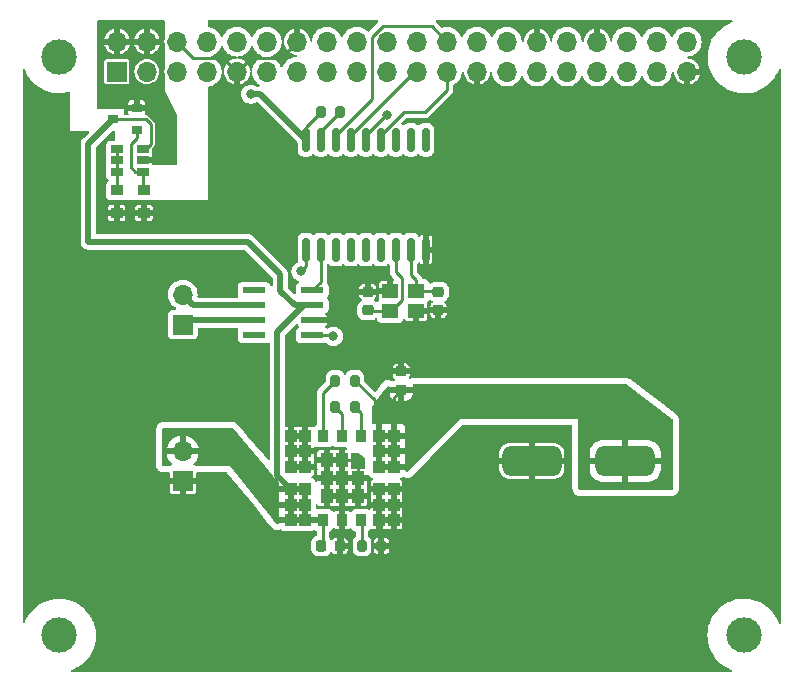
<source format=gbr>
%TF.GenerationSoftware,KiCad,Pcbnew,6.0.0*%
%TF.CreationDate,2022-01-12T19:36:27-05:00*%
%TF.ProjectId,raspi-hat,72617370-692d-4686-9174-2e6b69636164,rev?*%
%TF.SameCoordinates,Original*%
%TF.FileFunction,Copper,L1,Top*%
%TF.FilePolarity,Positive*%
%FSLAX46Y46*%
G04 Gerber Fmt 4.6, Leading zero omitted, Abs format (unit mm)*
G04 Created by KiCad (PCBNEW 6.0.0) date 2022-01-12 19:36:27*
%MOMM*%
%LPD*%
G01*
G04 APERTURE LIST*
G04 Aperture macros list*
%AMRoundRect*
0 Rectangle with rounded corners*
0 $1 Rounding radius*
0 $2 $3 $4 $5 $6 $7 $8 $9 X,Y pos of 4 corners*
0 Add a 4 corners polygon primitive as box body*
4,1,4,$2,$3,$4,$5,$6,$7,$8,$9,$2,$3,0*
0 Add four circle primitives for the rounded corners*
1,1,$1+$1,$2,$3*
1,1,$1+$1,$4,$5*
1,1,$1+$1,$6,$7*
1,1,$1+$1,$8,$9*
0 Add four rect primitives between the rounded corners*
20,1,$1+$1,$2,$3,$4,$5,0*
20,1,$1+$1,$4,$5,$6,$7,0*
20,1,$1+$1,$6,$7,$8,$9,0*
20,1,$1+$1,$8,$9,$2,$3,0*%
G04 Aperture macros list end*
%TA.AperFunction,EtchedComponent*%
%ADD10C,0.100000*%
%TD*%
%TA.AperFunction,WasherPad*%
%ADD11C,3.000000*%
%TD*%
%TA.AperFunction,SMDPad,CuDef*%
%ADD12R,1.000000X0.845000*%
%TD*%
%TA.AperFunction,SMDPad,CuDef*%
%ADD13R,1.060000X0.650000*%
%TD*%
%TA.AperFunction,SMDPad,CuDef*%
%ADD14R,0.900000X0.800000*%
%TD*%
%TA.AperFunction,SMDPad,CuDef*%
%ADD15RoundRect,0.150000X0.150000X-0.875000X0.150000X0.875000X-0.150000X0.875000X-0.150000X-0.875000X0*%
%TD*%
%TA.AperFunction,SMDPad,CuDef*%
%ADD16RoundRect,0.225000X0.225000X0.250000X-0.225000X0.250000X-0.225000X-0.250000X0.225000X-0.250000X0*%
%TD*%
%TA.AperFunction,SMDPad,CuDef*%
%ADD17R,0.990600X1.092200*%
%TD*%
%TA.AperFunction,SMDPad,CuDef*%
%ADD18R,0.889000X1.092200*%
%TD*%
%TA.AperFunction,SMDPad,CuDef*%
%ADD19R,0.127000X0.127000*%
%TD*%
%TA.AperFunction,SMDPad,CuDef*%
%ADD20R,1.092200X1.295400*%
%TD*%
%TA.AperFunction,SMDPad,CuDef*%
%ADD21RoundRect,0.200000X-0.200000X-0.275000X0.200000X-0.275000X0.200000X0.275000X-0.200000X0.275000X0*%
%TD*%
%TA.AperFunction,SMDPad,CuDef*%
%ADD22R,1.400000X1.200000*%
%TD*%
%TA.AperFunction,SMDPad,CuDef*%
%ADD23RoundRect,0.225000X-0.250000X0.225000X-0.250000X-0.225000X0.250000X-0.225000X0.250000X0.225000X0*%
%TD*%
%TA.AperFunction,SMDPad,CuDef*%
%ADD24RoundRect,0.225000X0.250000X-0.225000X0.250000X0.225000X-0.250000X0.225000X-0.250000X-0.225000X0*%
%TD*%
%TA.AperFunction,SMDPad,CuDef*%
%ADD25RoundRect,0.200000X0.200000X0.275000X-0.200000X0.275000X-0.200000X-0.275000X0.200000X-0.275000X0*%
%TD*%
%TA.AperFunction,ComponentPad*%
%ADD26R,1.700000X1.700000*%
%TD*%
%TA.AperFunction,ComponentPad*%
%ADD27O,1.700000X1.700000*%
%TD*%
%TA.AperFunction,SMDPad,CuDef*%
%ADD28R,1.981200X0.540800*%
%TD*%
%TA.AperFunction,ComponentPad*%
%ADD29RoundRect,0.625000X1.875000X0.625000X-1.875000X0.625000X-1.875000X-0.625000X1.875000X-0.625000X0*%
%TD*%
%TA.AperFunction,ViaPad*%
%ADD30C,0.800000*%
%TD*%
%TA.AperFunction,Conductor*%
%ADD31C,0.250000*%
%TD*%
%TA.AperFunction,Conductor*%
%ADD32C,0.500000*%
%TD*%
%TA.AperFunction,Conductor*%
%ADD33C,0.600000*%
%TD*%
G04 APERTURE END LIST*
D10*
X107841199Y-99147699D02*
X106748999Y-99147699D01*
X106748999Y-99147699D02*
X106748999Y-97852299D01*
X106748999Y-97852299D02*
X107358599Y-97852299D01*
X107358599Y-97852299D02*
X107841199Y-98334899D01*
X107841199Y-98334899D02*
X107841199Y-99147699D01*
G36*
X107841199Y-98334899D02*
G01*
X107841199Y-99147699D01*
X106748999Y-99147699D01*
X106748999Y-97852299D01*
X107358599Y-97852299D01*
X107841199Y-98334899D01*
G37*
X107841199Y-98334899D02*
X107841199Y-99147699D01*
X106748999Y-99147699D01*
X106748999Y-97852299D01*
X107358599Y-97852299D01*
X107841199Y-98334899D01*
D11*
X82040000Y-64310000D03*
X140040000Y-64330000D03*
X82040000Y-113320000D03*
X140030000Y-113310000D03*
D12*
X86900000Y-75637500D03*
X86900000Y-77562500D03*
X89200000Y-75637500D03*
X89200000Y-77562500D03*
D13*
X86950000Y-72150000D03*
X86950000Y-73100000D03*
X86950000Y-74050000D03*
X89150000Y-74050000D03*
X89150000Y-73100000D03*
X89150000Y-72150000D03*
D14*
X88600000Y-70550000D03*
X88600000Y-68650000D03*
X86600000Y-69600000D03*
D15*
X102920000Y-80650000D03*
X104190000Y-80650000D03*
X105460000Y-80650000D03*
X106730000Y-80650000D03*
X108000000Y-80650000D03*
X109270000Y-80650000D03*
X110540000Y-80650000D03*
X111810000Y-80650000D03*
X113080000Y-80650000D03*
X113080000Y-71350000D03*
X111810000Y-71350000D03*
X110540000Y-71350000D03*
X109270000Y-71350000D03*
X108000000Y-71350000D03*
X106730000Y-71350000D03*
X105460000Y-71350000D03*
X104190000Y-71350000D03*
X102920000Y-71350000D03*
D16*
X105775000Y-105750000D03*
X104225000Y-105750000D03*
D17*
X110345099Y-96449999D03*
X110345099Y-97749999D03*
X110345099Y-99049999D03*
X109145102Y-96449999D03*
X109145102Y-97749999D03*
X109145102Y-99049999D03*
D18*
X107595102Y-96449999D03*
X105995102Y-96449999D03*
X104395102Y-96449999D03*
D17*
X102845102Y-96449999D03*
X102845102Y-97749999D03*
X102845102Y-99049999D03*
X101645102Y-96449999D03*
X101645102Y-97749999D03*
X101645102Y-99049999D03*
X102845102Y-100950000D03*
X102845102Y-102250000D03*
X102845102Y-103550000D03*
X101645102Y-100950000D03*
X101645102Y-102250000D03*
X101645102Y-103550000D03*
D18*
X104395102Y-103550000D03*
X105995102Y-103550000D03*
X107595102Y-103550000D03*
D17*
X109145102Y-103550000D03*
X109145102Y-102250000D03*
X109145102Y-100950000D03*
X110345102Y-103550000D03*
X110345102Y-102250000D03*
X110345102Y-100950000D03*
D19*
X107295099Y-98499999D03*
D20*
X105995099Y-98499999D03*
X104695099Y-98499999D03*
X107295099Y-100000000D03*
X105995099Y-100000000D03*
X104695099Y-100000000D03*
X107295099Y-101500000D03*
X105995099Y-101500000D03*
X104695099Y-101500000D03*
D21*
X105425000Y-91750000D03*
X107075000Y-91750000D03*
D22*
X112250000Y-84150000D03*
X110050000Y-84150000D03*
X110050000Y-85850000D03*
X112250000Y-85850000D03*
D23*
X108150000Y-84225000D03*
X108150000Y-85775000D03*
D24*
X111000000Y-92525000D03*
X111000000Y-90975000D03*
D25*
X105825000Y-69000000D03*
X104175000Y-69000000D03*
D26*
X92500000Y-100275000D03*
D27*
X92500000Y-97735000D03*
D28*
X103464999Y-87905000D03*
X103464999Y-86635000D03*
X103464999Y-85365000D03*
X103464999Y-84095000D03*
X98535001Y-84095000D03*
X98535001Y-85365000D03*
X98535001Y-86635000D03*
X98535001Y-87905000D03*
D25*
X107075000Y-94000000D03*
X105425000Y-94000000D03*
D24*
X114150000Y-85775000D03*
X114150000Y-84225000D03*
D25*
X109325000Y-105750000D03*
X107675000Y-105750000D03*
D26*
X92500000Y-87000000D03*
D27*
X92500000Y-84460000D03*
D29*
X122050000Y-98545000D03*
X129950000Y-98545000D03*
D26*
X86920000Y-65590000D03*
D27*
X86920000Y-63050000D03*
X89460000Y-65590000D03*
X89460000Y-63050000D03*
X92000000Y-65590000D03*
X92000000Y-63050000D03*
X94540000Y-65590000D03*
X94540000Y-63050000D03*
X97080000Y-65590000D03*
X97080000Y-63050000D03*
X99620000Y-65590000D03*
X99620000Y-63050000D03*
X102160000Y-65590000D03*
X102160000Y-63050000D03*
X104700000Y-65590000D03*
X104700000Y-63050000D03*
X107240000Y-65590000D03*
X107240000Y-63050000D03*
X109780000Y-65590000D03*
X109780000Y-63050000D03*
X112320000Y-65590000D03*
X112320000Y-63050000D03*
X114860000Y-65590000D03*
X114860000Y-63050000D03*
X117400000Y-65590000D03*
X117400000Y-63050000D03*
X119940000Y-65590000D03*
X119940000Y-63050000D03*
X122480000Y-65590000D03*
X122480000Y-63050000D03*
X125020000Y-65590000D03*
X125020000Y-63050000D03*
X127560000Y-65590000D03*
X127560000Y-63050000D03*
X130100000Y-65590000D03*
X130100000Y-63050000D03*
X132640000Y-65590000D03*
X132640000Y-63050000D03*
X135180000Y-65590000D03*
X135180000Y-63050000D03*
D30*
X98250000Y-67500000D03*
X102500000Y-82500000D03*
X105250000Y-88000000D03*
X109750000Y-69250000D03*
D31*
X100794511Y-64415489D02*
X102160000Y-63050000D01*
X97080000Y-65590000D02*
X98254511Y-64415489D01*
X105995099Y-98499999D02*
X107295099Y-98499999D01*
X105995102Y-103550000D02*
X105995102Y-105529898D01*
X107295099Y-100000000D02*
X107295099Y-98499999D01*
X93365489Y-64415489D02*
X92000000Y-63050000D01*
X105995102Y-105529898D02*
X105775000Y-105750000D01*
X95905489Y-64415489D02*
X93365489Y-64415489D01*
X109325000Y-105750000D02*
X109325000Y-103729898D01*
X98254511Y-64415489D02*
X100794511Y-64415489D01*
X97080000Y-65590000D02*
X95905489Y-64415489D01*
X109325000Y-103729898D02*
X109145102Y-103550000D01*
X111074511Y-83074511D02*
X110540000Y-82540000D01*
X110050000Y-85850000D02*
X108225000Y-85850000D01*
X110150000Y-85850000D02*
X111074511Y-84925489D01*
X110540000Y-82540000D02*
X110540000Y-80650000D01*
X111074511Y-84925489D02*
X111074511Y-83074511D01*
X108225000Y-85850000D02*
X108150000Y-85775000D01*
X109975000Y-85775000D02*
X110300000Y-86100000D01*
X110050000Y-85850000D02*
X110150000Y-85850000D01*
X110300000Y-86100000D02*
X110300000Y-86000000D01*
X112250000Y-83250000D02*
X111810000Y-82810000D01*
X112250000Y-84150000D02*
X114075000Y-84150000D01*
X114075000Y-84150000D02*
X114150000Y-84225000D01*
X111810000Y-82810000D02*
X111810000Y-80650000D01*
X112250000Y-84150000D02*
X112250000Y-83250000D01*
X112000000Y-84300000D02*
X112000000Y-83900000D01*
X89150000Y-75450000D02*
X89200000Y-75500000D01*
X88600760Y-70550000D02*
X88600760Y-71199240D01*
X88100000Y-73700000D02*
X88450000Y-74050000D01*
X88600760Y-71199240D02*
X88100000Y-71700000D01*
X88450000Y-74050000D02*
X89150000Y-74050000D01*
X89150000Y-74050000D02*
X89150000Y-75450000D01*
X88100000Y-71700000D02*
X88100000Y-73700000D01*
X86950000Y-73100000D02*
X86950000Y-74050000D01*
X86950000Y-74050000D02*
X86900000Y-74100000D01*
X86900000Y-74100000D02*
X86900000Y-75500000D01*
X86950000Y-72150000D02*
X86950000Y-73100000D01*
X102920000Y-71350000D02*
X102920000Y-70255000D01*
X102920000Y-70255000D02*
X104175000Y-69000000D01*
D32*
X98250000Y-67500000D02*
X99070000Y-67500000D01*
X99070000Y-67500000D02*
X102920000Y-71350000D01*
D31*
X107075000Y-91750000D02*
X108750000Y-93425000D01*
X112025000Y-92525000D02*
X112500000Y-93000000D01*
X109145102Y-94895102D02*
X109145102Y-96449999D01*
X110345099Y-93179901D02*
X110345099Y-96449999D01*
X108750000Y-93425000D02*
X108750000Y-94500000D01*
X111000000Y-92525000D02*
X112025000Y-92525000D01*
X111000000Y-92525000D02*
X110345099Y-93179901D01*
X108750000Y-94500000D02*
X109145102Y-94895102D01*
X104395102Y-105579898D02*
X104225000Y-105750000D01*
D32*
X100750000Y-82750000D02*
X98000000Y-80000000D01*
X84500000Y-71700000D02*
X86600000Y-69600000D01*
X98000000Y-80000000D02*
X84500000Y-80000000D01*
X102744799Y-85365000D02*
X100500000Y-87609799D01*
X103464999Y-85365000D02*
X102744799Y-85365000D01*
D31*
X89800000Y-71700000D02*
X89800000Y-70050000D01*
X89150000Y-72150000D02*
X89350000Y-72150000D01*
X104395102Y-103550000D02*
X104395102Y-105579898D01*
D32*
X101974399Y-85365000D02*
X100750000Y-84140601D01*
X103464999Y-85365000D02*
X101974399Y-85365000D01*
D31*
X89800000Y-70050000D02*
X89350000Y-69600000D01*
X89350000Y-69600000D02*
X87750000Y-69600000D01*
D32*
X102845102Y-103550000D02*
X104395102Y-103550000D01*
X84500000Y-80000000D02*
X84500000Y-71700000D01*
X100500000Y-99804898D02*
X101645102Y-100950000D01*
X100500000Y-87609799D02*
X100500000Y-99804898D01*
D31*
X89350000Y-72150000D02*
X89800000Y-71700000D01*
X87750000Y-69600000D02*
X86500000Y-69600000D01*
D32*
X100750000Y-84140601D02*
X100750000Y-82750000D01*
X86450000Y-69750000D02*
X86600000Y-69600000D01*
X98535001Y-86635000D02*
X92865000Y-86635000D01*
X92865000Y-86635000D02*
X92500000Y-87000000D01*
X93405000Y-85365000D02*
X92500000Y-84460000D01*
X98535001Y-85365000D02*
X93405000Y-85365000D01*
D31*
X104190000Y-71350000D02*
X104190000Y-70635000D01*
X104190000Y-70635000D02*
X105825000Y-69000000D01*
X105425000Y-91750000D02*
X104395102Y-92779898D01*
X104395102Y-92779898D02*
X104395102Y-96449999D01*
X107595102Y-94520102D02*
X107595102Y-96449999D01*
X107075000Y-94000000D02*
X107595102Y-94520102D01*
X105995102Y-94570102D02*
X105995102Y-96449999D01*
X105425000Y-94000000D02*
X105995102Y-94570102D01*
X107675000Y-105750000D02*
X107675000Y-103629898D01*
X107675000Y-103629898D02*
X107595102Y-103550000D01*
X105155000Y-87905000D02*
X105250000Y-88000000D01*
X103464999Y-87905000D02*
X105155000Y-87905000D01*
X102920000Y-82080000D02*
X102500000Y-82500000D01*
X102920000Y-80650000D02*
X102920000Y-82080000D01*
X103464999Y-84095000D02*
X104190000Y-83369999D01*
X104190000Y-83369999D02*
X104190000Y-80650000D01*
X109270000Y-71350000D02*
X109270000Y-70923928D01*
X111193928Y-69000000D02*
X113000000Y-69000000D01*
X113000000Y-69000000D02*
X114860000Y-67140000D01*
X109270000Y-70923928D02*
X111193928Y-69000000D01*
X114860000Y-67140000D02*
X114860000Y-65590000D01*
X108000000Y-71350000D02*
X108000000Y-70923928D01*
X108000000Y-70923928D02*
X109673928Y-69250000D01*
X109673928Y-69250000D02*
X109750000Y-69250000D01*
X106730000Y-70923928D02*
X112063928Y-65590000D01*
X106730000Y-71350000D02*
X106730000Y-70923928D01*
X112063928Y-65590000D02*
X112320000Y-65590000D01*
X113560000Y-61750000D02*
X114860000Y-63050000D01*
X108500000Y-62668990D02*
X109418990Y-61750000D01*
X109418990Y-61750000D02*
X113560000Y-61750000D01*
X105460000Y-70923928D02*
X108500000Y-67883928D01*
X105460000Y-71350000D02*
X105460000Y-70923928D01*
X108500000Y-67883928D02*
X108500000Y-62668990D01*
D33*
X88700000Y-68650000D02*
X88700000Y-68600000D01*
%TA.AperFunction,Conductor*%
G36*
X139015517Y-61236518D02*
G01*
X139051481Y-61286018D01*
X139051481Y-61347204D01*
X139015517Y-61396704D01*
X138994412Y-61408402D01*
X138720352Y-61519129D01*
X138720348Y-61519131D01*
X138717791Y-61520164D01*
X138715367Y-61521475D01*
X138715362Y-61521477D01*
X138415251Y-61683746D01*
X138415242Y-61683751D01*
X138412822Y-61685060D01*
X138410560Y-61686632D01*
X138410557Y-61686634D01*
X138269244Y-61784849D01*
X138128134Y-61882923D01*
X137867276Y-62111287D01*
X137865415Y-62113325D01*
X137865414Y-62113326D01*
X137828319Y-62153950D01*
X137633499Y-62367306D01*
X137429717Y-62647787D01*
X137428350Y-62650194D01*
X137428349Y-62650195D01*
X137423478Y-62658770D01*
X137258470Y-62949237D01*
X137257381Y-62951779D01*
X137257377Y-62951786D01*
X137189678Y-63109741D01*
X137121893Y-63267896D01*
X137121097Y-63270531D01*
X137121096Y-63270535D01*
X137109561Y-63308742D01*
X137021687Y-63599793D01*
X137021190Y-63602501D01*
X137021189Y-63602505D01*
X136962773Y-63920792D01*
X136959102Y-63940792D01*
X136957761Y-63959973D01*
X136935402Y-64279726D01*
X136934918Y-64286642D01*
X136949436Y-64633032D01*
X136949859Y-64635763D01*
X137000419Y-64962362D01*
X137002475Y-64975646D01*
X137003199Y-64978310D01*
X137068783Y-65219697D01*
X137093375Y-65310212D01*
X137094393Y-65312784D01*
X137094395Y-65312789D01*
X137219985Y-65629994D01*
X137221001Y-65632560D01*
X137222290Y-65634985D01*
X137222295Y-65634995D01*
X137377155Y-65926241D01*
X137383765Y-65938673D01*
X137398575Y-65960303D01*
X137578075Y-66222457D01*
X137578080Y-66222463D01*
X137579636Y-66224736D01*
X137581433Y-66226818D01*
X137581437Y-66226823D01*
X137668876Y-66328122D01*
X137806173Y-66487182D01*
X138060553Y-66722740D01*
X138339605Y-66928475D01*
X138639852Y-67101823D01*
X138802878Y-67173047D01*
X138911772Y-67220621D01*
X138957550Y-67240621D01*
X138960191Y-67241439D01*
X138960195Y-67241440D01*
X139286086Y-67342321D01*
X139286090Y-67342322D01*
X139288739Y-67343142D01*
X139291465Y-67343662D01*
X139617058Y-67405772D01*
X139629293Y-67408106D01*
X139974966Y-67434704D01*
X139977718Y-67434608D01*
X139977723Y-67434608D01*
X140187288Y-67427289D01*
X140321449Y-67422604D01*
X140664424Y-67371958D01*
X140667093Y-67371253D01*
X140667097Y-67371252D01*
X140996957Y-67284100D01*
X140996960Y-67284099D01*
X140999617Y-67283397D01*
X141107788Y-67241440D01*
X141320261Y-67159027D01*
X141320270Y-67159023D01*
X141322848Y-67158023D01*
X141605826Y-67010086D01*
X141627636Y-66998684D01*
X141627637Y-66998683D01*
X141630090Y-66997401D01*
X141917513Y-66803532D01*
X141919626Y-66801734D01*
X142179430Y-66580623D01*
X142179433Y-66580620D01*
X142181534Y-66578832D01*
X142418863Y-66326103D01*
X142420525Y-66323882D01*
X142624881Y-66050714D01*
X142624887Y-66050705D01*
X142626541Y-66048494D01*
X142627937Y-66046114D01*
X142627942Y-66046107D01*
X142767651Y-65807977D01*
X142801980Y-65749465D01*
X142942994Y-65432744D01*
X142952990Y-65401233D01*
X142988608Y-65351483D01*
X143046665Y-65332170D01*
X143104986Y-65350671D01*
X143141295Y-65399919D01*
X143146356Y-65431168D01*
X143146356Y-112234455D01*
X143127449Y-112292646D01*
X143077949Y-112328610D01*
X143016763Y-112328610D01*
X142967263Y-112292646D01*
X142955826Y-112272181D01*
X142944770Y-112245356D01*
X142830537Y-111968207D01*
X142663516Y-111664397D01*
X142661922Y-111662137D01*
X142465259Y-111383349D01*
X142465255Y-111383345D01*
X142463670Y-111381097D01*
X142233490Y-111121839D01*
X142231441Y-111119994D01*
X142231437Y-111119990D01*
X142104136Y-111005369D01*
X141975846Y-110889856D01*
X141905698Y-110839635D01*
X141696203Y-110689651D01*
X141696198Y-110689648D01*
X141693948Y-110688037D01*
X141625418Y-110649737D01*
X141393733Y-110520251D01*
X141393724Y-110520247D01*
X141391311Y-110518898D01*
X141071706Y-110384549D01*
X140739117Y-110286663D01*
X140525665Y-110249025D01*
X140400408Y-110226939D01*
X140400403Y-110226938D01*
X140397690Y-110226460D01*
X140051680Y-110204691D01*
X140048919Y-110204826D01*
X140048915Y-110204826D01*
X139753713Y-110219264D01*
X139705399Y-110221627D01*
X139363164Y-110277057D01*
X139029241Y-110370290D01*
X138969198Y-110394549D01*
X138710352Y-110499129D01*
X138710348Y-110499131D01*
X138707791Y-110500164D01*
X138705367Y-110501475D01*
X138705362Y-110501477D01*
X138405251Y-110663746D01*
X138405242Y-110663751D01*
X138402822Y-110665060D01*
X138400560Y-110666632D01*
X138400557Y-110666634D01*
X138369762Y-110688037D01*
X138118134Y-110862923D01*
X137857276Y-111091287D01*
X137855415Y-111093325D01*
X137855414Y-111093326D01*
X137821935Y-111129990D01*
X137623499Y-111347306D01*
X137419717Y-111627787D01*
X137248470Y-111929237D01*
X137247381Y-111931779D01*
X137247377Y-111931786D01*
X137232806Y-111965784D01*
X137111893Y-112247896D01*
X137111097Y-112250531D01*
X137111096Y-112250535D01*
X137087524Y-112328610D01*
X137011687Y-112579793D01*
X137011190Y-112582501D01*
X137011189Y-112582505D01*
X137009852Y-112589793D01*
X136949102Y-112920792D01*
X136924918Y-113266642D01*
X136939436Y-113613032D01*
X136992475Y-113955646D01*
X136993199Y-113958310D01*
X137035202Y-114112905D01*
X137083375Y-114290212D01*
X137084393Y-114292784D01*
X137084395Y-114292789D01*
X137134807Y-114420115D01*
X137211001Y-114612560D01*
X137212290Y-114614985D01*
X137212295Y-114614995D01*
X137372469Y-114916236D01*
X137373765Y-114918673D01*
X137375327Y-114920954D01*
X137568075Y-115202457D01*
X137568080Y-115202463D01*
X137569636Y-115204736D01*
X137571433Y-115206818D01*
X137571437Y-115206823D01*
X137658876Y-115308122D01*
X137796173Y-115467182D01*
X138050553Y-115702740D01*
X138329605Y-115908475D01*
X138629852Y-116081823D01*
X138947550Y-116220621D01*
X138958595Y-116224040D01*
X139008589Y-116259307D01*
X139028307Y-116317228D01*
X139010215Y-116375677D01*
X138961222Y-116412329D01*
X138929317Y-116417611D01*
X83156812Y-116417611D01*
X83098621Y-116398704D01*
X83062657Y-116349204D01*
X83062657Y-116288018D01*
X83098621Y-116238518D01*
X83121011Y-116226311D01*
X83320261Y-116149027D01*
X83320270Y-116149023D01*
X83322848Y-116148023D01*
X83578622Y-116014308D01*
X83627636Y-115988684D01*
X83627637Y-115988683D01*
X83630090Y-115987401D01*
X83917513Y-115793532D01*
X84024193Y-115702740D01*
X84179430Y-115570623D01*
X84179433Y-115570620D01*
X84181534Y-115568832D01*
X84418863Y-115316103D01*
X84426344Y-115306103D01*
X84624881Y-115040714D01*
X84624887Y-115040705D01*
X84626541Y-115038494D01*
X84627937Y-115036114D01*
X84627942Y-115036107D01*
X84800581Y-114741849D01*
X84801980Y-114739465D01*
X84942994Y-114422744D01*
X84946166Y-114412744D01*
X85046991Y-114094905D01*
X85046992Y-114094899D01*
X85047824Y-114092278D01*
X85072898Y-113965646D01*
X85114628Y-113754895D01*
X85114629Y-113754888D01*
X85115164Y-113752186D01*
X85144174Y-113406707D01*
X85145385Y-113320000D01*
X85126032Y-112973846D01*
X85068214Y-112632007D01*
X85019788Y-112463125D01*
X84973415Y-112301402D01*
X84973414Y-112301398D01*
X84972652Y-112298742D01*
X84840537Y-111978207D01*
X84835040Y-111968207D01*
X84674848Y-111676820D01*
X84673516Y-111674397D01*
X84642335Y-111630195D01*
X84475259Y-111393349D01*
X84475255Y-111393345D01*
X84473670Y-111391097D01*
X84243490Y-111131839D01*
X84241441Y-111129994D01*
X84241437Y-111129990D01*
X84114136Y-111015369D01*
X83985846Y-110899856D01*
X83915698Y-110849635D01*
X83706203Y-110699651D01*
X83706198Y-110699648D01*
X83703948Y-110698037D01*
X83635418Y-110659737D01*
X83403733Y-110530251D01*
X83403724Y-110530247D01*
X83401311Y-110528898D01*
X83081706Y-110394549D01*
X82749117Y-110296663D01*
X82535665Y-110259025D01*
X82410408Y-110236939D01*
X82410403Y-110236938D01*
X82407690Y-110236460D01*
X82061680Y-110214691D01*
X82058919Y-110214826D01*
X82058915Y-110214826D01*
X81763713Y-110229264D01*
X81715399Y-110231627D01*
X81373164Y-110287057D01*
X81039241Y-110380290D01*
X81003949Y-110394549D01*
X80720352Y-110509129D01*
X80720348Y-110509131D01*
X80717791Y-110510164D01*
X80715367Y-110511475D01*
X80715362Y-110511477D01*
X80415251Y-110673746D01*
X80415242Y-110673751D01*
X80412822Y-110675060D01*
X80410560Y-110676632D01*
X80410557Y-110676634D01*
X80379762Y-110698037D01*
X80128134Y-110872923D01*
X79867276Y-111101287D01*
X79865415Y-111103325D01*
X79865414Y-111103326D01*
X79794259Y-111181251D01*
X79633499Y-111357306D01*
X79429717Y-111637787D01*
X79258470Y-111939237D01*
X79257381Y-111941779D01*
X79257377Y-111941786D01*
X79136350Y-112224165D01*
X79096048Y-112270202D01*
X79036383Y-112283758D01*
X78980146Y-112259654D01*
X78948816Y-112207098D01*
X78946356Y-112185165D01*
X78946356Y-101144766D01*
X91400000Y-101144766D01*
X91400948Y-101154388D01*
X91412603Y-101212983D01*
X91419922Y-101230651D01*
X91464341Y-101297130D01*
X91477870Y-101310659D01*
X91544349Y-101355078D01*
X91562017Y-101362397D01*
X91620612Y-101374052D01*
X91630234Y-101375000D01*
X92230320Y-101375000D01*
X92243005Y-101370878D01*
X92246000Y-101366757D01*
X92246000Y-101359320D01*
X92754000Y-101359320D01*
X92758122Y-101372005D01*
X92762243Y-101375000D01*
X93369766Y-101375000D01*
X93379388Y-101374052D01*
X93437983Y-101362397D01*
X93455651Y-101355078D01*
X93522130Y-101310659D01*
X93535659Y-101297130D01*
X93580078Y-101230651D01*
X93587397Y-101212983D01*
X93599052Y-101154388D01*
X93600000Y-101144766D01*
X93600000Y-100544680D01*
X93595878Y-100531995D01*
X93591757Y-100529000D01*
X92769680Y-100529000D01*
X92756995Y-100533122D01*
X92754000Y-100537243D01*
X92754000Y-101359320D01*
X92246000Y-101359320D01*
X92246000Y-100544680D01*
X92241878Y-100531995D01*
X92237757Y-100529000D01*
X91415680Y-100529000D01*
X91402995Y-100533122D01*
X91400000Y-100537243D01*
X91400000Y-101144766D01*
X78946356Y-101144766D01*
X78946356Y-65437861D01*
X78965263Y-65379670D01*
X79014763Y-65343706D01*
X79075949Y-65343706D01*
X79125449Y-65379670D01*
X79137404Y-65401417D01*
X79221001Y-65612560D01*
X79222290Y-65614985D01*
X79222295Y-65614995D01*
X79348443Y-65852243D01*
X79383765Y-65918673D01*
X79385327Y-65920954D01*
X79578075Y-66202457D01*
X79578080Y-66202463D01*
X79579636Y-66204736D01*
X79581433Y-66206818D01*
X79581437Y-66206823D01*
X79671034Y-66310622D01*
X79806173Y-66467182D01*
X80060553Y-66702740D01*
X80339605Y-66908475D01*
X80639852Y-67081823D01*
X80777174Y-67141817D01*
X80922903Y-67205484D01*
X80957550Y-67220621D01*
X80960191Y-67221439D01*
X80960195Y-67221440D01*
X81286086Y-67322321D01*
X81286090Y-67322322D01*
X81288739Y-67323142D01*
X81291465Y-67323662D01*
X81459677Y-67355750D01*
X81629293Y-67388106D01*
X81974966Y-67414704D01*
X81977718Y-67414608D01*
X81977723Y-67414608D01*
X82187288Y-67407289D01*
X82321449Y-67402604D01*
X82664424Y-67351958D01*
X82667102Y-67351251D01*
X82667114Y-67351248D01*
X82825711Y-67309345D01*
X82886801Y-67312760D01*
X82934216Y-67351431D01*
X82950000Y-67405060D01*
X82950000Y-70580000D01*
X84461046Y-70580000D01*
X84519237Y-70598907D01*
X84555201Y-70648407D01*
X84555201Y-70709593D01*
X84531050Y-70749004D01*
X84097998Y-71182056D01*
X84091101Y-71188331D01*
X84087315Y-71191463D01*
X84082060Y-71194798D01*
X84077800Y-71199335D01*
X84077797Y-71199337D01*
X84033889Y-71246095D01*
X84031725Y-71248329D01*
X84011089Y-71268965D01*
X84007661Y-71273384D01*
X84001618Y-71280460D01*
X83969552Y-71314607D01*
X83966552Y-71320064D01*
X83958382Y-71334925D01*
X83949851Y-71347912D01*
X83939457Y-71361312D01*
X83939455Y-71361315D01*
X83935638Y-71366236D01*
X83920161Y-71402003D01*
X83917041Y-71409212D01*
X83912938Y-71417586D01*
X83890373Y-71458632D01*
X83888825Y-71464663D01*
X83888823Y-71464667D01*
X83884606Y-71481094D01*
X83879573Y-71495795D01*
X83872837Y-71511359D01*
X83872835Y-71511367D01*
X83870365Y-71517074D01*
X83869391Y-71523220D01*
X83869391Y-71523222D01*
X83863040Y-71563322D01*
X83861148Y-71572456D01*
X83851048Y-71611790D01*
X83851047Y-71611798D01*
X83849500Y-71617823D01*
X83849500Y-71641012D01*
X83848281Y-71656500D01*
X83844653Y-71679405D01*
X83845239Y-71685603D01*
X83849061Y-71726034D01*
X83849500Y-71735351D01*
X83849500Y-79929156D01*
X83847746Y-79947705D01*
X83845624Y-79958830D01*
X83846015Y-79965042D01*
X83849305Y-80017338D01*
X83849500Y-80023554D01*
X83849500Y-80040925D01*
X83851679Y-80058169D01*
X83852262Y-80064338D01*
X83855944Y-80122860D01*
X83857866Y-80128777D01*
X83857868Y-80128785D01*
X83859445Y-80133638D01*
X83863509Y-80151816D01*
X83864929Y-80163058D01*
X83867220Y-80168845D01*
X83867222Y-80168852D01*
X83886510Y-80217566D01*
X83888615Y-80223412D01*
X83906732Y-80279171D01*
X83910068Y-80284429D01*
X83910070Y-80284432D01*
X83912804Y-80288740D01*
X83921263Y-80305342D01*
X83925432Y-80315871D01*
X83959905Y-80363319D01*
X83963383Y-80368439D01*
X83994798Y-80417940D01*
X83999337Y-80422202D01*
X84003056Y-80425695D01*
X84015376Y-80439669D01*
X84022037Y-80448837D01*
X84026836Y-80452807D01*
X84067212Y-80486209D01*
X84071877Y-80490322D01*
X84114607Y-80530448D01*
X84124537Y-80535907D01*
X84139944Y-80546378D01*
X84148674Y-80553600D01*
X84154307Y-80556251D01*
X84154309Y-80556252D01*
X84180262Y-80568464D01*
X84201723Y-80578563D01*
X84207250Y-80581379D01*
X84258632Y-80609627D01*
X84269606Y-80612444D01*
X84287140Y-80618757D01*
X84297387Y-80623579D01*
X84303508Y-80624747D01*
X84303509Y-80624747D01*
X84354960Y-80634562D01*
X84361020Y-80635916D01*
X84417823Y-80650500D01*
X84429156Y-80650500D01*
X84447705Y-80652254D01*
X84458830Y-80654376D01*
X84517337Y-80650695D01*
X84523554Y-80650500D01*
X97689546Y-80650500D01*
X97747737Y-80669407D01*
X97759550Y-80679496D01*
X100070504Y-82990450D01*
X100098281Y-83044967D01*
X100099500Y-83060454D01*
X100099500Y-83657561D01*
X100080593Y-83715752D01*
X100031093Y-83751716D01*
X99969907Y-83751716D01*
X99920407Y-83715752D01*
X99911862Y-83698982D01*
X99911247Y-83699296D01*
X99857187Y-83593197D01*
X99857186Y-83593195D01*
X99853651Y-83586258D01*
X99763943Y-83496550D01*
X99757006Y-83493015D01*
X99757004Y-83493014D01*
X99657845Y-83442490D01*
X99657844Y-83442490D01*
X99650905Y-83438954D01*
X99643211Y-83437735D01*
X99643210Y-83437735D01*
X99560966Y-83424709D01*
X99560964Y-83424709D01*
X99557120Y-83424100D01*
X98535133Y-83424100D01*
X97512883Y-83424101D01*
X97509040Y-83424710D01*
X97509035Y-83424710D01*
X97472184Y-83430547D01*
X97419097Y-83438954D01*
X97378075Y-83459856D01*
X97312998Y-83493014D01*
X97312996Y-83493015D01*
X97306059Y-83496550D01*
X97216351Y-83586258D01*
X97212816Y-83593195D01*
X97212815Y-83593197D01*
X97182281Y-83653123D01*
X97158755Y-83699296D01*
X97157536Y-83706990D01*
X97157536Y-83706991D01*
X97144510Y-83789234D01*
X97143901Y-83793081D01*
X97143902Y-84396918D01*
X97144511Y-84400761D01*
X97144511Y-84400766D01*
X97150348Y-84437617D01*
X97158755Y-84490704D01*
X97171188Y-84515105D01*
X97199441Y-84570555D01*
X97209012Y-84630987D01*
X97181234Y-84685504D01*
X97126718Y-84713281D01*
X97111231Y-84714500D01*
X93841051Y-84714500D01*
X93782860Y-84695593D01*
X93746896Y-84646093D01*
X93742428Y-84606872D01*
X93754900Y-84464309D01*
X93755277Y-84460000D01*
X93736207Y-84242023D01*
X93679575Y-84030670D01*
X93587102Y-83832362D01*
X93461598Y-83653123D01*
X93306877Y-83498402D01*
X93127639Y-83372898D01*
X92929330Y-83280425D01*
X92800649Y-83245945D01*
X92722154Y-83224912D01*
X92722152Y-83224912D01*
X92717977Y-83223793D01*
X92500000Y-83204723D01*
X92282023Y-83223793D01*
X92277848Y-83224912D01*
X92277846Y-83224912D01*
X92199351Y-83245945D01*
X92070670Y-83280425D01*
X91872362Y-83372898D01*
X91868819Y-83375379D01*
X91868817Y-83375380D01*
X91829306Y-83403046D01*
X91693123Y-83498402D01*
X91538402Y-83653123D01*
X91412898Y-83832362D01*
X91320425Y-84030670D01*
X91263793Y-84242023D01*
X91244723Y-84460000D01*
X91263793Y-84677977D01*
X91264912Y-84682152D01*
X91264912Y-84682154D01*
X91281882Y-84745487D01*
X91320425Y-84889330D01*
X91412898Y-85087638D01*
X91538402Y-85266877D01*
X91693123Y-85421598D01*
X91735646Y-85451373D01*
X91835084Y-85521000D01*
X91872361Y-85547102D01*
X91896731Y-85558466D01*
X91901687Y-85560777D01*
X91946435Y-85602505D01*
X91958110Y-85662566D01*
X91932252Y-85718019D01*
X91878738Y-85747682D01*
X91859850Y-85749501D01*
X91618482Y-85749501D01*
X91614639Y-85750110D01*
X91614634Y-85750110D01*
X91577783Y-85755947D01*
X91524696Y-85764354D01*
X91468177Y-85793152D01*
X91418597Y-85818414D01*
X91418595Y-85818415D01*
X91411658Y-85821950D01*
X91321950Y-85911658D01*
X91318415Y-85918595D01*
X91318414Y-85918597D01*
X91293757Y-85966989D01*
X91264354Y-86024696D01*
X91263135Y-86032390D01*
X91263135Y-86032391D01*
X91251319Y-86106995D01*
X91249500Y-86118481D01*
X91249501Y-87881518D01*
X91250110Y-87885361D01*
X91250110Y-87885366D01*
X91255947Y-87922217D01*
X91264354Y-87975304D01*
X91321950Y-88088342D01*
X91411658Y-88178050D01*
X91418595Y-88181585D01*
X91418597Y-88181586D01*
X91468314Y-88206918D01*
X91524696Y-88235646D01*
X91532390Y-88236865D01*
X91532391Y-88236865D01*
X91614635Y-88249891D01*
X91614637Y-88249891D01*
X91618481Y-88250500D01*
X92499886Y-88250500D01*
X93381518Y-88250499D01*
X93385361Y-88249890D01*
X93385366Y-88249890D01*
X93422217Y-88244053D01*
X93475304Y-88235646D01*
X93539328Y-88203024D01*
X93581403Y-88181586D01*
X93581405Y-88181585D01*
X93588342Y-88178050D01*
X93678050Y-88088342D01*
X93735646Y-87975304D01*
X93750500Y-87881519D01*
X93750500Y-87384500D01*
X93769407Y-87326309D01*
X93818907Y-87290345D01*
X93849500Y-87285500D01*
X97111231Y-87285500D01*
X97169422Y-87304407D01*
X97205386Y-87353907D01*
X97205386Y-87415093D01*
X97199441Y-87429445D01*
X97163683Y-87499625D01*
X97158755Y-87509296D01*
X97143901Y-87603081D01*
X97143902Y-88206918D01*
X97144511Y-88210761D01*
X97144511Y-88210766D01*
X97148645Y-88236865D01*
X97158755Y-88300704D01*
X97216351Y-88413742D01*
X97306059Y-88503450D01*
X97312996Y-88506985D01*
X97312998Y-88506986D01*
X97407429Y-88555101D01*
X97419097Y-88561046D01*
X97426791Y-88562265D01*
X97426792Y-88562265D01*
X97509036Y-88575291D01*
X97509038Y-88575291D01*
X97512882Y-88575900D01*
X98534869Y-88575900D01*
X99557119Y-88575899D01*
X99560962Y-88575290D01*
X99560967Y-88575290D01*
X99597818Y-88569453D01*
X99650905Y-88561046D01*
X99657843Y-88557511D01*
X99657846Y-88557510D01*
X99705554Y-88533201D01*
X99765986Y-88523629D01*
X99820503Y-88551406D01*
X99848281Y-88605922D01*
X99849500Y-88621410D01*
X99849500Y-98402436D01*
X99830593Y-98460627D01*
X99781093Y-98496591D01*
X99719907Y-98496591D01*
X99674446Y-98465814D01*
X99347775Y-98073808D01*
X97967123Y-96417026D01*
X97435097Y-95778595D01*
X97179257Y-95471587D01*
X97179255Y-95471585D01*
X97178036Y-95470122D01*
X97124133Y-95414639D01*
X97095459Y-95389305D01*
X97093949Y-95388163D01*
X97038075Y-95345914D01*
X97038072Y-95345912D01*
X97033751Y-95342645D01*
X97028820Y-95340393D01*
X96905436Y-95284045D01*
X96905431Y-95284043D01*
X96902225Y-95282579D01*
X96834104Y-95262577D01*
X96690985Y-95242000D01*
X90876000Y-95242000D01*
X90768020Y-95253609D01*
X90715678Y-95264995D01*
X90612628Y-95299293D01*
X90607423Y-95302638D01*
X90607421Y-95302639D01*
X90561121Y-95332395D01*
X90490990Y-95377465D01*
X90488314Y-95379784D01*
X90440006Y-95421642D01*
X90440001Y-95421647D01*
X90437334Y-95423958D01*
X90435023Y-95426625D01*
X90435021Y-95426627D01*
X90347281Y-95527883D01*
X90347279Y-95527886D01*
X90342645Y-95533234D01*
X90339704Y-95539674D01*
X90284730Y-95660051D01*
X90282579Y-95664760D01*
X90262577Y-95732881D01*
X90242000Y-95876000D01*
X90242000Y-98874000D01*
X90253609Y-98981980D01*
X90264995Y-99034322D01*
X90265829Y-99036827D01*
X90265829Y-99036828D01*
X90274826Y-99063861D01*
X90299293Y-99137372D01*
X90302638Y-99142577D01*
X90302639Y-99142579D01*
X90321526Y-99171967D01*
X90377465Y-99259010D01*
X90379784Y-99261686D01*
X90421642Y-99309994D01*
X90421647Y-99309999D01*
X90423958Y-99312666D01*
X90426625Y-99314977D01*
X90426627Y-99314979D01*
X90527883Y-99402719D01*
X90527886Y-99402721D01*
X90533234Y-99407355D01*
X90539674Y-99410296D01*
X90661549Y-99465955D01*
X90661554Y-99465957D01*
X90664760Y-99467421D01*
X90732881Y-99487423D01*
X90876000Y-99508000D01*
X91301000Y-99508000D01*
X91359191Y-99526907D01*
X91395155Y-99576407D01*
X91400000Y-99607000D01*
X91400000Y-100005320D01*
X91404122Y-100018005D01*
X91408243Y-100021000D01*
X93584320Y-100021000D01*
X93597005Y-100016878D01*
X93600000Y-100012757D01*
X93600000Y-99607000D01*
X93618907Y-99548809D01*
X93668407Y-99512845D01*
X93699000Y-99508000D01*
X96210418Y-99508000D01*
X96268609Y-99526907D01*
X96287364Y-99544708D01*
X98515829Y-102297518D01*
X99568210Y-103597518D01*
X100030498Y-104168580D01*
X100032891Y-104170841D01*
X100032896Y-104170846D01*
X100121764Y-104254797D01*
X100128669Y-104261320D01*
X100182568Y-104300096D01*
X100185481Y-104301651D01*
X100295663Y-104360468D01*
X100295667Y-104360470D01*
X100301702Y-104363691D01*
X100308391Y-104365146D01*
X100308393Y-104365147D01*
X100367615Y-104378030D01*
X100442989Y-104394428D01*
X100446502Y-104394679D01*
X100446507Y-104394680D01*
X100510282Y-104399242D01*
X100513805Y-104399494D01*
X100517329Y-104399242D01*
X100650973Y-104389685D01*
X100650974Y-104389685D01*
X100658033Y-104389180D01*
X100757533Y-104352069D01*
X100818662Y-104349449D01*
X100862133Y-104374823D01*
X100911460Y-104424150D01*
X100918397Y-104427685D01*
X100918399Y-104427686D01*
X101014750Y-104476779D01*
X101024498Y-104481746D01*
X101032192Y-104482965D01*
X101032193Y-104482965D01*
X101114437Y-104495991D01*
X101114439Y-104495991D01*
X101118283Y-104496600D01*
X101645034Y-104496600D01*
X102171920Y-104496599D01*
X102175763Y-104495990D01*
X102175768Y-104495990D01*
X102229614Y-104487462D01*
X102260587Y-104487462D01*
X102314437Y-104495991D01*
X102314439Y-104495991D01*
X102318283Y-104496600D01*
X102845034Y-104496600D01*
X103371920Y-104496599D01*
X103375763Y-104495990D01*
X103375768Y-104495990D01*
X103412619Y-104490153D01*
X103465706Y-104481746D01*
X103555356Y-104436067D01*
X103571801Y-104427688D01*
X103571804Y-104427686D01*
X103578744Y-104424150D01*
X103584254Y-104418640D01*
X103587311Y-104416419D01*
X103645502Y-104397512D01*
X103703693Y-104416419D01*
X103706750Y-104418640D01*
X103712260Y-104424150D01*
X103719202Y-104427687D01*
X103719208Y-104427691D01*
X103815547Y-104476779D01*
X103858812Y-104520043D01*
X103869602Y-104564988D01*
X103869602Y-104812190D01*
X103850695Y-104870381D01*
X103798222Y-104907259D01*
X103757706Y-104919030D01*
X103749610Y-104921382D01*
X103706042Y-104947148D01*
X103655192Y-104977221D01*
X103613580Y-105001830D01*
X103501830Y-105113580D01*
X103421382Y-105249610D01*
X103419644Y-105255591D01*
X103419644Y-105255592D01*
X103380264Y-105391141D01*
X103377291Y-105401373D01*
X103376894Y-105406413D01*
X103376894Y-105406415D01*
X103375910Y-105418918D01*
X103374500Y-105436837D01*
X103374501Y-106063162D01*
X103374654Y-106065106D01*
X103374654Y-106065108D01*
X103375911Y-106081082D01*
X103377291Y-106098627D01*
X103421382Y-106250390D01*
X103501830Y-106386420D01*
X103613580Y-106498170D01*
X103749610Y-106578618D01*
X103755591Y-106580356D01*
X103755592Y-106580356D01*
X103896515Y-106621298D01*
X103896518Y-106621299D01*
X103901373Y-106622709D01*
X103906413Y-106623106D01*
X103906415Y-106623106D01*
X103921891Y-106624324D01*
X103936837Y-106625500D01*
X104224926Y-106625500D01*
X104513162Y-106625499D01*
X104515106Y-106625346D01*
X104515108Y-106625346D01*
X104543586Y-106623106D01*
X104543590Y-106623105D01*
X104548627Y-106622709D01*
X104700390Y-106578618D01*
X104836420Y-106498170D01*
X104948170Y-106386420D01*
X104979359Y-106333682D01*
X105004022Y-106291980D01*
X105049918Y-106251517D01*
X105110831Y-106245759D01*
X105163496Y-106276905D01*
X105168456Y-106283003D01*
X105206438Y-106333683D01*
X105216318Y-106343563D01*
X105313907Y-106416701D01*
X105326150Y-106423404D01*
X105441141Y-106466511D01*
X105453120Y-106469360D01*
X105502375Y-106474711D01*
X105505661Y-106474889D01*
X105518005Y-106470878D01*
X105521000Y-106466757D01*
X105521000Y-106459320D01*
X106029000Y-106459320D01*
X106033122Y-106472005D01*
X106037243Y-106475000D01*
X106042291Y-106475000D01*
X106047625Y-106474711D01*
X106096880Y-106469360D01*
X106108859Y-106466511D01*
X106223850Y-106423404D01*
X106236093Y-106416701D01*
X106333682Y-106343563D01*
X106343563Y-106333682D01*
X106416701Y-106236093D01*
X106423404Y-106223850D01*
X106466511Y-106108859D01*
X106469360Y-106096880D01*
X106474711Y-106047625D01*
X106475000Y-106042291D01*
X106475000Y-106019680D01*
X106470878Y-106006995D01*
X106466757Y-106004000D01*
X106044680Y-106004000D01*
X106031995Y-106008122D01*
X106029000Y-106012243D01*
X106029000Y-106459320D01*
X105521000Y-106459320D01*
X105521000Y-105480320D01*
X106029000Y-105480320D01*
X106033122Y-105493005D01*
X106037243Y-105496000D01*
X106459320Y-105496000D01*
X106472005Y-105491878D01*
X106475000Y-105487757D01*
X106475000Y-105457709D01*
X106474711Y-105452375D01*
X106469360Y-105403120D01*
X106466511Y-105391141D01*
X106423404Y-105276150D01*
X106416701Y-105263907D01*
X106343563Y-105166318D01*
X106333682Y-105156437D01*
X106236093Y-105083299D01*
X106223850Y-105076596D01*
X106108859Y-105033489D01*
X106096880Y-105030640D01*
X106047625Y-105025289D01*
X106044339Y-105025111D01*
X106031995Y-105029122D01*
X106029000Y-105033243D01*
X106029000Y-105480320D01*
X105521000Y-105480320D01*
X105521000Y-105040680D01*
X105516878Y-105027995D01*
X105512757Y-105025000D01*
X105507709Y-105025000D01*
X105502375Y-105025289D01*
X105453120Y-105030640D01*
X105441141Y-105033489D01*
X105326150Y-105076596D01*
X105313907Y-105083299D01*
X105216318Y-105156437D01*
X105206438Y-105166317D01*
X105168456Y-105216997D01*
X105118428Y-105252223D01*
X105057250Y-105251316D01*
X105008288Y-105214622D01*
X105004022Y-105208020D01*
X104975129Y-105159165D01*
X104948170Y-105113580D01*
X104943769Y-105109179D01*
X104941374Y-105106091D01*
X104920602Y-105045417D01*
X104920602Y-104564988D01*
X104939509Y-104506797D01*
X104974657Y-104476779D01*
X105071000Y-104427689D01*
X105071004Y-104427686D01*
X105077944Y-104424150D01*
X105167652Y-104334442D01*
X105171187Y-104327504D01*
X105171190Y-104327500D01*
X105195467Y-104279854D01*
X105238732Y-104236590D01*
X105299164Y-104227019D01*
X105353680Y-104254797D01*
X105363611Y-104266898D01*
X105378472Y-104281759D01*
X105444951Y-104326178D01*
X105462619Y-104333497D01*
X105521214Y-104345152D01*
X105530836Y-104346100D01*
X105725422Y-104346100D01*
X105738107Y-104341978D01*
X105741102Y-104337857D01*
X105741102Y-104330420D01*
X106249102Y-104330420D01*
X106253224Y-104343105D01*
X106257345Y-104346100D01*
X106459368Y-104346100D01*
X106468990Y-104345152D01*
X106527585Y-104333497D01*
X106545253Y-104326178D01*
X106611732Y-104281759D01*
X106632154Y-104261337D01*
X106633385Y-104262568D01*
X106672257Y-104231921D01*
X106733395Y-104229515D01*
X106784271Y-104263505D01*
X106794737Y-104279854D01*
X106819014Y-104327500D01*
X106819017Y-104327504D01*
X106822552Y-104334442D01*
X106912260Y-104424150D01*
X106919197Y-104427685D01*
X106919199Y-104427686D01*
X107015550Y-104476779D01*
X107025298Y-104481746D01*
X107032992Y-104482965D01*
X107032993Y-104482965D01*
X107045900Y-104485009D01*
X107065987Y-104488190D01*
X107120503Y-104515967D01*
X107148281Y-104570483D01*
X107149500Y-104585971D01*
X107149500Y-104919030D01*
X107130593Y-104977221D01*
X107110768Y-104997571D01*
X107046718Y-105046718D01*
X106950464Y-105172159D01*
X106889956Y-105318238D01*
X106874500Y-105435639D01*
X106874501Y-106064360D01*
X106874924Y-106067571D01*
X106874924Y-106067576D01*
X106880359Y-106108859D01*
X106889956Y-106181762D01*
X106892438Y-106187754D01*
X106892439Y-106187758D01*
X106920604Y-106255753D01*
X106950464Y-106327841D01*
X107046718Y-106453282D01*
X107172159Y-106549536D01*
X107318238Y-106610044D01*
X107435639Y-106625500D01*
X107674963Y-106625500D01*
X107914360Y-106625499D01*
X107917571Y-106625076D01*
X107917576Y-106625076D01*
X107999329Y-106614314D01*
X108031762Y-106610044D01*
X108037754Y-106607562D01*
X108037758Y-106607561D01*
X108137753Y-106566141D01*
X108177841Y-106549536D01*
X108303282Y-106453282D01*
X108399536Y-106327841D01*
X108460044Y-106181762D01*
X108473909Y-106076443D01*
X108675001Y-106076443D01*
X108675220Y-106081086D01*
X108677411Y-106104269D01*
X108679976Y-106115965D01*
X108720362Y-106230966D01*
X108727209Y-106243899D01*
X108798808Y-106340835D01*
X108809165Y-106351192D01*
X108906101Y-106422791D01*
X108919034Y-106429638D01*
X109034033Y-106470023D01*
X109045733Y-106472590D01*
X109055392Y-106473503D01*
X109068406Y-106470594D01*
X109070238Y-106468515D01*
X109071000Y-106464835D01*
X109071000Y-106459297D01*
X109579000Y-106459297D01*
X109583122Y-106471982D01*
X109585363Y-106473611D01*
X109589097Y-106474023D01*
X109604270Y-106472589D01*
X109615964Y-106470024D01*
X109730966Y-106429638D01*
X109743899Y-106422791D01*
X109840835Y-106351192D01*
X109851192Y-106340835D01*
X109922791Y-106243899D01*
X109929638Y-106230966D01*
X109970022Y-106115969D01*
X109972590Y-106104266D01*
X109974782Y-106081082D01*
X109975000Y-106076446D01*
X109975000Y-106019680D01*
X109970878Y-106006995D01*
X109966757Y-106004000D01*
X109594680Y-106004000D01*
X109581995Y-106008122D01*
X109579000Y-106012243D01*
X109579000Y-106459297D01*
X109071000Y-106459297D01*
X109071000Y-106019680D01*
X109066878Y-106006995D01*
X109062757Y-106004000D01*
X108690681Y-106004000D01*
X108677996Y-106008122D01*
X108675001Y-106012243D01*
X108675001Y-106076443D01*
X108473909Y-106076443D01*
X108475500Y-106064361D01*
X108475499Y-105480320D01*
X108675000Y-105480320D01*
X108679122Y-105493005D01*
X108683243Y-105496000D01*
X109055320Y-105496000D01*
X109068005Y-105491878D01*
X109071000Y-105487757D01*
X109071000Y-105480320D01*
X109579000Y-105480320D01*
X109583122Y-105493005D01*
X109587243Y-105496000D01*
X109959319Y-105496000D01*
X109972004Y-105491878D01*
X109974999Y-105487757D01*
X109974999Y-105423557D01*
X109974780Y-105418914D01*
X109972589Y-105395731D01*
X109970024Y-105384035D01*
X109929638Y-105269034D01*
X109922791Y-105256101D01*
X109851192Y-105159165D01*
X109840835Y-105148808D01*
X109743899Y-105077209D01*
X109730966Y-105070362D01*
X109615967Y-105029977D01*
X109604267Y-105027410D01*
X109594608Y-105026497D01*
X109581594Y-105029406D01*
X109579762Y-105031485D01*
X109579000Y-105035165D01*
X109579000Y-105480320D01*
X109071000Y-105480320D01*
X109071000Y-105040703D01*
X109066878Y-105028018D01*
X109064637Y-105026389D01*
X109060903Y-105025977D01*
X109045730Y-105027411D01*
X109034036Y-105029976D01*
X108919034Y-105070362D01*
X108906101Y-105077209D01*
X108809165Y-105148808D01*
X108798808Y-105159165D01*
X108727209Y-105256101D01*
X108720362Y-105269034D01*
X108679978Y-105384031D01*
X108677410Y-105395734D01*
X108675218Y-105418918D01*
X108675000Y-105423554D01*
X108675000Y-105480320D01*
X108475499Y-105480320D01*
X108475499Y-105435640D01*
X108473909Y-105423557D01*
X108460891Y-105324673D01*
X108460044Y-105318238D01*
X108457562Y-105312246D01*
X108457561Y-105312242D01*
X108402019Y-105178154D01*
X108399536Y-105172159D01*
X108303282Y-105046718D01*
X108239233Y-104997571D01*
X108204577Y-104947148D01*
X108200500Y-104919030D01*
X108200500Y-104524277D01*
X108219407Y-104466086D01*
X108254556Y-104436067D01*
X108271003Y-104427687D01*
X108271005Y-104427686D01*
X108277944Y-104424150D01*
X108367652Y-104334442D01*
X108371188Y-104327503D01*
X108372411Y-104325819D01*
X108421910Y-104289855D01*
X108483096Y-104289854D01*
X108507505Y-104301693D01*
X108544150Y-104326178D01*
X108561819Y-104333497D01*
X108620414Y-104345152D01*
X108630036Y-104346100D01*
X108875422Y-104346100D01*
X108888107Y-104341978D01*
X108891102Y-104337857D01*
X108891102Y-104330420D01*
X109399102Y-104330420D01*
X109403224Y-104343105D01*
X109407345Y-104346100D01*
X109660168Y-104346100D01*
X109669792Y-104345152D01*
X109725789Y-104334014D01*
X109764415Y-104334014D01*
X109820412Y-104345152D01*
X109830036Y-104346100D01*
X110075422Y-104346100D01*
X110088107Y-104341978D01*
X110091102Y-104337857D01*
X110091102Y-104330420D01*
X110599102Y-104330420D01*
X110603224Y-104343105D01*
X110607345Y-104346100D01*
X110860168Y-104346100D01*
X110869790Y-104345152D01*
X110928385Y-104333497D01*
X110946053Y-104326178D01*
X111012532Y-104281759D01*
X111026061Y-104268230D01*
X111070480Y-104201751D01*
X111077799Y-104184083D01*
X111089454Y-104125488D01*
X111090402Y-104115866D01*
X111090402Y-103819680D01*
X111086280Y-103806995D01*
X111082159Y-103804000D01*
X110614782Y-103804000D01*
X110602097Y-103808122D01*
X110599102Y-103812243D01*
X110599102Y-104330420D01*
X110091102Y-104330420D01*
X110091102Y-103819680D01*
X110086980Y-103806995D01*
X110082859Y-103804000D01*
X109414782Y-103804000D01*
X109402097Y-103808122D01*
X109399102Y-103812243D01*
X109399102Y-104330420D01*
X108891102Y-104330420D01*
X108891102Y-103280320D01*
X109399102Y-103280320D01*
X109403224Y-103293005D01*
X109407345Y-103296000D01*
X110075422Y-103296000D01*
X110088107Y-103291878D01*
X110091102Y-103287757D01*
X110091102Y-103280320D01*
X110599102Y-103280320D01*
X110603224Y-103293005D01*
X110607345Y-103296000D01*
X111074722Y-103296000D01*
X111087407Y-103291878D01*
X111090402Y-103287757D01*
X111090402Y-102984134D01*
X111089454Y-102974512D01*
X111078475Y-102919314D01*
X111078475Y-102880686D01*
X111089454Y-102825488D01*
X111090402Y-102815866D01*
X111090402Y-102519680D01*
X111086280Y-102506995D01*
X111082159Y-102504000D01*
X110614782Y-102504000D01*
X110602097Y-102508122D01*
X110599102Y-102512243D01*
X110599102Y-103280320D01*
X110091102Y-103280320D01*
X110091102Y-102519680D01*
X110086980Y-102506995D01*
X110082859Y-102504000D01*
X109414782Y-102504000D01*
X109402097Y-102508122D01*
X109399102Y-102512243D01*
X109399102Y-103280320D01*
X108891102Y-103280320D01*
X108891102Y-102519680D01*
X108886980Y-102506995D01*
X108882859Y-102504000D01*
X108415482Y-102504000D01*
X108402797Y-102508122D01*
X108399802Y-102512243D01*
X108399802Y-102576386D01*
X108380895Y-102634577D01*
X108331395Y-102670541D01*
X108270209Y-102670541D01*
X108255857Y-102664596D01*
X108171846Y-102621790D01*
X108171845Y-102621790D01*
X108164906Y-102618254D01*
X108157212Y-102617035D01*
X108157211Y-102617035D01*
X108074967Y-102604009D01*
X108074965Y-102604009D01*
X108071121Y-102603400D01*
X107595164Y-102603400D01*
X107119084Y-102603401D01*
X107115241Y-102604010D01*
X107115236Y-102604010D01*
X107078385Y-102609847D01*
X107025298Y-102618254D01*
X106968779Y-102647052D01*
X106919199Y-102672314D01*
X106919197Y-102672315D01*
X106912260Y-102675850D01*
X106822552Y-102765558D01*
X106819017Y-102772496D01*
X106819014Y-102772500D01*
X106794737Y-102820146D01*
X106751472Y-102863410D01*
X106691040Y-102872981D01*
X106636524Y-102845203D01*
X106626593Y-102833102D01*
X106611732Y-102818241D01*
X106545253Y-102773822D01*
X106527585Y-102766503D01*
X106468990Y-102754848D01*
X106459368Y-102753900D01*
X106264782Y-102753900D01*
X106252097Y-102758022D01*
X106249102Y-102762143D01*
X106249102Y-104330420D01*
X105741102Y-104330420D01*
X105741102Y-102769580D01*
X105736980Y-102756895D01*
X105732859Y-102753900D01*
X105530836Y-102753900D01*
X105521214Y-102754848D01*
X105462619Y-102766503D01*
X105444951Y-102773822D01*
X105378472Y-102818241D01*
X105358050Y-102838663D01*
X105356819Y-102837432D01*
X105317947Y-102868079D01*
X105256809Y-102870485D01*
X105205933Y-102836495D01*
X105195467Y-102820146D01*
X105171190Y-102772500D01*
X105171187Y-102772496D01*
X105167652Y-102765558D01*
X105077944Y-102675850D01*
X105071007Y-102672315D01*
X105071005Y-102672314D01*
X104971846Y-102621790D01*
X104971845Y-102621790D01*
X104964906Y-102618254D01*
X104957212Y-102617035D01*
X104957211Y-102617035D01*
X104874967Y-102604009D01*
X104874965Y-102604009D01*
X104871121Y-102603400D01*
X104395164Y-102603400D01*
X103919084Y-102603401D01*
X103915241Y-102604010D01*
X103915236Y-102604010D01*
X103884440Y-102608888D01*
X103855387Y-102613489D01*
X103794956Y-102603917D01*
X103751692Y-102560652D01*
X103740902Y-102515708D01*
X103740902Y-102313287D01*
X103759809Y-102255096D01*
X103809309Y-102219132D01*
X103870495Y-102219132D01*
X103922218Y-102258286D01*
X103963340Y-102319830D01*
X103976869Y-102333359D01*
X104043348Y-102377778D01*
X104061016Y-102385097D01*
X104119611Y-102396752D01*
X104129233Y-102397700D01*
X104425419Y-102397700D01*
X104438104Y-102393578D01*
X104441099Y-102389457D01*
X104441099Y-102382020D01*
X104949099Y-102382020D01*
X104953221Y-102394705D01*
X104957342Y-102397700D01*
X105260965Y-102397700D01*
X105270587Y-102396752D01*
X105325785Y-102385773D01*
X105364413Y-102385773D01*
X105419611Y-102396752D01*
X105429233Y-102397700D01*
X105725419Y-102397700D01*
X105738104Y-102393578D01*
X105741099Y-102389457D01*
X105741099Y-102382020D01*
X106249099Y-102382020D01*
X106253221Y-102394705D01*
X106257342Y-102397700D01*
X106560965Y-102397700D01*
X106570587Y-102396752D01*
X106625785Y-102385773D01*
X106664413Y-102385773D01*
X106719611Y-102396752D01*
X106729233Y-102397700D01*
X107025419Y-102397700D01*
X107038104Y-102393578D01*
X107041099Y-102389457D01*
X107041099Y-102382020D01*
X107549099Y-102382020D01*
X107553221Y-102394705D01*
X107557342Y-102397700D01*
X107860965Y-102397700D01*
X107870587Y-102396752D01*
X107929182Y-102385097D01*
X107946850Y-102377778D01*
X108013329Y-102333359D01*
X108026858Y-102319830D01*
X108071277Y-102253351D01*
X108078596Y-102235683D01*
X108090251Y-102177088D01*
X108091199Y-102167466D01*
X108091199Y-101980320D01*
X108399802Y-101980320D01*
X108403924Y-101993005D01*
X108408045Y-101996000D01*
X108875422Y-101996000D01*
X108888107Y-101991878D01*
X108891102Y-101987757D01*
X108891102Y-101980320D01*
X109399102Y-101980320D01*
X109403224Y-101993005D01*
X109407345Y-101996000D01*
X110075422Y-101996000D01*
X110088107Y-101991878D01*
X110091102Y-101987757D01*
X110091102Y-101980320D01*
X110599102Y-101980320D01*
X110603224Y-101993005D01*
X110607345Y-101996000D01*
X111074722Y-101996000D01*
X111087407Y-101991878D01*
X111090402Y-101987757D01*
X111090402Y-101684134D01*
X111089454Y-101674512D01*
X111078475Y-101619314D01*
X111078475Y-101580686D01*
X111089454Y-101525488D01*
X111090402Y-101515866D01*
X111090402Y-101219680D01*
X111086280Y-101206995D01*
X111082159Y-101204000D01*
X110614782Y-101204000D01*
X110602097Y-101208122D01*
X110599102Y-101212243D01*
X110599102Y-101980320D01*
X110091102Y-101980320D01*
X110091102Y-101219680D01*
X110086980Y-101206995D01*
X110082859Y-101204000D01*
X109414782Y-101204000D01*
X109402097Y-101208122D01*
X109399102Y-101212243D01*
X109399102Y-101980320D01*
X108891102Y-101980320D01*
X108891102Y-101219680D01*
X108886980Y-101206995D01*
X108882859Y-101204000D01*
X108415482Y-101204000D01*
X108402797Y-101208122D01*
X108399802Y-101212243D01*
X108399802Y-101515866D01*
X108400750Y-101525488D01*
X108411729Y-101580686D01*
X108411729Y-101619314D01*
X108400750Y-101674512D01*
X108399802Y-101684134D01*
X108399802Y-101980320D01*
X108091199Y-101980320D01*
X108091199Y-101769680D01*
X108087077Y-101756995D01*
X108082956Y-101754000D01*
X107564779Y-101754000D01*
X107552094Y-101758122D01*
X107549099Y-101762243D01*
X107549099Y-102382020D01*
X107041099Y-102382020D01*
X107041099Y-101769680D01*
X107036977Y-101756995D01*
X107032856Y-101754000D01*
X106264779Y-101754000D01*
X106252094Y-101758122D01*
X106249099Y-101762243D01*
X106249099Y-102382020D01*
X105741099Y-102382020D01*
X105741099Y-101769680D01*
X105736977Y-101756995D01*
X105732856Y-101754000D01*
X104964779Y-101754000D01*
X104952094Y-101758122D01*
X104949099Y-101762243D01*
X104949099Y-102382020D01*
X104441099Y-102382020D01*
X104441099Y-101230320D01*
X104949099Y-101230320D01*
X104953221Y-101243005D01*
X104957342Y-101246000D01*
X105725419Y-101246000D01*
X105738104Y-101241878D01*
X105741099Y-101237757D01*
X105741099Y-101230320D01*
X106249099Y-101230320D01*
X106253221Y-101243005D01*
X106257342Y-101246000D01*
X107025419Y-101246000D01*
X107038104Y-101241878D01*
X107041099Y-101237757D01*
X107041099Y-101230320D01*
X107549099Y-101230320D01*
X107553221Y-101243005D01*
X107557342Y-101246000D01*
X108075519Y-101246000D01*
X108088204Y-101241878D01*
X108091199Y-101237757D01*
X108091199Y-100832534D01*
X108090251Y-100822912D01*
X108079590Y-100769314D01*
X108079590Y-100730686D01*
X108090251Y-100677088D01*
X108091199Y-100667466D01*
X108091199Y-100269680D01*
X108087077Y-100256995D01*
X108082956Y-100254000D01*
X107564779Y-100254000D01*
X107552094Y-100258122D01*
X107549099Y-100262243D01*
X107549099Y-101230320D01*
X107041099Y-101230320D01*
X107041099Y-100269680D01*
X107036977Y-100256995D01*
X107032856Y-100254000D01*
X106264779Y-100254000D01*
X106252094Y-100258122D01*
X106249099Y-100262243D01*
X106249099Y-101230320D01*
X105741099Y-101230320D01*
X105741099Y-100269680D01*
X105736977Y-100256995D01*
X105732856Y-100254000D01*
X104964779Y-100254000D01*
X104952094Y-100258122D01*
X104949099Y-100262243D01*
X104949099Y-101230320D01*
X104441099Y-101230320D01*
X104441099Y-100269680D01*
X104436977Y-100256995D01*
X104432856Y-100254000D01*
X103914679Y-100254000D01*
X103901992Y-100258122D01*
X103887401Y-100278205D01*
X103837901Y-100314169D01*
X103776716Y-100314168D01*
X103727216Y-100278204D01*
X103719102Y-100264965D01*
X103672663Y-100173822D01*
X103671988Y-100172497D01*
X103671987Y-100172495D01*
X103668452Y-100165558D01*
X103578744Y-100075850D01*
X103571807Y-100072315D01*
X103571805Y-100072314D01*
X103472646Y-100021790D01*
X103472645Y-100021790D01*
X103465706Y-100018254D01*
X103458012Y-100017035D01*
X103450602Y-100014628D01*
X103451446Y-100012030D01*
X103408220Y-99989996D01*
X103380451Y-99935475D01*
X103390033Y-99875044D01*
X103433304Y-99831787D01*
X103440351Y-99828539D01*
X103446055Y-99826177D01*
X103512532Y-99781758D01*
X103526061Y-99768229D01*
X103551391Y-99730320D01*
X103898999Y-99730320D01*
X103903121Y-99743005D01*
X103907242Y-99746000D01*
X104425419Y-99746000D01*
X104438104Y-99741878D01*
X104441099Y-99737757D01*
X104441099Y-99730320D01*
X104949099Y-99730320D01*
X104953221Y-99743005D01*
X104957342Y-99746000D01*
X105725419Y-99746000D01*
X105738104Y-99741878D01*
X105741099Y-99737757D01*
X105741099Y-98769679D01*
X105736977Y-98756994D01*
X105732856Y-98753999D01*
X104964779Y-98753999D01*
X104952094Y-98758121D01*
X104949099Y-98762242D01*
X104949099Y-99730320D01*
X104441099Y-99730320D01*
X104441099Y-98769679D01*
X104436977Y-98756994D01*
X104432856Y-98753999D01*
X103914679Y-98753999D01*
X103901994Y-98758121D01*
X103898999Y-98762242D01*
X103898999Y-99167465D01*
X103899947Y-99177087D01*
X103910608Y-99230685D01*
X103910608Y-99269313D01*
X103899947Y-99322912D01*
X103898999Y-99332534D01*
X103898999Y-99730320D01*
X103551391Y-99730320D01*
X103570480Y-99701750D01*
X103577799Y-99684082D01*
X103589454Y-99625487D01*
X103590402Y-99615865D01*
X103590402Y-99319679D01*
X103586280Y-99306994D01*
X103582159Y-99303999D01*
X101490102Y-99303999D01*
X101431911Y-99285092D01*
X101395947Y-99235592D01*
X101391102Y-99204999D01*
X101391102Y-98780319D01*
X101899102Y-98780319D01*
X101903224Y-98793004D01*
X101907345Y-98795999D01*
X102575422Y-98795999D01*
X102588107Y-98791877D01*
X102591102Y-98787756D01*
X102591102Y-98780319D01*
X103099102Y-98780319D01*
X103103224Y-98793004D01*
X103107345Y-98795999D01*
X103574722Y-98795999D01*
X103587407Y-98791877D01*
X103590402Y-98787756D01*
X103590402Y-98484133D01*
X103589454Y-98474511D01*
X103578475Y-98419313D01*
X103578475Y-98380685D01*
X103589454Y-98325487D01*
X103590402Y-98315865D01*
X103590402Y-98230319D01*
X103898999Y-98230319D01*
X103903121Y-98243004D01*
X103907242Y-98245999D01*
X104425419Y-98245999D01*
X104438104Y-98241877D01*
X104441099Y-98237756D01*
X104441099Y-98230319D01*
X104949099Y-98230319D01*
X104953221Y-98243004D01*
X104957342Y-98245999D01*
X105725419Y-98245999D01*
X105738104Y-98241877D01*
X105741099Y-98237756D01*
X105741099Y-97617979D01*
X105736977Y-97605294D01*
X105732856Y-97602299D01*
X105429233Y-97602299D01*
X105419611Y-97603247D01*
X105364413Y-97614226D01*
X105325785Y-97614226D01*
X105270587Y-97603247D01*
X105260965Y-97602299D01*
X104964779Y-97602299D01*
X104952094Y-97606421D01*
X104949099Y-97610542D01*
X104949099Y-98230319D01*
X104441099Y-98230319D01*
X104441099Y-97617979D01*
X104436977Y-97605294D01*
X104432856Y-97602299D01*
X104129233Y-97602299D01*
X104119611Y-97603247D01*
X104061016Y-97614902D01*
X104043348Y-97622221D01*
X103976869Y-97666640D01*
X103963340Y-97680169D01*
X103918921Y-97746648D01*
X103911602Y-97764316D01*
X103899947Y-97822911D01*
X103898999Y-97832533D01*
X103898999Y-98230319D01*
X103590402Y-98230319D01*
X103590402Y-98019679D01*
X103586280Y-98006994D01*
X103582159Y-98003999D01*
X103114782Y-98003999D01*
X103102097Y-98008121D01*
X103099102Y-98012242D01*
X103099102Y-98780319D01*
X102591102Y-98780319D01*
X102591102Y-98019679D01*
X102586980Y-98006994D01*
X102582859Y-98003999D01*
X101914782Y-98003999D01*
X101902097Y-98008121D01*
X101899102Y-98012242D01*
X101899102Y-98780319D01*
X101391102Y-98780319D01*
X101391102Y-97480319D01*
X101899102Y-97480319D01*
X101903224Y-97493004D01*
X101907345Y-97495999D01*
X102575422Y-97495999D01*
X102588107Y-97491877D01*
X102591102Y-97487756D01*
X102591102Y-97480319D01*
X103099102Y-97480319D01*
X103103224Y-97493004D01*
X103107345Y-97495999D01*
X103574722Y-97495999D01*
X103587407Y-97491877D01*
X103590402Y-97487756D01*
X103590402Y-97423613D01*
X103609309Y-97365422D01*
X103658809Y-97329458D01*
X103719995Y-97329458D01*
X103734348Y-97335403D01*
X103825298Y-97381745D01*
X103832992Y-97382964D01*
X103832993Y-97382964D01*
X103915237Y-97395990D01*
X103915239Y-97395990D01*
X103919083Y-97396599D01*
X104395040Y-97396599D01*
X104871120Y-97396598D01*
X104874963Y-97395989D01*
X104874968Y-97395989D01*
X104911819Y-97390152D01*
X104964906Y-97381745D01*
X105067525Y-97329458D01*
X105071005Y-97327685D01*
X105071007Y-97327684D01*
X105077944Y-97324149D01*
X105125098Y-97276995D01*
X105179615Y-97249218D01*
X105240047Y-97258789D01*
X105265106Y-97276995D01*
X105312260Y-97324149D01*
X105319197Y-97327684D01*
X105319199Y-97327685D01*
X105340902Y-97338743D01*
X105425298Y-97381745D01*
X105432992Y-97382964D01*
X105432993Y-97382964D01*
X105515237Y-97395990D01*
X105515239Y-97395990D01*
X105519083Y-97396599D01*
X105543990Y-97396599D01*
X106326209Y-97396598D01*
X106384400Y-97415505D01*
X106420364Y-97465005D01*
X106420364Y-97526191D01*
X106403470Y-97557499D01*
X106399271Y-97562739D01*
X106394914Y-97566767D01*
X106346160Y-97598791D01*
X106320039Y-97602299D01*
X106264779Y-97602299D01*
X106252094Y-97606421D01*
X106249099Y-97610542D01*
X106249099Y-99730320D01*
X106253221Y-99743005D01*
X106257342Y-99746000D01*
X108075519Y-99746000D01*
X108088205Y-99741878D01*
X108102799Y-99721791D01*
X108152299Y-99685827D01*
X108213484Y-99685826D01*
X108262984Y-99721790D01*
X108271101Y-99735036D01*
X108318213Y-99827497D01*
X108318216Y-99827501D01*
X108321752Y-99834441D01*
X108411460Y-99924149D01*
X108418397Y-99927684D01*
X108418399Y-99927685D01*
X108517558Y-99978209D01*
X108524498Y-99981745D01*
X108532192Y-99982964D01*
X108539602Y-99985371D01*
X108538758Y-99987969D01*
X108581984Y-100010003D01*
X108609753Y-100064524D01*
X108600171Y-100124955D01*
X108556900Y-100168212D01*
X108549853Y-100171460D01*
X108544149Y-100173822D01*
X108477672Y-100218241D01*
X108464143Y-100231770D01*
X108419724Y-100298249D01*
X108412405Y-100315917D01*
X108400750Y-100374512D01*
X108399802Y-100384134D01*
X108399802Y-100680320D01*
X108403924Y-100693005D01*
X108408045Y-100696000D01*
X111074722Y-100696000D01*
X111087407Y-100691878D01*
X111090402Y-100687757D01*
X111090402Y-100384134D01*
X111089454Y-100374512D01*
X111077799Y-100315917D01*
X111070480Y-100298249D01*
X111026061Y-100231770D01*
X111012532Y-100218241D01*
X110946052Y-100173821D01*
X110940348Y-100171458D01*
X110893822Y-100131722D01*
X110879538Y-100072227D01*
X110902952Y-100015699D01*
X110950905Y-99986313D01*
X110950599Y-99985371D01*
X110954524Y-99984096D01*
X110955121Y-99983730D01*
X110956485Y-99983459D01*
X110958011Y-99982963D01*
X110965703Y-99981745D01*
X111056513Y-99935475D01*
X111071802Y-99927685D01*
X111071804Y-99927684D01*
X111078741Y-99924149D01*
X111084247Y-99918643D01*
X111088006Y-99915912D01*
X111146197Y-99897005D01*
X111193641Y-99909114D01*
X111241919Y-99935475D01*
X111252838Y-99941437D01*
X111259757Y-99942942D01*
X111259759Y-99942943D01*
X111390662Y-99971420D01*
X111390667Y-99971421D01*
X111394125Y-99972173D01*
X111397648Y-99972425D01*
X111397655Y-99972426D01*
X111461417Y-99976986D01*
X111464940Y-99977238D01*
X111468463Y-99976986D01*
X111602115Y-99967426D01*
X111602116Y-99967426D01*
X111609172Y-99966921D01*
X111615797Y-99964450D01*
X111615801Y-99964449D01*
X111723844Y-99924149D01*
X111744646Y-99916390D01*
X111780146Y-99897005D01*
X111803860Y-99884056D01*
X111803863Y-99884054D01*
X111806958Y-99882364D01*
X111922704Y-99795716D01*
X112474419Y-99244001D01*
X119300001Y-99244001D01*
X119300116Y-99247378D01*
X119302686Y-99285099D01*
X119304039Y-99293685D01*
X119347677Y-99468709D01*
X119351363Y-99478726D01*
X119431122Y-99639399D01*
X119436868Y-99648385D01*
X119549269Y-99788183D01*
X119556817Y-99795731D01*
X119696615Y-99908132D01*
X119705601Y-99913878D01*
X119866274Y-99993637D01*
X119876291Y-99997323D01*
X120051314Y-100040961D01*
X120059901Y-100042314D01*
X120097625Y-100044885D01*
X120100996Y-100045000D01*
X121780320Y-100045000D01*
X121793005Y-100040878D01*
X121796000Y-100036757D01*
X121796000Y-100029319D01*
X122304000Y-100029319D01*
X122308122Y-100042004D01*
X122312243Y-100044999D01*
X123999001Y-100044999D01*
X124002378Y-100044884D01*
X124040099Y-100042314D01*
X124048685Y-100040961D01*
X124223709Y-99997323D01*
X124233726Y-99993637D01*
X124394399Y-99913878D01*
X124403385Y-99908132D01*
X124543183Y-99795731D01*
X124550731Y-99788183D01*
X124663132Y-99648385D01*
X124668878Y-99639399D01*
X124748637Y-99478726D01*
X124752323Y-99468709D01*
X124795961Y-99293686D01*
X124797314Y-99285099D01*
X124799885Y-99247375D01*
X124800000Y-99244004D01*
X124800000Y-98814680D01*
X124795878Y-98801995D01*
X124791757Y-98799000D01*
X122319680Y-98799000D01*
X122306995Y-98803122D01*
X122304000Y-98807243D01*
X122304000Y-100029319D01*
X121796000Y-100029319D01*
X121796000Y-98814680D01*
X121791878Y-98801995D01*
X121787757Y-98799000D01*
X119315681Y-98799000D01*
X119302996Y-98803122D01*
X119300001Y-98807243D01*
X119300001Y-99244001D01*
X112474419Y-99244001D01*
X113443100Y-98275320D01*
X119300000Y-98275320D01*
X119304122Y-98288005D01*
X119308243Y-98291000D01*
X121780320Y-98291000D01*
X121793005Y-98286878D01*
X121796000Y-98282757D01*
X121796000Y-98275320D01*
X122304000Y-98275320D01*
X122308122Y-98288005D01*
X122312243Y-98291000D01*
X124784319Y-98291000D01*
X124797004Y-98286878D01*
X124799999Y-98282757D01*
X124799999Y-97845999D01*
X124799884Y-97842622D01*
X124797314Y-97804901D01*
X124795961Y-97796315D01*
X124752323Y-97621291D01*
X124748637Y-97611274D01*
X124668878Y-97450601D01*
X124663132Y-97441615D01*
X124550731Y-97301817D01*
X124543183Y-97294269D01*
X124403385Y-97181868D01*
X124394399Y-97176122D01*
X124233726Y-97096363D01*
X124223709Y-97092677D01*
X124048686Y-97049039D01*
X124040099Y-97047686D01*
X124002375Y-97045115D01*
X123999004Y-97045000D01*
X122319680Y-97045000D01*
X122306995Y-97049122D01*
X122304000Y-97053243D01*
X122304000Y-98275320D01*
X121796000Y-98275320D01*
X121796000Y-97060681D01*
X121791878Y-97047996D01*
X121787757Y-97045001D01*
X120100999Y-97045001D01*
X120097622Y-97045116D01*
X120059901Y-97047686D01*
X120051315Y-97049039D01*
X119876291Y-97092677D01*
X119866274Y-97096363D01*
X119705601Y-97176122D01*
X119696615Y-97181868D01*
X119556817Y-97294269D01*
X119549269Y-97301817D01*
X119436868Y-97441615D01*
X119431122Y-97450601D01*
X119351363Y-97611274D01*
X119347677Y-97621291D01*
X119304039Y-97796314D01*
X119302686Y-97804901D01*
X119300115Y-97842625D01*
X119300000Y-97845996D01*
X119300000Y-98275320D01*
X113443100Y-98275320D01*
X116181424Y-95536996D01*
X116235941Y-95509219D01*
X116251428Y-95508000D01*
X125393000Y-95508000D01*
X125451191Y-95526907D01*
X125487155Y-95576407D01*
X125492000Y-95607000D01*
X125492000Y-100874000D01*
X125503609Y-100981980D01*
X125514995Y-101034322D01*
X125549293Y-101137372D01*
X125552638Y-101142577D01*
X125552639Y-101142579D01*
X125582395Y-101188879D01*
X125627465Y-101259010D01*
X125629784Y-101261686D01*
X125671642Y-101309994D01*
X125671647Y-101309999D01*
X125673958Y-101312666D01*
X125676625Y-101314977D01*
X125676627Y-101314979D01*
X125777883Y-101402719D01*
X125777886Y-101402721D01*
X125783234Y-101407355D01*
X125789674Y-101410296D01*
X125911549Y-101465955D01*
X125911554Y-101465957D01*
X125914760Y-101467421D01*
X125982881Y-101487423D01*
X126126000Y-101508000D01*
X133874000Y-101508000D01*
X133981980Y-101496391D01*
X134034322Y-101485005D01*
X134084165Y-101468416D01*
X134131501Y-101452661D01*
X134137372Y-101450707D01*
X134142577Y-101447362D01*
X134142579Y-101447361D01*
X134255174Y-101375000D01*
X134259010Y-101372535D01*
X134279157Y-101355078D01*
X134309994Y-101328358D01*
X134309999Y-101328353D01*
X134312666Y-101326042D01*
X134314979Y-101323373D01*
X134402719Y-101222117D01*
X134402721Y-101222114D01*
X134407355Y-101216766D01*
X134435842Y-101154388D01*
X134465955Y-101088451D01*
X134465957Y-101088446D01*
X134467421Y-101085240D01*
X134487423Y-101017119D01*
X134508000Y-100874000D01*
X134508000Y-95063000D01*
X134499968Y-94973025D01*
X134492063Y-94929099D01*
X134468226Y-94841977D01*
X134444451Y-94798341D01*
X134400741Y-94718120D01*
X134399046Y-94715009D01*
X134356551Y-94658135D01*
X134354060Y-94655640D01*
X134354057Y-94655636D01*
X134256894Y-94558298D01*
X134256890Y-94558295D01*
X134254400Y-94555800D01*
X130338400Y-91618800D01*
X130323521Y-91608055D01*
X130323104Y-91607765D01*
X130316440Y-91603133D01*
X130316396Y-91603103D01*
X130316042Y-91602857D01*
X130314100Y-91601558D01*
X130304080Y-91594860D01*
X130304076Y-91594858D01*
X130300766Y-91592645D01*
X130256600Y-91572475D01*
X130172451Y-91534045D01*
X130172446Y-91534043D01*
X130169240Y-91532579D01*
X130101119Y-91512577D01*
X129958000Y-91492000D01*
X112095544Y-91492000D01*
X112088227Y-91492128D01*
X112078220Y-91492303D01*
X112078185Y-91492304D01*
X112077783Y-91492311D01*
X112074037Y-91492442D01*
X112069451Y-91492602D01*
X112069398Y-91492604D01*
X112068979Y-91492619D01*
X112051243Y-91493550D01*
X112047362Y-91494388D01*
X112047357Y-91494389D01*
X111978895Y-91509177D01*
X111909910Y-91524078D01*
X111843354Y-91548791D01*
X111840260Y-91550475D01*
X111840248Y-91550480D01*
X111799826Y-91572475D01*
X111739675Y-91583680D01*
X111684427Y-91557388D01*
X111655183Y-91503644D01*
X111665671Y-91437975D01*
X111673404Y-91423850D01*
X111716511Y-91308859D01*
X111719360Y-91296880D01*
X111724711Y-91247625D01*
X111724889Y-91244339D01*
X111720878Y-91231995D01*
X111716757Y-91229000D01*
X110290680Y-91229000D01*
X110277995Y-91233122D01*
X110275000Y-91237243D01*
X110275000Y-91242291D01*
X110275289Y-91247625D01*
X110280640Y-91296880D01*
X110283489Y-91308859D01*
X110326596Y-91423850D01*
X110333299Y-91436093D01*
X110406437Y-91533682D01*
X110416317Y-91543562D01*
X110466997Y-91581544D01*
X110502223Y-91631572D01*
X110501316Y-91692750D01*
X110464622Y-91741712D01*
X110458026Y-91745975D01*
X110452550Y-91749213D01*
X110402155Y-91763000D01*
X110197810Y-91763000D01*
X110163130Y-91756727D01*
X110050753Y-91714698D01*
X110050752Y-91714698D01*
X110044119Y-91712217D01*
X110037056Y-91711705D01*
X110037054Y-91711705D01*
X109965177Y-91706499D01*
X109899905Y-91701772D01*
X109896379Y-91702021D01*
X109896375Y-91702021D01*
X109832605Y-91706524D01*
X109832599Y-91706525D01*
X109829085Y-91706773D01*
X109825646Y-91707518D01*
X109825638Y-91707519D01*
X109694693Y-91735880D01*
X109694690Y-91735881D01*
X109687774Y-91737379D01*
X109560806Y-91806560D01*
X109557968Y-91808680D01*
X109557964Y-91808683D01*
X109536779Y-91824512D01*
X109503933Y-91849054D01*
X109401596Y-91951205D01*
X109399479Y-91954028D01*
X109399477Y-91954030D01*
X108997021Y-92490638D01*
X108877704Y-92649727D01*
X108827664Y-92684935D01*
X108766485Y-92684006D01*
X108728500Y-92660331D01*
X108336889Y-92268719D01*
X107904496Y-91836326D01*
X107876719Y-91781809D01*
X107875500Y-91766322D01*
X107875499Y-91438882D01*
X107875499Y-91435640D01*
X107860044Y-91318238D01*
X107857562Y-91312246D01*
X107857561Y-91312242D01*
X107802019Y-91178154D01*
X107799536Y-91172159D01*
X107703282Y-91046718D01*
X107577841Y-90950464D01*
X107431762Y-90889956D01*
X107314361Y-90874500D01*
X107075037Y-90874500D01*
X106835640Y-90874501D01*
X106832429Y-90874924D01*
X106832424Y-90874924D01*
X106750671Y-90885686D01*
X106718238Y-90889956D01*
X106712246Y-90892438D01*
X106712242Y-90892439D01*
X106612247Y-90933859D01*
X106572159Y-90950464D01*
X106446718Y-91046718D01*
X106350464Y-91172159D01*
X106347981Y-91178154D01*
X106341464Y-91193887D01*
X106301727Y-91240412D01*
X106242233Y-91254696D01*
X106185705Y-91231281D01*
X106158536Y-91193887D01*
X106152019Y-91178154D01*
X106149536Y-91172159D01*
X106053282Y-91046718D01*
X105927841Y-90950464D01*
X105781762Y-90889956D01*
X105664361Y-90874500D01*
X105425037Y-90874500D01*
X105185640Y-90874501D01*
X105182429Y-90874924D01*
X105182424Y-90874924D01*
X105100671Y-90885686D01*
X105068238Y-90889956D01*
X105062246Y-90892438D01*
X105062242Y-90892439D01*
X104962247Y-90933859D01*
X104922159Y-90950464D01*
X104796718Y-91046718D01*
X104700464Y-91172159D01*
X104639956Y-91318238D01*
X104624500Y-91435639D01*
X104624501Y-91619050D01*
X104624501Y-91766322D01*
X104605594Y-91824512D01*
X104595505Y-91836326D01*
X104033331Y-92398500D01*
X104030337Y-92401370D01*
X103991361Y-92437210D01*
X103991358Y-92437214D01*
X103986390Y-92441782D01*
X103982833Y-92447519D01*
X103963976Y-92477932D01*
X103958694Y-92485617D01*
X103932974Y-92519502D01*
X103930491Y-92525773D01*
X103930490Y-92525775D01*
X103926990Y-92534615D01*
X103919081Y-92550340D01*
X103910520Y-92564148D01*
X103908638Y-92570626D01*
X103898652Y-92604996D01*
X103895632Y-92613816D01*
X103882458Y-92647092D01*
X103882457Y-92647095D01*
X103879973Y-92653370D01*
X103879267Y-92660083D01*
X103879266Y-92660089D01*
X103878273Y-92669533D01*
X103874885Y-92686802D01*
X103871798Y-92697427D01*
X103871797Y-92697433D01*
X103870351Y-92702410D01*
X103869602Y-92712610D01*
X103869602Y-92746852D01*
X103869060Y-92757198D01*
X103864923Y-92796560D01*
X103866048Y-92803210D01*
X103868216Y-92816029D01*
X103869602Y-92832539D01*
X103869602Y-95435011D01*
X103850695Y-95493202D01*
X103815547Y-95523220D01*
X103719204Y-95572310D01*
X103719200Y-95572313D01*
X103712260Y-95575849D01*
X103622552Y-95665557D01*
X103619016Y-95672496D01*
X103617793Y-95674180D01*
X103568294Y-95710144D01*
X103507108Y-95710145D01*
X103482699Y-95698306D01*
X103446054Y-95673821D01*
X103428385Y-95666502D01*
X103369790Y-95654847D01*
X103360168Y-95653899D01*
X103114782Y-95653899D01*
X103102097Y-95658021D01*
X103099102Y-95662142D01*
X103099102Y-97480319D01*
X102591102Y-97480319D01*
X102591102Y-96719679D01*
X102586980Y-96706994D01*
X102582859Y-96703999D01*
X101914782Y-96703999D01*
X101902097Y-96708121D01*
X101899102Y-96712242D01*
X101899102Y-97480319D01*
X101391102Y-97480319D01*
X101391102Y-96180319D01*
X101899102Y-96180319D01*
X101903224Y-96193004D01*
X101907345Y-96195999D01*
X102575422Y-96195999D01*
X102588107Y-96191877D01*
X102591102Y-96187756D01*
X102591102Y-95669579D01*
X102586980Y-95656894D01*
X102582859Y-95653899D01*
X102330036Y-95653899D01*
X102320412Y-95654847D01*
X102264415Y-95665985D01*
X102225789Y-95665985D01*
X102169792Y-95654847D01*
X102160168Y-95653899D01*
X101914782Y-95653899D01*
X101902097Y-95658021D01*
X101899102Y-95662142D01*
X101899102Y-96180319D01*
X101391102Y-96180319D01*
X101391102Y-95669579D01*
X101386980Y-95656894D01*
X101382859Y-95653899D01*
X101249500Y-95653899D01*
X101191309Y-95634992D01*
X101155345Y-95585492D01*
X101150500Y-95554899D01*
X101150500Y-90705661D01*
X110275111Y-90705661D01*
X110279122Y-90718005D01*
X110283243Y-90721000D01*
X110730320Y-90721000D01*
X110743005Y-90716878D01*
X110746000Y-90712757D01*
X110746000Y-90705320D01*
X111254000Y-90705320D01*
X111258122Y-90718005D01*
X111262243Y-90721000D01*
X111709320Y-90721000D01*
X111722005Y-90716878D01*
X111725000Y-90712757D01*
X111725000Y-90707709D01*
X111724711Y-90702375D01*
X111719360Y-90653120D01*
X111716511Y-90641141D01*
X111673404Y-90526150D01*
X111666701Y-90513907D01*
X111593563Y-90416318D01*
X111583682Y-90406437D01*
X111486093Y-90333299D01*
X111473850Y-90326596D01*
X111358859Y-90283489D01*
X111346880Y-90280640D01*
X111297625Y-90275289D01*
X111292291Y-90275000D01*
X111269680Y-90275000D01*
X111256995Y-90279122D01*
X111254000Y-90283243D01*
X111254000Y-90705320D01*
X110746000Y-90705320D01*
X110746000Y-90290680D01*
X110741878Y-90277995D01*
X110737757Y-90275000D01*
X110707709Y-90275000D01*
X110702375Y-90275289D01*
X110653120Y-90280640D01*
X110641141Y-90283489D01*
X110526150Y-90326596D01*
X110513907Y-90333299D01*
X110416318Y-90406437D01*
X110406437Y-90416318D01*
X110333299Y-90513907D01*
X110326596Y-90526150D01*
X110283489Y-90641141D01*
X110280640Y-90653120D01*
X110275289Y-90702375D01*
X110275111Y-90705661D01*
X101150500Y-90705661D01*
X101150500Y-87920253D01*
X101169407Y-87862062D01*
X101179496Y-87850249D01*
X102073468Y-86956277D01*
X102127985Y-86928500D01*
X102188417Y-86938071D01*
X102231682Y-86981336D01*
X102234936Y-86988396D01*
X102244319Y-87011050D01*
X102288740Y-87077530D01*
X102302267Y-87091057D01*
X102316153Y-87100335D01*
X102354033Y-87148385D01*
X102356437Y-87209523D01*
X102322445Y-87260397D01*
X102306098Y-87270861D01*
X102243001Y-87303011D01*
X102242997Y-87303014D01*
X102236057Y-87306550D01*
X102146349Y-87396258D01*
X102142814Y-87403195D01*
X102142813Y-87403197D01*
X102093681Y-87499625D01*
X102088753Y-87509296D01*
X102073899Y-87603081D01*
X102073900Y-88206918D01*
X102074509Y-88210761D01*
X102074509Y-88210766D01*
X102078643Y-88236865D01*
X102088753Y-88300704D01*
X102146349Y-88413742D01*
X102236057Y-88503450D01*
X102242994Y-88506985D01*
X102242996Y-88506986D01*
X102337427Y-88555101D01*
X102349095Y-88561046D01*
X102356789Y-88562265D01*
X102356790Y-88562265D01*
X102439034Y-88575291D01*
X102439036Y-88575291D01*
X102442880Y-88575900D01*
X103464867Y-88575900D01*
X104487117Y-88575899D01*
X104490960Y-88575290D01*
X104490965Y-88575290D01*
X104527816Y-88569453D01*
X104580903Y-88561046D01*
X104587843Y-88557510D01*
X104595258Y-88555101D01*
X104596353Y-88558470D01*
X104641642Y-88551247D01*
X104697476Y-88580274D01*
X104736514Y-88620699D01*
X104886789Y-88719036D01*
X105055116Y-88781636D01*
X105060602Y-88782368D01*
X105060606Y-88782369D01*
X105222408Y-88803957D01*
X105233130Y-88805388D01*
X105238636Y-88804887D01*
X105238638Y-88804887D01*
X105322556Y-88797250D01*
X105411981Y-88789112D01*
X105434990Y-88781636D01*
X105577517Y-88735326D01*
X105577519Y-88735325D01*
X105582782Y-88733615D01*
X105587538Y-88730780D01*
X105587540Y-88730779D01*
X105732293Y-88644489D01*
X105737044Y-88641657D01*
X105867099Y-88517807D01*
X105874289Y-88506986D01*
X105963420Y-88372832D01*
X105966483Y-88368222D01*
X106030257Y-88200336D01*
X106055251Y-88022493D01*
X106055565Y-88000000D01*
X106042020Y-87879245D01*
X106036163Y-87827025D01*
X106036162Y-87827021D01*
X106035546Y-87821528D01*
X105976485Y-87651927D01*
X105943559Y-87599235D01*
X105884247Y-87504315D01*
X105884245Y-87504313D01*
X105881316Y-87499625D01*
X105797372Y-87415093D01*
X105758671Y-87376121D01*
X105758669Y-87376120D01*
X105754770Y-87372193D01*
X105748842Y-87368431D01*
X105607810Y-87278929D01*
X105607809Y-87278928D01*
X105603136Y-87275963D01*
X105433951Y-87215719D01*
X105428464Y-87215065D01*
X105428461Y-87215064D01*
X105261120Y-87195110D01*
X105261117Y-87195110D01*
X105255624Y-87194455D01*
X105077017Y-87213227D01*
X105071777Y-87215011D01*
X105071776Y-87215011D01*
X104912249Y-87269318D01*
X104912245Y-87269320D01*
X104907007Y-87271103D01*
X104902297Y-87274001D01*
X104902292Y-87274003D01*
X104819742Y-87324789D01*
X104760272Y-87339176D01*
X104703703Y-87315860D01*
X104700073Y-87312511D01*
X104699447Y-87312056D01*
X104693941Y-87306550D01*
X104687001Y-87303014D01*
X104686997Y-87303011D01*
X104623900Y-87270861D01*
X104580635Y-87227597D01*
X104571064Y-87167165D01*
X104598842Y-87112648D01*
X104613845Y-87100335D01*
X104627731Y-87091057D01*
X104641258Y-87077530D01*
X104685677Y-87011051D01*
X104692996Y-86993383D01*
X104704651Y-86934788D01*
X104705599Y-86925166D01*
X104705599Y-86904680D01*
X104701477Y-86891995D01*
X104697356Y-86889000D01*
X103309999Y-86889000D01*
X103251808Y-86870093D01*
X103215844Y-86820593D01*
X103210999Y-86790000D01*
X103210999Y-86480000D01*
X103229906Y-86421809D01*
X103279406Y-86385845D01*
X103309999Y-86381000D01*
X104689919Y-86381000D01*
X104702604Y-86376878D01*
X104705599Y-86372757D01*
X104705599Y-86344834D01*
X104704651Y-86335212D01*
X104692996Y-86276617D01*
X104685677Y-86258949D01*
X104641258Y-86192470D01*
X104627731Y-86178943D01*
X104613845Y-86169665D01*
X104575965Y-86121615D01*
X104573561Y-86060477D01*
X104607553Y-86009603D01*
X104623900Y-85999139D01*
X104686997Y-85966989D01*
X104687001Y-85966986D01*
X104693941Y-85963450D01*
X104783649Y-85873742D01*
X104810039Y-85821950D01*
X104837709Y-85767644D01*
X104837709Y-85767643D01*
X104841245Y-85760704D01*
X104843020Y-85749501D01*
X104855490Y-85670765D01*
X104855490Y-85670763D01*
X104856099Y-85666919D01*
X104856098Y-85063082D01*
X104855175Y-85057250D01*
X104847082Y-85006152D01*
X104841245Y-84969296D01*
X104804188Y-84896568D01*
X104787185Y-84863197D01*
X104787184Y-84863195D01*
X104783649Y-84856258D01*
X104727395Y-84800004D01*
X104699618Y-84745487D01*
X104709189Y-84685055D01*
X104727395Y-84659996D01*
X104783649Y-84603742D01*
X104790938Y-84589438D01*
X104837709Y-84497644D01*
X104837709Y-84497643D01*
X104841245Y-84490704D01*
X104842625Y-84481995D01*
X104855490Y-84400765D01*
X104855490Y-84400763D01*
X104856099Y-84396919D01*
X104856098Y-83955661D01*
X107425111Y-83955661D01*
X107429122Y-83968005D01*
X107433243Y-83971000D01*
X107880320Y-83971000D01*
X107893005Y-83966878D01*
X107896000Y-83962757D01*
X107896000Y-83955320D01*
X108404000Y-83955320D01*
X108408122Y-83968005D01*
X108412243Y-83971000D01*
X108859320Y-83971000D01*
X108872005Y-83966878D01*
X108875000Y-83962757D01*
X108875000Y-83957709D01*
X108874711Y-83952375D01*
X108869360Y-83903120D01*
X108866511Y-83891141D01*
X108862455Y-83880320D01*
X109100000Y-83880320D01*
X109104122Y-83893005D01*
X109108243Y-83896000D01*
X109780320Y-83896000D01*
X109793005Y-83891878D01*
X109796000Y-83887757D01*
X109796000Y-83315680D01*
X109791878Y-83302995D01*
X109787757Y-83300000D01*
X109330234Y-83300000D01*
X109320612Y-83300948D01*
X109262017Y-83312603D01*
X109244349Y-83319922D01*
X109177870Y-83364341D01*
X109164341Y-83377870D01*
X109119922Y-83444349D01*
X109112603Y-83462017D01*
X109100948Y-83520612D01*
X109100000Y-83530234D01*
X109100000Y-83880320D01*
X108862455Y-83880320D01*
X108823404Y-83776150D01*
X108816701Y-83763907D01*
X108743563Y-83666318D01*
X108733682Y-83656437D01*
X108636093Y-83583299D01*
X108623850Y-83576596D01*
X108508859Y-83533489D01*
X108496880Y-83530640D01*
X108447625Y-83525289D01*
X108442291Y-83525000D01*
X108419680Y-83525000D01*
X108406995Y-83529122D01*
X108404000Y-83533243D01*
X108404000Y-83955320D01*
X107896000Y-83955320D01*
X107896000Y-83540680D01*
X107891878Y-83527995D01*
X107887757Y-83525000D01*
X107857709Y-83525000D01*
X107852375Y-83525289D01*
X107803120Y-83530640D01*
X107791141Y-83533489D01*
X107676150Y-83576596D01*
X107663907Y-83583299D01*
X107566318Y-83656437D01*
X107556437Y-83666318D01*
X107483299Y-83763907D01*
X107476596Y-83776150D01*
X107433489Y-83891141D01*
X107430640Y-83903120D01*
X107425289Y-83952375D01*
X107425111Y-83955661D01*
X104856098Y-83955661D01*
X104856098Y-83793082D01*
X104853417Y-83776150D01*
X104843851Y-83715752D01*
X104841245Y-83699296D01*
X104812447Y-83642777D01*
X104787185Y-83593197D01*
X104787184Y-83593195D01*
X104783649Y-83586258D01*
X104740226Y-83542835D01*
X104712449Y-83488318D01*
X104712794Y-83455303D01*
X104713304Y-83452467D01*
X104714751Y-83447487D01*
X104715500Y-83437287D01*
X104715500Y-83403046D01*
X104716042Y-83392697D01*
X104717601Y-83377870D01*
X104720179Y-83353338D01*
X104716886Y-83333868D01*
X104715500Y-83317359D01*
X104715500Y-81974192D01*
X104735644Y-81914336D01*
X104746144Y-81900503D01*
X104796387Y-81865584D01*
X104857559Y-81866866D01*
X104903856Y-81900503D01*
X104912341Y-81911681D01*
X104917078Y-81917922D01*
X104922457Y-81922005D01*
X105031840Y-82005032D01*
X105031842Y-82005033D01*
X105037217Y-82009113D01*
X105177453Y-82064636D01*
X105267228Y-82075500D01*
X105652772Y-82075500D01*
X105742547Y-82064636D01*
X105882783Y-82009113D01*
X105888158Y-82005033D01*
X105888160Y-82005032D01*
X105997543Y-81922005D01*
X106002922Y-81917922D01*
X106007659Y-81911681D01*
X106016144Y-81900503D01*
X106066387Y-81865584D01*
X106127559Y-81866866D01*
X106173856Y-81900503D01*
X106182341Y-81911681D01*
X106187078Y-81917922D01*
X106192457Y-81922005D01*
X106301840Y-82005032D01*
X106301842Y-82005033D01*
X106307217Y-82009113D01*
X106447453Y-82064636D01*
X106537228Y-82075500D01*
X106922772Y-82075500D01*
X107012547Y-82064636D01*
X107152783Y-82009113D01*
X107158158Y-82005033D01*
X107158160Y-82005032D01*
X107267543Y-81922005D01*
X107272922Y-81917922D01*
X107277659Y-81911681D01*
X107286144Y-81900503D01*
X107336387Y-81865584D01*
X107397559Y-81866866D01*
X107443856Y-81900503D01*
X107452341Y-81911681D01*
X107457078Y-81917922D01*
X107462457Y-81922005D01*
X107571840Y-82005032D01*
X107571842Y-82005033D01*
X107577217Y-82009113D01*
X107717453Y-82064636D01*
X107807228Y-82075500D01*
X108192772Y-82075500D01*
X108282547Y-82064636D01*
X108422783Y-82009113D01*
X108428158Y-82005033D01*
X108428160Y-82005032D01*
X108537543Y-81922005D01*
X108542922Y-81917922D01*
X108547659Y-81911681D01*
X108556144Y-81900503D01*
X108606387Y-81865584D01*
X108667559Y-81866866D01*
X108713856Y-81900503D01*
X108722341Y-81911681D01*
X108727078Y-81917922D01*
X108732457Y-81922005D01*
X108841840Y-82005032D01*
X108841842Y-82005033D01*
X108847217Y-82009113D01*
X108987453Y-82064636D01*
X109077228Y-82075500D01*
X109462772Y-82075500D01*
X109552547Y-82064636D01*
X109692783Y-82009113D01*
X109698158Y-82005033D01*
X109698160Y-82005032D01*
X109807543Y-81922005D01*
X109812922Y-81917922D01*
X109817659Y-81911681D01*
X109826144Y-81900503D01*
X109876387Y-81865584D01*
X109937559Y-81866866D01*
X109983856Y-81900503D01*
X109994356Y-81914336D01*
X110014500Y-81974192D01*
X110014500Y-82526123D01*
X110014413Y-82530269D01*
X110011913Y-82589919D01*
X110013454Y-82596491D01*
X110013455Y-82596497D01*
X110021626Y-82631333D01*
X110023326Y-82640503D01*
X110029099Y-82682646D01*
X110031780Y-82688841D01*
X110031780Y-82688842D01*
X110035553Y-82697562D01*
X110041078Y-82714268D01*
X110044790Y-82730093D01*
X110048042Y-82736008D01*
X110065287Y-82767378D01*
X110069389Y-82775752D01*
X110082252Y-82805474D01*
X110086280Y-82814783D01*
X110092667Y-82822670D01*
X110096508Y-82827414D01*
X110106320Y-82842015D01*
X110114153Y-82856263D01*
X110120836Y-82864005D01*
X110145050Y-82888219D01*
X110151977Y-82895912D01*
X110176888Y-82926675D01*
X110182393Y-82930587D01*
X110182395Y-82930589D01*
X110192982Y-82938113D01*
X110205638Y-82948807D01*
X110387827Y-83130996D01*
X110415604Y-83185513D01*
X110406033Y-83245945D01*
X110362768Y-83289210D01*
X110324936Y-83298292D01*
X110306995Y-83304122D01*
X110304000Y-83308243D01*
X110304000Y-84305000D01*
X110285093Y-84363191D01*
X110235593Y-84399155D01*
X110205000Y-84404000D01*
X109115680Y-84404000D01*
X109102995Y-84408122D01*
X109100000Y-84412243D01*
X109100000Y-84769766D01*
X109100948Y-84779388D01*
X109114505Y-84847545D01*
X109112577Y-84847929D01*
X109116406Y-84896568D01*
X109090145Y-84943463D01*
X109021950Y-85011658D01*
X109018415Y-85018596D01*
X109018412Y-85018600D01*
X108990750Y-85072889D01*
X108947485Y-85116153D01*
X108887053Y-85125724D01*
X108832537Y-85097947D01*
X108786420Y-85051830D01*
X108747171Y-85028618D01*
X108691980Y-84995978D01*
X108651517Y-84950082D01*
X108645759Y-84889169D01*
X108676905Y-84836504D01*
X108683003Y-84831544D01*
X108733683Y-84793562D01*
X108743563Y-84783682D01*
X108816701Y-84686093D01*
X108823404Y-84673850D01*
X108866511Y-84558859D01*
X108869360Y-84546880D01*
X108874711Y-84497625D01*
X108874889Y-84494339D01*
X108870878Y-84481995D01*
X108866757Y-84479000D01*
X107440680Y-84479000D01*
X107427995Y-84483122D01*
X107425000Y-84487243D01*
X107425000Y-84492291D01*
X107425289Y-84497625D01*
X107430640Y-84546880D01*
X107433489Y-84558859D01*
X107476596Y-84673850D01*
X107483299Y-84686093D01*
X107556437Y-84783682D01*
X107566317Y-84793562D01*
X107616997Y-84831544D01*
X107652223Y-84881572D01*
X107651316Y-84942750D01*
X107614622Y-84991712D01*
X107608020Y-84995978D01*
X107552829Y-85028618D01*
X107513580Y-85051830D01*
X107401830Y-85163580D01*
X107321382Y-85299610D01*
X107319644Y-85305591D01*
X107319644Y-85305592D01*
X107280264Y-85441141D01*
X107277291Y-85451373D01*
X107274500Y-85486837D01*
X107274501Y-86063162D01*
X107277291Y-86098627D01*
X107321382Y-86250390D01*
X107324554Y-86255753D01*
X107398625Y-86381000D01*
X107401830Y-86386420D01*
X107513580Y-86498170D01*
X107649610Y-86578618D01*
X107655591Y-86580356D01*
X107655592Y-86580356D01*
X107796515Y-86621298D01*
X107796518Y-86621299D01*
X107801373Y-86622709D01*
X107806413Y-86623106D01*
X107806415Y-86623106D01*
X107821891Y-86624324D01*
X107836837Y-86625500D01*
X108149919Y-86625500D01*
X108463162Y-86625499D01*
X108465106Y-86625346D01*
X108465108Y-86625346D01*
X108493586Y-86623106D01*
X108493590Y-86623105D01*
X108498627Y-86622709D01*
X108650390Y-86578618D01*
X108786420Y-86498170D01*
X108792089Y-86492501D01*
X108793155Y-86491958D01*
X108795749Y-86489946D01*
X108796133Y-86490441D01*
X108846606Y-86464724D01*
X108907038Y-86474295D01*
X108950303Y-86517560D01*
X108959874Y-86547018D01*
X108960168Y-86548874D01*
X108964354Y-86575304D01*
X109021950Y-86688342D01*
X109111658Y-86778050D01*
X109118595Y-86781585D01*
X109118597Y-86781586D01*
X109195153Y-86820593D01*
X109224696Y-86835646D01*
X109232390Y-86836865D01*
X109232391Y-86836865D01*
X109314635Y-86849891D01*
X109314637Y-86849891D01*
X109318481Y-86850500D01*
X110049906Y-86850500D01*
X110781518Y-86850499D01*
X110785361Y-86849890D01*
X110785366Y-86849890D01*
X110822217Y-86844053D01*
X110875304Y-86835646D01*
X110964889Y-86790000D01*
X110981403Y-86781586D01*
X110981405Y-86781585D01*
X110988342Y-86778050D01*
X111078050Y-86688342D01*
X111135646Y-86575304D01*
X111136769Y-86568213D01*
X111172549Y-86518963D01*
X111230739Y-86500054D01*
X111288930Y-86518960D01*
X111312517Y-86548874D01*
X111314505Y-86547545D01*
X111364341Y-86622130D01*
X111377870Y-86635659D01*
X111444349Y-86680078D01*
X111462017Y-86687397D01*
X111520612Y-86699052D01*
X111530234Y-86700000D01*
X111980320Y-86700000D01*
X111993005Y-86695878D01*
X111996000Y-86691757D01*
X111996000Y-86684320D01*
X112504000Y-86684320D01*
X112508122Y-86697005D01*
X112512243Y-86700000D01*
X112969766Y-86700000D01*
X112979388Y-86699052D01*
X113037983Y-86687397D01*
X113055651Y-86680078D01*
X113122130Y-86635659D01*
X113135659Y-86622130D01*
X113180078Y-86555651D01*
X113187397Y-86537983D01*
X113199052Y-86479388D01*
X113200000Y-86469766D01*
X113200000Y-86119680D01*
X113195878Y-86106995D01*
X113191757Y-86104000D01*
X112519680Y-86104000D01*
X112506995Y-86108122D01*
X112504000Y-86112243D01*
X112504000Y-86684320D01*
X111996000Y-86684320D01*
X111996000Y-86042291D01*
X113425000Y-86042291D01*
X113425289Y-86047625D01*
X113430640Y-86096880D01*
X113433489Y-86108859D01*
X113476596Y-86223850D01*
X113483299Y-86236093D01*
X113556437Y-86333682D01*
X113566318Y-86343563D01*
X113663907Y-86416701D01*
X113676150Y-86423404D01*
X113791141Y-86466511D01*
X113803120Y-86469360D01*
X113852375Y-86474711D01*
X113857709Y-86475000D01*
X113880320Y-86475000D01*
X113893005Y-86470878D01*
X113896000Y-86466757D01*
X113896000Y-86459320D01*
X114404000Y-86459320D01*
X114408122Y-86472005D01*
X114412243Y-86475000D01*
X114442291Y-86475000D01*
X114447625Y-86474711D01*
X114496880Y-86469360D01*
X114508859Y-86466511D01*
X114623850Y-86423404D01*
X114636093Y-86416701D01*
X114733682Y-86343563D01*
X114743563Y-86333682D01*
X114816701Y-86236093D01*
X114823404Y-86223850D01*
X114866511Y-86108859D01*
X114869360Y-86096880D01*
X114874711Y-86047625D01*
X114874889Y-86044339D01*
X114870878Y-86031995D01*
X114866757Y-86029000D01*
X114419680Y-86029000D01*
X114406995Y-86033122D01*
X114404000Y-86037243D01*
X114404000Y-86459320D01*
X113896000Y-86459320D01*
X113896000Y-86044680D01*
X113891878Y-86031995D01*
X113887757Y-86029000D01*
X113440680Y-86029000D01*
X113427995Y-86033122D01*
X113425000Y-86037243D01*
X113425000Y-86042291D01*
X111996000Y-86042291D01*
X111996000Y-85695000D01*
X112014907Y-85636809D01*
X112064407Y-85600845D01*
X112095000Y-85596000D01*
X113184320Y-85596000D01*
X113197005Y-85591878D01*
X113200000Y-85587757D01*
X113200000Y-85230234D01*
X113199052Y-85220612D01*
X113185495Y-85152455D01*
X113187423Y-85152071D01*
X113183594Y-85103432D01*
X113209855Y-85056537D01*
X113278050Y-84988342D01*
X113281585Y-84981404D01*
X113281588Y-84981400D01*
X113309250Y-84927111D01*
X113352515Y-84883847D01*
X113412947Y-84874276D01*
X113467463Y-84902053D01*
X113513580Y-84948170D01*
X113518944Y-84951342D01*
X113518945Y-84951343D01*
X113608020Y-85004022D01*
X113648483Y-85049918D01*
X113654241Y-85110831D01*
X113623095Y-85163496D01*
X113616997Y-85168456D01*
X113566317Y-85206438D01*
X113556437Y-85216318D01*
X113483299Y-85313907D01*
X113476596Y-85326150D01*
X113433489Y-85441141D01*
X113430640Y-85453120D01*
X113425289Y-85502375D01*
X113425111Y-85505661D01*
X113429122Y-85518005D01*
X113433243Y-85521000D01*
X114859320Y-85521000D01*
X114872005Y-85516878D01*
X114875000Y-85512757D01*
X114875000Y-85507709D01*
X114874711Y-85502375D01*
X114869360Y-85453120D01*
X114866511Y-85441141D01*
X114823404Y-85326150D01*
X114816701Y-85313907D01*
X114743563Y-85216318D01*
X114733683Y-85206438D01*
X114683003Y-85168456D01*
X114647777Y-85118428D01*
X114648684Y-85057250D01*
X114685378Y-85008288D01*
X114691980Y-85004022D01*
X114781055Y-84951343D01*
X114781056Y-84951342D01*
X114786420Y-84948170D01*
X114898170Y-84836420D01*
X114978618Y-84700390D01*
X114986382Y-84673666D01*
X115021298Y-84553485D01*
X115021299Y-84553482D01*
X115022709Y-84548627D01*
X115025500Y-84513163D01*
X115025499Y-83936838D01*
X115022709Y-83901373D01*
X114978618Y-83749610D01*
X114898170Y-83613580D01*
X114786420Y-83501830D01*
X114763573Y-83488318D01*
X114707747Y-83455303D01*
X114650390Y-83421382D01*
X114637913Y-83417757D01*
X114503485Y-83378702D01*
X114503482Y-83378701D01*
X114498627Y-83377291D01*
X114493587Y-83376894D01*
X114493585Y-83376894D01*
X114478109Y-83375676D01*
X114463163Y-83374500D01*
X114150081Y-83374500D01*
X113836838Y-83374501D01*
X113834894Y-83374654D01*
X113834892Y-83374654D01*
X113806414Y-83376894D01*
X113806410Y-83376895D01*
X113801373Y-83377291D01*
X113649610Y-83421382D01*
X113592253Y-83455303D01*
X113536428Y-83488318D01*
X113513580Y-83501830D01*
X113507911Y-83507499D01*
X113506845Y-83508042D01*
X113504251Y-83510054D01*
X113503867Y-83509559D01*
X113453394Y-83535276D01*
X113392962Y-83525705D01*
X113349697Y-83482440D01*
X113340126Y-83452982D01*
X113336983Y-83433140D01*
X113335646Y-83424696D01*
X113278050Y-83311658D01*
X113188342Y-83221950D01*
X113181405Y-83218415D01*
X113181403Y-83218414D01*
X113082244Y-83167890D01*
X113082243Y-83167890D01*
X113075304Y-83164354D01*
X113067610Y-83163135D01*
X113067609Y-83163135D01*
X112985365Y-83150109D01*
X112985363Y-83150109D01*
X112981519Y-83149500D01*
X112844690Y-83149500D01*
X112786499Y-83130593D01*
X112750535Y-83081093D01*
X112748306Y-83073108D01*
X112746751Y-83066479D01*
X112745210Y-83059907D01*
X112724713Y-83022622D01*
X112720611Y-83014248D01*
X112706402Y-82981414D01*
X112706401Y-82981413D01*
X112703720Y-82975217D01*
X112693492Y-82962585D01*
X112683680Y-82947985D01*
X112675847Y-82933737D01*
X112669164Y-82925995D01*
X112644950Y-82901781D01*
X112638023Y-82894088D01*
X112613112Y-82863325D01*
X112607607Y-82859413D01*
X112607605Y-82859411D01*
X112597018Y-82851887D01*
X112584362Y-82841193D01*
X112364496Y-82621327D01*
X112336719Y-82566810D01*
X112335500Y-82551323D01*
X112335500Y-81974192D01*
X112355644Y-81914336D01*
X112440032Y-81803160D01*
X112440033Y-81803158D01*
X112444113Y-81797783D01*
X112446597Y-81791508D01*
X112448964Y-81787308D01*
X112494003Y-81745893D01*
X112554783Y-81738861D01*
X112605218Y-81765904D01*
X112686449Y-81847135D01*
X112698894Y-81856177D01*
X112797910Y-81906628D01*
X112811214Y-81910951D01*
X112823687Y-81908975D01*
X112824464Y-81908198D01*
X112826000Y-81901798D01*
X112826000Y-81897834D01*
X113334000Y-81897834D01*
X113338122Y-81910519D01*
X113339010Y-81911165D01*
X113345572Y-81911681D01*
X113347454Y-81911383D01*
X113362090Y-81906628D01*
X113461106Y-81856177D01*
X113473551Y-81847135D01*
X113552135Y-81768551D01*
X113561177Y-81756106D01*
X113611629Y-81657088D01*
X113616384Y-81642453D01*
X113629391Y-81560327D01*
X113630000Y-81552588D01*
X113630000Y-80919680D01*
X113625878Y-80906995D01*
X113621757Y-80904000D01*
X113349680Y-80904000D01*
X113336995Y-80908122D01*
X113334000Y-80912243D01*
X113334000Y-81897834D01*
X112826000Y-81897834D01*
X112826000Y-80380320D01*
X113334000Y-80380320D01*
X113338122Y-80393005D01*
X113342243Y-80396000D01*
X113614319Y-80396000D01*
X113627004Y-80391878D01*
X113629999Y-80387757D01*
X113629999Y-79747415D01*
X113629389Y-79739671D01*
X113616384Y-79657551D01*
X113611627Y-79642909D01*
X113561177Y-79543894D01*
X113552135Y-79531449D01*
X113473551Y-79452865D01*
X113461106Y-79443823D01*
X113362090Y-79393372D01*
X113348786Y-79389049D01*
X113336313Y-79391025D01*
X113335536Y-79391802D01*
X113334000Y-79398202D01*
X113334000Y-80380320D01*
X112826000Y-80380320D01*
X112826000Y-79402166D01*
X112821878Y-79389481D01*
X112820990Y-79388835D01*
X112814428Y-79388319D01*
X112812546Y-79388617D01*
X112797910Y-79393372D01*
X112698894Y-79443823D01*
X112686449Y-79452865D01*
X112605218Y-79534096D01*
X112550701Y-79561873D01*
X112490269Y-79552302D01*
X112448964Y-79512692D01*
X112446597Y-79508492D01*
X112444113Y-79502217D01*
X112410841Y-79458382D01*
X112357005Y-79387457D01*
X112352922Y-79382078D01*
X112327841Y-79363040D01*
X112238160Y-79294968D01*
X112238158Y-79294967D01*
X112232783Y-79290887D01*
X112092547Y-79235364D01*
X112002772Y-79224500D01*
X111617228Y-79224500D01*
X111527453Y-79235364D01*
X111387217Y-79290887D01*
X111381842Y-79294967D01*
X111381840Y-79294968D01*
X111292159Y-79363040D01*
X111267078Y-79382078D01*
X111262995Y-79387457D01*
X111253856Y-79399497D01*
X111203613Y-79434416D01*
X111142441Y-79433134D01*
X111096144Y-79399497D01*
X111087005Y-79387457D01*
X111082922Y-79382078D01*
X111057841Y-79363040D01*
X110968160Y-79294968D01*
X110968158Y-79294967D01*
X110962783Y-79290887D01*
X110822547Y-79235364D01*
X110732772Y-79224500D01*
X110347228Y-79224500D01*
X110257453Y-79235364D01*
X110117217Y-79290887D01*
X110111842Y-79294967D01*
X110111840Y-79294968D01*
X110022159Y-79363040D01*
X109997078Y-79382078D01*
X109992995Y-79387457D01*
X109983856Y-79399497D01*
X109933613Y-79434416D01*
X109872441Y-79433134D01*
X109826144Y-79399497D01*
X109817005Y-79387457D01*
X109812922Y-79382078D01*
X109787841Y-79363040D01*
X109698160Y-79294968D01*
X109698158Y-79294967D01*
X109692783Y-79290887D01*
X109552547Y-79235364D01*
X109462772Y-79224500D01*
X109077228Y-79224500D01*
X108987453Y-79235364D01*
X108847217Y-79290887D01*
X108841842Y-79294967D01*
X108841840Y-79294968D01*
X108752159Y-79363040D01*
X108727078Y-79382078D01*
X108722995Y-79387457D01*
X108713856Y-79399497D01*
X108663613Y-79434416D01*
X108602441Y-79433134D01*
X108556144Y-79399497D01*
X108547005Y-79387457D01*
X108542922Y-79382078D01*
X108517841Y-79363040D01*
X108428160Y-79294968D01*
X108428158Y-79294967D01*
X108422783Y-79290887D01*
X108282547Y-79235364D01*
X108192772Y-79224500D01*
X107807228Y-79224500D01*
X107717453Y-79235364D01*
X107577217Y-79290887D01*
X107571842Y-79294967D01*
X107571840Y-79294968D01*
X107482159Y-79363040D01*
X107457078Y-79382078D01*
X107452995Y-79387457D01*
X107443856Y-79399497D01*
X107393613Y-79434416D01*
X107332441Y-79433134D01*
X107286144Y-79399497D01*
X107277005Y-79387457D01*
X107272922Y-79382078D01*
X107247841Y-79363040D01*
X107158160Y-79294968D01*
X107158158Y-79294967D01*
X107152783Y-79290887D01*
X107012547Y-79235364D01*
X106922772Y-79224500D01*
X106537228Y-79224500D01*
X106447453Y-79235364D01*
X106307217Y-79290887D01*
X106301842Y-79294967D01*
X106301840Y-79294968D01*
X106212159Y-79363040D01*
X106187078Y-79382078D01*
X106182995Y-79387457D01*
X106173856Y-79399497D01*
X106123613Y-79434416D01*
X106062441Y-79433134D01*
X106016144Y-79399497D01*
X106007005Y-79387457D01*
X106002922Y-79382078D01*
X105977841Y-79363040D01*
X105888160Y-79294968D01*
X105888158Y-79294967D01*
X105882783Y-79290887D01*
X105742547Y-79235364D01*
X105652772Y-79224500D01*
X105267228Y-79224500D01*
X105177453Y-79235364D01*
X105037217Y-79290887D01*
X105031842Y-79294967D01*
X105031840Y-79294968D01*
X104942159Y-79363040D01*
X104917078Y-79382078D01*
X104912995Y-79387457D01*
X104903856Y-79399497D01*
X104853613Y-79434416D01*
X104792441Y-79433134D01*
X104746144Y-79399497D01*
X104737005Y-79387457D01*
X104732922Y-79382078D01*
X104707841Y-79363040D01*
X104618160Y-79294968D01*
X104618158Y-79294967D01*
X104612783Y-79290887D01*
X104472547Y-79235364D01*
X104382772Y-79224500D01*
X103997228Y-79224500D01*
X103907453Y-79235364D01*
X103767217Y-79290887D01*
X103761842Y-79294967D01*
X103761840Y-79294968D01*
X103672159Y-79363040D01*
X103647078Y-79382078D01*
X103642995Y-79387457D01*
X103633856Y-79399497D01*
X103583613Y-79434416D01*
X103522441Y-79433134D01*
X103476144Y-79399497D01*
X103467005Y-79387457D01*
X103462922Y-79382078D01*
X103437841Y-79363040D01*
X103348160Y-79294968D01*
X103348158Y-79294967D01*
X103342783Y-79290887D01*
X103202547Y-79235364D01*
X103112772Y-79224500D01*
X102727228Y-79224500D01*
X102637453Y-79235364D01*
X102497217Y-79290887D01*
X102491842Y-79294967D01*
X102491840Y-79294968D01*
X102402159Y-79363040D01*
X102377078Y-79382078D01*
X102372995Y-79387457D01*
X102319160Y-79458382D01*
X102285887Y-79502217D01*
X102230364Y-79642453D01*
X102219500Y-79732228D01*
X102219500Y-81567772D01*
X102219859Y-81570738D01*
X102230364Y-81657547D01*
X102228841Y-81657731D01*
X102225338Y-81711244D01*
X102186217Y-81758289D01*
X102165290Y-81768283D01*
X102163499Y-81768893D01*
X102157007Y-81771103D01*
X102152297Y-81774001D01*
X102152292Y-81774003D01*
X102033419Y-81847135D01*
X102004045Y-81865206D01*
X101875732Y-81990859D01*
X101778446Y-82141817D01*
X101717022Y-82310578D01*
X101716328Y-82316070D01*
X101716328Y-82316071D01*
X101715045Y-82326227D01*
X101694514Y-82488753D01*
X101699669Y-82541330D01*
X101711499Y-82661984D01*
X101711500Y-82661989D01*
X101712039Y-82667486D01*
X101768726Y-82837896D01*
X101771591Y-82842627D01*
X101771593Y-82842631D01*
X101835395Y-82947980D01*
X101861759Y-82991512D01*
X101986514Y-83120699D01*
X101991139Y-83123725D01*
X101991142Y-83123728D01*
X102132163Y-83216009D01*
X102136789Y-83219036D01*
X102186290Y-83237445D01*
X102297637Y-83278855D01*
X102345587Y-83316860D01*
X102362041Y-83375792D01*
X102340714Y-83433140D01*
X102308073Y-83459856D01*
X102242996Y-83493014D01*
X102242994Y-83493015D01*
X102236057Y-83496550D01*
X102146349Y-83586258D01*
X102142814Y-83593195D01*
X102142813Y-83593197D01*
X102112279Y-83653123D01*
X102088753Y-83699296D01*
X102087534Y-83706990D01*
X102087534Y-83706991D01*
X102074508Y-83789234D01*
X102073899Y-83793081D01*
X102073900Y-84078897D01*
X102073900Y-84305547D01*
X102054993Y-84363738D01*
X102005493Y-84399702D01*
X101944308Y-84399702D01*
X101904896Y-84375551D01*
X101429496Y-83900151D01*
X101401719Y-83845634D01*
X101400500Y-83830147D01*
X101400500Y-82831986D01*
X101400939Y-82822670D01*
X101401401Y-82817784D01*
X101402760Y-82811703D01*
X101400549Y-82741355D01*
X101400500Y-82738245D01*
X101400500Y-82709075D01*
X101399800Y-82703532D01*
X101399068Y-82694232D01*
X101397793Y-82653656D01*
X101397793Y-82653654D01*
X101397597Y-82647430D01*
X101395585Y-82640503D01*
X101391127Y-82625162D01*
X101387979Y-82609962D01*
X101385071Y-82586942D01*
X101367829Y-82543392D01*
X101364812Y-82534580D01*
X101353483Y-82495586D01*
X101353483Y-82495585D01*
X101351744Y-82489601D01*
X101339936Y-82469634D01*
X101333106Y-82455693D01*
X101326859Y-82439914D01*
X101326857Y-82439910D01*
X101324568Y-82434129D01*
X101297041Y-82396241D01*
X101291921Y-82388446D01*
X101271254Y-82353500D01*
X101271253Y-82353499D01*
X101268081Y-82348135D01*
X101251682Y-82331736D01*
X101241593Y-82319923D01*
X101231622Y-82306199D01*
X101231621Y-82306198D01*
X101227963Y-82301163D01*
X101223169Y-82297197D01*
X101223166Y-82297194D01*
X101191884Y-82271316D01*
X101184985Y-82265039D01*
X98517944Y-79597998D01*
X98511669Y-79591101D01*
X98508537Y-79587315D01*
X98505202Y-79582060D01*
X98500665Y-79577800D01*
X98500663Y-79577797D01*
X98453905Y-79533889D01*
X98451671Y-79531725D01*
X98431035Y-79511089D01*
X98426616Y-79507661D01*
X98419540Y-79501618D01*
X98385393Y-79469552D01*
X98379936Y-79466552D01*
X98365075Y-79458382D01*
X98352088Y-79449851D01*
X98338688Y-79439457D01*
X98338685Y-79439455D01*
X98333764Y-79435638D01*
X98290785Y-79417040D01*
X98282411Y-79412937D01*
X98246827Y-79393374D01*
X98246826Y-79393374D01*
X98241368Y-79390373D01*
X98235337Y-79388825D01*
X98235333Y-79388823D01*
X98218906Y-79384606D01*
X98204205Y-79379573D01*
X98188641Y-79372837D01*
X98188633Y-79372835D01*
X98182926Y-79370365D01*
X98176780Y-79369391D01*
X98176778Y-79369391D01*
X98161660Y-79366997D01*
X98136671Y-79363039D01*
X98127544Y-79361148D01*
X98088210Y-79351048D01*
X98088202Y-79351047D01*
X98082177Y-79349500D01*
X98058988Y-79349500D01*
X98043500Y-79348281D01*
X98026746Y-79345627D01*
X98026744Y-79345627D01*
X98020595Y-79344653D01*
X97982217Y-79348281D01*
X97973966Y-79349061D01*
X97964649Y-79349500D01*
X85249500Y-79349500D01*
X85191309Y-79330593D01*
X85155345Y-79281093D01*
X85150500Y-79250500D01*
X85150500Y-78004766D01*
X86150000Y-78004766D01*
X86150948Y-78014388D01*
X86162603Y-78072983D01*
X86169922Y-78090651D01*
X86214341Y-78157130D01*
X86227870Y-78170659D01*
X86294349Y-78215078D01*
X86312017Y-78222397D01*
X86370612Y-78234052D01*
X86380234Y-78235000D01*
X86630320Y-78235000D01*
X86643005Y-78230878D01*
X86646000Y-78226757D01*
X86646000Y-78219320D01*
X87154000Y-78219320D01*
X87158122Y-78232005D01*
X87162243Y-78235000D01*
X87419766Y-78235000D01*
X87429388Y-78234052D01*
X87487983Y-78222397D01*
X87505651Y-78215078D01*
X87572130Y-78170659D01*
X87585659Y-78157130D01*
X87630078Y-78090651D01*
X87637397Y-78072983D01*
X87649052Y-78014388D01*
X87650000Y-78004766D01*
X88450000Y-78004766D01*
X88450948Y-78014388D01*
X88462603Y-78072983D01*
X88469922Y-78090651D01*
X88514341Y-78157130D01*
X88527870Y-78170659D01*
X88594349Y-78215078D01*
X88612017Y-78222397D01*
X88670612Y-78234052D01*
X88680234Y-78235000D01*
X88930320Y-78235000D01*
X88943005Y-78230878D01*
X88946000Y-78226757D01*
X88946000Y-78219320D01*
X89454000Y-78219320D01*
X89458122Y-78232005D01*
X89462243Y-78235000D01*
X89719766Y-78235000D01*
X89729388Y-78234052D01*
X89787983Y-78222397D01*
X89805651Y-78215078D01*
X89872130Y-78170659D01*
X89885659Y-78157130D01*
X89930078Y-78090651D01*
X89937397Y-78072983D01*
X89949052Y-78014388D01*
X89950000Y-78004766D01*
X89950000Y-77832180D01*
X89945878Y-77819495D01*
X89941757Y-77816500D01*
X89469680Y-77816500D01*
X89456995Y-77820622D01*
X89454000Y-77824743D01*
X89454000Y-78219320D01*
X88946000Y-78219320D01*
X88946000Y-77832180D01*
X88941878Y-77819495D01*
X88937757Y-77816500D01*
X88465680Y-77816500D01*
X88452995Y-77820622D01*
X88450000Y-77824743D01*
X88450000Y-78004766D01*
X87650000Y-78004766D01*
X87650000Y-77832180D01*
X87645878Y-77819495D01*
X87641757Y-77816500D01*
X87169680Y-77816500D01*
X87156995Y-77820622D01*
X87154000Y-77824743D01*
X87154000Y-78219320D01*
X86646000Y-78219320D01*
X86646000Y-77832180D01*
X86641878Y-77819495D01*
X86637757Y-77816500D01*
X86165680Y-77816500D01*
X86152995Y-77820622D01*
X86150000Y-77824743D01*
X86150000Y-78004766D01*
X85150500Y-78004766D01*
X85150500Y-77292820D01*
X86150000Y-77292820D01*
X86154122Y-77305505D01*
X86158243Y-77308500D01*
X86630320Y-77308500D01*
X86643005Y-77304378D01*
X86646000Y-77300257D01*
X86646000Y-77292820D01*
X87154000Y-77292820D01*
X87158122Y-77305505D01*
X87162243Y-77308500D01*
X87634320Y-77308500D01*
X87647005Y-77304378D01*
X87650000Y-77300257D01*
X87650000Y-77292820D01*
X88450000Y-77292820D01*
X88454122Y-77305505D01*
X88458243Y-77308500D01*
X88930320Y-77308500D01*
X88943005Y-77304378D01*
X88946000Y-77300257D01*
X88946000Y-77292820D01*
X89454000Y-77292820D01*
X89458122Y-77305505D01*
X89462243Y-77308500D01*
X89934320Y-77308500D01*
X89947005Y-77304378D01*
X89950000Y-77300257D01*
X89950000Y-77120234D01*
X89949052Y-77110612D01*
X89937397Y-77052017D01*
X89930078Y-77034349D01*
X89885659Y-76967870D01*
X89872130Y-76954341D01*
X89805651Y-76909922D01*
X89787983Y-76902603D01*
X89729388Y-76890948D01*
X89719766Y-76890000D01*
X89469680Y-76890000D01*
X89456995Y-76894122D01*
X89454000Y-76898243D01*
X89454000Y-77292820D01*
X88946000Y-77292820D01*
X88946000Y-76905680D01*
X88941878Y-76892995D01*
X88937757Y-76890000D01*
X88680234Y-76890000D01*
X88670612Y-76890948D01*
X88612017Y-76902603D01*
X88594349Y-76909922D01*
X88527870Y-76954341D01*
X88514341Y-76967870D01*
X88469922Y-77034349D01*
X88462603Y-77052017D01*
X88450948Y-77110612D01*
X88450000Y-77120234D01*
X88450000Y-77292820D01*
X87650000Y-77292820D01*
X87650000Y-77120234D01*
X87649052Y-77110612D01*
X87637397Y-77052017D01*
X87630078Y-77034349D01*
X87585659Y-76967870D01*
X87572130Y-76954341D01*
X87505651Y-76909922D01*
X87487983Y-76902603D01*
X87429388Y-76890948D01*
X87419766Y-76890000D01*
X87169680Y-76890000D01*
X87156995Y-76894122D01*
X87154000Y-76898243D01*
X87154000Y-77292820D01*
X86646000Y-77292820D01*
X86646000Y-76905680D01*
X86641878Y-76892995D01*
X86637757Y-76890000D01*
X86380234Y-76890000D01*
X86370612Y-76890948D01*
X86312017Y-76902603D01*
X86294349Y-76909922D01*
X86227870Y-76954341D01*
X86214341Y-76967870D01*
X86169922Y-77034349D01*
X86162603Y-77052017D01*
X86150948Y-77110612D01*
X86150000Y-77120234D01*
X86150000Y-77292820D01*
X85150500Y-77292820D01*
X85150500Y-72010454D01*
X85169407Y-71952263D01*
X85179496Y-71940450D01*
X86510950Y-70608996D01*
X86565467Y-70581219D01*
X86580954Y-70580000D01*
X86651000Y-70580000D01*
X86709191Y-70598907D01*
X86745155Y-70648407D01*
X86750000Y-70679000D01*
X86750000Y-71325501D01*
X86731093Y-71383692D01*
X86681593Y-71419656D01*
X86651001Y-71424501D01*
X86388482Y-71424501D01*
X86384639Y-71425110D01*
X86384634Y-71425110D01*
X86347783Y-71430947D01*
X86294696Y-71439354D01*
X86267575Y-71453173D01*
X86188597Y-71493414D01*
X86188595Y-71493415D01*
X86181658Y-71496950D01*
X86091950Y-71586658D01*
X86088415Y-71593595D01*
X86088414Y-71593597D01*
X86047827Y-71673254D01*
X86034354Y-71699696D01*
X86033135Y-71707390D01*
X86033135Y-71707391D01*
X86022033Y-71777488D01*
X86019500Y-71793481D01*
X86019501Y-72506518D01*
X86033721Y-72596307D01*
X86034354Y-72600304D01*
X86033721Y-72600404D01*
X86033720Y-72649596D01*
X86034354Y-72649696D01*
X86019500Y-72743481D01*
X86019501Y-73456518D01*
X86033721Y-73546307D01*
X86034354Y-73550304D01*
X86033721Y-73550404D01*
X86033720Y-73599596D01*
X86034354Y-73599696D01*
X86019500Y-73693481D01*
X86019501Y-74406518D01*
X86020110Y-74410361D01*
X86020110Y-74410366D01*
X86025947Y-74447217D01*
X86034354Y-74500304D01*
X86091950Y-74613342D01*
X86181658Y-74703050D01*
X86188596Y-74706585D01*
X86192710Y-74709574D01*
X86228674Y-74759074D01*
X86228675Y-74820259D01*
X86192711Y-74869759D01*
X86179465Y-74877877D01*
X86168597Y-74883414D01*
X86168595Y-74883415D01*
X86161658Y-74886950D01*
X86071950Y-74976658D01*
X86014354Y-75089696D01*
X85999500Y-75183481D01*
X85999501Y-76091518D01*
X86014354Y-76185304D01*
X86071950Y-76298342D01*
X86161658Y-76388050D01*
X86168595Y-76391585D01*
X86168597Y-76391586D01*
X86267756Y-76442110D01*
X86274696Y-76445646D01*
X86282390Y-76446865D01*
X86282391Y-76446865D01*
X86364635Y-76459891D01*
X86364637Y-76459891D01*
X86368481Y-76460500D01*
X86699236Y-76460500D01*
X86750000Y-76476994D01*
X86750000Y-76480000D01*
X94650000Y-76480000D01*
X94650000Y-66926370D01*
X94668907Y-66868179D01*
X94718407Y-66832215D01*
X94740372Y-66827747D01*
X94757977Y-66826207D01*
X94969330Y-66769575D01*
X95167639Y-66677102D01*
X95346877Y-66551598D01*
X95501598Y-66396877D01*
X95627102Y-66217638D01*
X95719575Y-66019330D01*
X95765919Y-65846372D01*
X95775088Y-65812154D01*
X95775088Y-65812152D01*
X95776207Y-65807977D01*
X95786145Y-65694382D01*
X95786710Y-65687927D01*
X95810617Y-65631605D01*
X95863063Y-65600092D01*
X95924015Y-65605425D01*
X95970193Y-65645566D01*
X95984121Y-65690081D01*
X95988591Y-65758289D01*
X95990004Y-65767210D01*
X96037534Y-65954359D01*
X96040554Y-65962887D01*
X96121386Y-66138225D01*
X96125917Y-66146072D01*
X96237348Y-66303744D01*
X96243222Y-66310622D01*
X96381532Y-66445357D01*
X96388555Y-66451044D01*
X96549099Y-66558317D01*
X96557054Y-66562635D01*
X96734446Y-66638849D01*
X96743057Y-66641647D01*
X96810706Y-66656954D01*
X96823603Y-66655769D01*
X96826000Y-66647051D01*
X96826000Y-65435000D01*
X96844907Y-65376809D01*
X96894407Y-65340845D01*
X96925000Y-65336000D01*
X97235000Y-65336000D01*
X97293191Y-65354907D01*
X97329155Y-65404407D01*
X97334000Y-65435000D01*
X97334000Y-66649074D01*
X97338122Y-66661759D01*
X97339293Y-66662610D01*
X97341800Y-66662824D01*
X97342189Y-66662731D01*
X97525026Y-66600666D01*
X97533288Y-66596988D01*
X97701755Y-66502641D01*
X97709209Y-66497518D01*
X97857650Y-66374061D01*
X97864061Y-66367650D01*
X97987518Y-66219209D01*
X97992641Y-66211755D01*
X98086988Y-66043288D01*
X98090666Y-66035026D01*
X98152730Y-65852191D01*
X98154841Y-65843399D01*
X98177256Y-65688804D01*
X98204318Y-65633929D01*
X98258466Y-65605440D01*
X98319018Y-65614219D01*
X98362846Y-65656914D01*
X98373855Y-65694382D01*
X98383793Y-65807977D01*
X98384912Y-65812152D01*
X98384912Y-65812154D01*
X98394081Y-65846372D01*
X98440425Y-66019330D01*
X98532898Y-66217638D01*
X98658402Y-66396877D01*
X98813123Y-66551598D01*
X98885500Y-66602277D01*
X98981367Y-66669404D01*
X99018189Y-66718269D01*
X99019257Y-66779445D01*
X98984163Y-66829565D01*
X98924583Y-66849500D01*
X98747775Y-66849500D01*
X98694728Y-66834088D01*
X98607812Y-66778930D01*
X98607809Y-66778928D01*
X98603136Y-66775963D01*
X98433951Y-66715719D01*
X98428464Y-66715065D01*
X98428461Y-66715064D01*
X98261120Y-66695110D01*
X98261117Y-66695110D01*
X98255624Y-66694455D01*
X98077017Y-66713227D01*
X98071777Y-66715011D01*
X98071776Y-66715011D01*
X97912249Y-66769318D01*
X97912245Y-66769320D01*
X97907007Y-66771103D01*
X97902297Y-66774001D01*
X97902292Y-66774003D01*
X97794204Y-66840500D01*
X97754045Y-66865206D01*
X97750096Y-66869074D01*
X97750095Y-66869074D01*
X97703006Y-66915187D01*
X97625732Y-66990859D01*
X97528446Y-67141817D01*
X97467022Y-67310578D01*
X97466328Y-67316070D01*
X97466328Y-67316071D01*
X97465435Y-67323142D01*
X97444514Y-67488753D01*
X97447715Y-67521399D01*
X97461499Y-67661984D01*
X97461500Y-67661989D01*
X97462039Y-67667486D01*
X97518726Y-67837896D01*
X97521591Y-67842627D01*
X97521593Y-67842631D01*
X97608890Y-67986775D01*
X97611759Y-67991512D01*
X97736514Y-68120699D01*
X97741139Y-68123725D01*
X97741142Y-68123728D01*
X97882163Y-68216009D01*
X97886789Y-68219036D01*
X98055116Y-68281636D01*
X98060602Y-68282368D01*
X98060606Y-68282369D01*
X98206771Y-68301871D01*
X98233130Y-68305388D01*
X98238636Y-68304887D01*
X98238638Y-68304887D01*
X98328401Y-68296718D01*
X98411981Y-68289112D01*
X98434990Y-68281636D01*
X98577517Y-68235326D01*
X98577519Y-68235325D01*
X98582782Y-68233615D01*
X98587538Y-68230780D01*
X98587540Y-68230779D01*
X98698787Y-68164463D01*
X98749479Y-68150500D01*
X98759546Y-68150500D01*
X98817737Y-68169407D01*
X98829550Y-68179496D01*
X102190504Y-71540450D01*
X102218281Y-71594967D01*
X102219500Y-71610454D01*
X102219500Y-72267772D01*
X102230364Y-72357547D01*
X102285887Y-72497783D01*
X102377078Y-72617922D01*
X102382457Y-72622005D01*
X102491840Y-72705032D01*
X102491842Y-72705033D01*
X102497217Y-72709113D01*
X102637453Y-72764636D01*
X102727228Y-72775500D01*
X103112772Y-72775500D01*
X103202547Y-72764636D01*
X103342783Y-72709113D01*
X103348158Y-72705033D01*
X103348160Y-72705032D01*
X103457543Y-72622005D01*
X103462922Y-72617922D01*
X103476144Y-72600503D01*
X103526387Y-72565584D01*
X103587559Y-72566866D01*
X103633856Y-72600503D01*
X103647078Y-72617922D01*
X103652457Y-72622005D01*
X103761840Y-72705032D01*
X103761842Y-72705033D01*
X103767217Y-72709113D01*
X103907453Y-72764636D01*
X103997228Y-72775500D01*
X104382772Y-72775500D01*
X104472547Y-72764636D01*
X104612783Y-72709113D01*
X104618158Y-72705033D01*
X104618160Y-72705032D01*
X104727543Y-72622005D01*
X104732922Y-72617922D01*
X104746144Y-72600503D01*
X104796387Y-72565584D01*
X104857559Y-72566866D01*
X104903856Y-72600503D01*
X104917078Y-72617922D01*
X104922457Y-72622005D01*
X105031840Y-72705032D01*
X105031842Y-72705033D01*
X105037217Y-72709113D01*
X105177453Y-72764636D01*
X105267228Y-72775500D01*
X105652772Y-72775500D01*
X105742547Y-72764636D01*
X105882783Y-72709113D01*
X105888158Y-72705033D01*
X105888160Y-72705032D01*
X105997543Y-72622005D01*
X106002922Y-72617922D01*
X106016144Y-72600503D01*
X106066387Y-72565584D01*
X106127559Y-72566866D01*
X106173856Y-72600503D01*
X106187078Y-72617922D01*
X106192457Y-72622005D01*
X106301840Y-72705032D01*
X106301842Y-72705033D01*
X106307217Y-72709113D01*
X106447453Y-72764636D01*
X106537228Y-72775500D01*
X106922772Y-72775500D01*
X107012547Y-72764636D01*
X107152783Y-72709113D01*
X107158158Y-72705033D01*
X107158160Y-72705032D01*
X107267543Y-72622005D01*
X107272922Y-72617922D01*
X107286144Y-72600503D01*
X107336387Y-72565584D01*
X107397559Y-72566866D01*
X107443856Y-72600503D01*
X107457078Y-72617922D01*
X107462457Y-72622005D01*
X107571840Y-72705032D01*
X107571842Y-72705033D01*
X107577217Y-72709113D01*
X107717453Y-72764636D01*
X107807228Y-72775500D01*
X108192772Y-72775500D01*
X108282547Y-72764636D01*
X108422783Y-72709113D01*
X108428158Y-72705033D01*
X108428160Y-72705032D01*
X108537543Y-72622005D01*
X108542922Y-72617922D01*
X108556144Y-72600503D01*
X108606387Y-72565584D01*
X108667559Y-72566866D01*
X108713856Y-72600503D01*
X108727078Y-72617922D01*
X108732457Y-72622005D01*
X108841840Y-72705032D01*
X108841842Y-72705033D01*
X108847217Y-72709113D01*
X108987453Y-72764636D01*
X109077228Y-72775500D01*
X109462772Y-72775500D01*
X109552547Y-72764636D01*
X109692783Y-72709113D01*
X109698158Y-72705033D01*
X109698160Y-72705032D01*
X109807543Y-72622005D01*
X109812922Y-72617922D01*
X109826144Y-72600503D01*
X109876387Y-72565584D01*
X109937559Y-72566866D01*
X109983856Y-72600503D01*
X109997078Y-72617922D01*
X110002457Y-72622005D01*
X110111840Y-72705032D01*
X110111842Y-72705033D01*
X110117217Y-72709113D01*
X110257453Y-72764636D01*
X110347228Y-72775500D01*
X110732772Y-72775500D01*
X110822547Y-72764636D01*
X110962783Y-72709113D01*
X110968158Y-72705033D01*
X110968160Y-72705032D01*
X111077543Y-72622005D01*
X111082922Y-72617922D01*
X111096144Y-72600503D01*
X111146387Y-72565584D01*
X111207559Y-72566866D01*
X111253856Y-72600503D01*
X111267078Y-72617922D01*
X111272457Y-72622005D01*
X111381840Y-72705032D01*
X111381842Y-72705033D01*
X111387217Y-72709113D01*
X111527453Y-72764636D01*
X111617228Y-72775500D01*
X112002772Y-72775500D01*
X112092547Y-72764636D01*
X112232783Y-72709113D01*
X112238158Y-72705033D01*
X112238160Y-72705032D01*
X112347543Y-72622005D01*
X112352922Y-72617922D01*
X112366144Y-72600503D01*
X112416387Y-72565584D01*
X112477559Y-72566866D01*
X112523856Y-72600503D01*
X112537078Y-72617922D01*
X112542457Y-72622005D01*
X112651840Y-72705032D01*
X112651842Y-72705033D01*
X112657217Y-72709113D01*
X112797453Y-72764636D01*
X112887228Y-72775500D01*
X113272772Y-72775500D01*
X113362547Y-72764636D01*
X113502783Y-72709113D01*
X113508158Y-72705033D01*
X113508160Y-72705032D01*
X113617543Y-72622005D01*
X113622922Y-72617922D01*
X113714113Y-72497783D01*
X113769636Y-72357547D01*
X113780500Y-72267772D01*
X113780500Y-70432228D01*
X113769636Y-70342453D01*
X113714113Y-70202217D01*
X113622922Y-70082078D01*
X113514896Y-70000081D01*
X113508160Y-69994968D01*
X113508158Y-69994967D01*
X113502783Y-69990887D01*
X113362547Y-69935364D01*
X113272772Y-69924500D01*
X112887228Y-69924500D01*
X112797453Y-69935364D01*
X112657217Y-69990887D01*
X112651842Y-69994967D01*
X112651840Y-69994968D01*
X112645104Y-70000081D01*
X112537078Y-70082078D01*
X112532995Y-70087457D01*
X112523856Y-70099497D01*
X112473613Y-70134416D01*
X112412441Y-70133134D01*
X112366144Y-70099497D01*
X112357005Y-70087457D01*
X112352922Y-70082078D01*
X112244896Y-70000081D01*
X112238160Y-69994968D01*
X112238158Y-69994967D01*
X112232783Y-69990887D01*
X112092547Y-69935364D01*
X112002772Y-69924500D01*
X111617228Y-69924500D01*
X111527453Y-69935364D01*
X111387217Y-69990887D01*
X111381842Y-69994967D01*
X111381840Y-69994968D01*
X111375104Y-70000081D01*
X111267078Y-70082078D01*
X111262995Y-70087457D01*
X111253856Y-70099497D01*
X111203613Y-70134416D01*
X111142441Y-70133134D01*
X111096144Y-70099497D01*
X111087005Y-70087457D01*
X111082922Y-70082078D01*
X111043756Y-70052349D01*
X111008837Y-70002107D01*
X111010119Y-69940935D01*
X111033608Y-69903489D01*
X111382601Y-69554496D01*
X111437118Y-69526719D01*
X111452605Y-69525500D01*
X112986123Y-69525500D01*
X112990269Y-69525587D01*
X113049919Y-69528087D01*
X113056491Y-69526546D01*
X113056497Y-69526545D01*
X113091333Y-69518374D01*
X113100503Y-69516674D01*
X113135960Y-69511817D01*
X113135961Y-69511817D01*
X113142646Y-69510901D01*
X113148841Y-69508220D01*
X113148842Y-69508220D01*
X113157562Y-69504447D01*
X113174268Y-69498922D01*
X113190093Y-69495210D01*
X113227378Y-69474713D01*
X113235752Y-69470611D01*
X113268586Y-69456402D01*
X113268587Y-69456401D01*
X113274783Y-69453720D01*
X113287415Y-69443492D01*
X113302015Y-69433680D01*
X113316263Y-69425847D01*
X113324005Y-69419164D01*
X113348219Y-69394950D01*
X113355912Y-69388023D01*
X113386675Y-69363112D01*
X113390589Y-69357605D01*
X113398113Y-69347018D01*
X113408807Y-69334362D01*
X115221770Y-67521399D01*
X115224763Y-67518529D01*
X115257144Y-67488753D01*
X115268712Y-67478116D01*
X115272268Y-67472380D01*
X115272271Y-67472377D01*
X115291129Y-67441961D01*
X115296413Y-67434272D01*
X115311267Y-67414704D01*
X115322127Y-67400396D01*
X115326993Y-67388106D01*
X115328110Y-67385286D01*
X115336016Y-67369565D01*
X115341027Y-67361483D01*
X115344582Y-67355750D01*
X115356455Y-67314886D01*
X115359470Y-67306080D01*
X115375129Y-67266528D01*
X115375835Y-67259815D01*
X115375836Y-67259809D01*
X115376829Y-67250365D01*
X115380217Y-67233096D01*
X115383304Y-67222471D01*
X115383305Y-67222465D01*
X115384751Y-67217488D01*
X115385500Y-67207288D01*
X115385500Y-67173047D01*
X115386042Y-67162698D01*
X115386534Y-67158023D01*
X115390179Y-67123339D01*
X115386886Y-67103869D01*
X115385500Y-67087360D01*
X115385500Y-66787800D01*
X115404407Y-66729609D01*
X115442662Y-66698075D01*
X115483724Y-66678928D01*
X115483728Y-66678926D01*
X115487639Y-66677102D01*
X115666877Y-66551598D01*
X115821598Y-66396877D01*
X115947102Y-66217638D01*
X116039575Y-66019330D01*
X116085919Y-65846372D01*
X116095088Y-65812154D01*
X116095088Y-65812152D01*
X116096207Y-65807977D01*
X116106145Y-65694382D01*
X116106710Y-65687927D01*
X116130617Y-65631605D01*
X116183063Y-65600092D01*
X116244015Y-65605425D01*
X116290193Y-65645566D01*
X116304121Y-65690081D01*
X116308591Y-65758289D01*
X116310004Y-65767210D01*
X116357534Y-65954359D01*
X116360554Y-65962887D01*
X116441386Y-66138225D01*
X116445917Y-66146072D01*
X116557348Y-66303744D01*
X116563222Y-66310622D01*
X116701532Y-66445357D01*
X116708555Y-66451044D01*
X116869099Y-66558317D01*
X116877054Y-66562635D01*
X117054446Y-66638849D01*
X117063057Y-66641647D01*
X117130706Y-66656954D01*
X117143603Y-66655769D01*
X117146000Y-66647051D01*
X117146000Y-65435000D01*
X117164907Y-65376809D01*
X117214407Y-65340845D01*
X117245000Y-65336000D01*
X117555000Y-65336000D01*
X117613191Y-65354907D01*
X117649155Y-65404407D01*
X117654000Y-65435000D01*
X117654000Y-66649074D01*
X117658122Y-66661759D01*
X117659293Y-66662610D01*
X117661800Y-66662824D01*
X117662189Y-66662731D01*
X117845026Y-66600666D01*
X117853288Y-66596988D01*
X118021755Y-66502641D01*
X118029209Y-66497518D01*
X118177650Y-66374061D01*
X118184061Y-66367650D01*
X118307518Y-66219209D01*
X118312641Y-66211755D01*
X118406988Y-66043288D01*
X118410666Y-66035026D01*
X118472730Y-65852191D01*
X118474841Y-65843399D01*
X118497256Y-65688804D01*
X118524318Y-65633929D01*
X118578466Y-65605440D01*
X118639018Y-65614219D01*
X118682846Y-65656914D01*
X118693855Y-65694382D01*
X118703793Y-65807977D01*
X118704912Y-65812152D01*
X118704912Y-65812154D01*
X118714081Y-65846372D01*
X118760425Y-66019330D01*
X118852898Y-66217638D01*
X118978402Y-66396877D01*
X119133123Y-66551598D01*
X119312361Y-66677102D01*
X119510670Y-66769575D01*
X119597220Y-66792766D01*
X119717846Y-66825088D01*
X119717848Y-66825088D01*
X119722023Y-66826207D01*
X119940000Y-66845277D01*
X120157977Y-66826207D01*
X120162152Y-66825088D01*
X120162154Y-66825088D01*
X120282780Y-66792766D01*
X120369330Y-66769575D01*
X120567639Y-66677102D01*
X120746877Y-66551598D01*
X120901598Y-66396877D01*
X121027102Y-66217638D01*
X121119575Y-66019330D01*
X121121132Y-66020056D01*
X121154640Y-65977168D01*
X121213455Y-65960303D01*
X121270950Y-65981230D01*
X121299086Y-66019954D01*
X121300425Y-66019330D01*
X121392898Y-66217638D01*
X121518402Y-66396877D01*
X121673123Y-66551598D01*
X121852361Y-66677102D01*
X122050670Y-66769575D01*
X122137220Y-66792766D01*
X122257846Y-66825088D01*
X122257848Y-66825088D01*
X122262023Y-66826207D01*
X122480000Y-66845277D01*
X122697977Y-66826207D01*
X122702152Y-66825088D01*
X122702154Y-66825088D01*
X122822780Y-66792766D01*
X122909330Y-66769575D01*
X123107639Y-66677102D01*
X123286877Y-66551598D01*
X123441598Y-66396877D01*
X123567102Y-66217638D01*
X123659575Y-66019330D01*
X123661132Y-66020056D01*
X123694640Y-65977168D01*
X123753455Y-65960303D01*
X123810950Y-65981230D01*
X123839086Y-66019954D01*
X123840425Y-66019330D01*
X123932898Y-66217638D01*
X124058402Y-66396877D01*
X124213123Y-66551598D01*
X124392361Y-66677102D01*
X124590670Y-66769575D01*
X124677220Y-66792766D01*
X124797846Y-66825088D01*
X124797848Y-66825088D01*
X124802023Y-66826207D01*
X125020000Y-66845277D01*
X125237977Y-66826207D01*
X125242152Y-66825088D01*
X125242154Y-66825088D01*
X125362780Y-66792766D01*
X125449330Y-66769575D01*
X125647639Y-66677102D01*
X125826877Y-66551598D01*
X125981598Y-66396877D01*
X126107102Y-66217638D01*
X126199575Y-66019330D01*
X126201132Y-66020056D01*
X126234640Y-65977168D01*
X126293455Y-65960303D01*
X126350950Y-65981230D01*
X126379086Y-66019954D01*
X126380425Y-66019330D01*
X126472898Y-66217638D01*
X126598402Y-66396877D01*
X126753123Y-66551598D01*
X126932361Y-66677102D01*
X127130670Y-66769575D01*
X127217220Y-66792766D01*
X127337846Y-66825088D01*
X127337848Y-66825088D01*
X127342023Y-66826207D01*
X127560000Y-66845277D01*
X127777977Y-66826207D01*
X127782152Y-66825088D01*
X127782154Y-66825088D01*
X127902780Y-66792766D01*
X127989330Y-66769575D01*
X128187639Y-66677102D01*
X128366877Y-66551598D01*
X128521598Y-66396877D01*
X128647102Y-66217638D01*
X128739575Y-66019330D01*
X128741132Y-66020056D01*
X128774640Y-65977168D01*
X128833455Y-65960303D01*
X128890950Y-65981230D01*
X128919086Y-66019954D01*
X128920425Y-66019330D01*
X129012898Y-66217638D01*
X129138402Y-66396877D01*
X129293123Y-66551598D01*
X129472361Y-66677102D01*
X129670670Y-66769575D01*
X129757220Y-66792766D01*
X129877846Y-66825088D01*
X129877848Y-66825088D01*
X129882023Y-66826207D01*
X130100000Y-66845277D01*
X130317977Y-66826207D01*
X130322152Y-66825088D01*
X130322154Y-66825088D01*
X130442780Y-66792766D01*
X130529330Y-66769575D01*
X130727639Y-66677102D01*
X130906877Y-66551598D01*
X131061598Y-66396877D01*
X131187102Y-66217638D01*
X131279575Y-66019330D01*
X131281132Y-66020056D01*
X131314640Y-65977168D01*
X131373455Y-65960303D01*
X131430950Y-65981230D01*
X131459086Y-66019954D01*
X131460425Y-66019330D01*
X131552898Y-66217638D01*
X131678402Y-66396877D01*
X131833123Y-66551598D01*
X132012361Y-66677102D01*
X132210670Y-66769575D01*
X132297220Y-66792766D01*
X132417846Y-66825088D01*
X132417848Y-66825088D01*
X132422023Y-66826207D01*
X132640000Y-66845277D01*
X132857977Y-66826207D01*
X132862152Y-66825088D01*
X132862154Y-66825088D01*
X132982780Y-66792766D01*
X133069330Y-66769575D01*
X133267639Y-66677102D01*
X133446877Y-66551598D01*
X133601598Y-66396877D01*
X133727102Y-66217638D01*
X133819575Y-66019330D01*
X133865919Y-65846372D01*
X133875088Y-65812154D01*
X133875088Y-65812152D01*
X133876207Y-65807977D01*
X133886145Y-65694382D01*
X133886710Y-65687927D01*
X133910617Y-65631605D01*
X133963063Y-65600092D01*
X134024015Y-65605425D01*
X134070193Y-65645566D01*
X134084121Y-65690081D01*
X134088591Y-65758289D01*
X134090004Y-65767210D01*
X134137534Y-65954359D01*
X134140554Y-65962887D01*
X134221386Y-66138225D01*
X134225917Y-66146072D01*
X134337348Y-66303744D01*
X134343222Y-66310622D01*
X134481532Y-66445357D01*
X134488555Y-66451044D01*
X134649099Y-66558317D01*
X134657054Y-66562635D01*
X134834446Y-66638849D01*
X134843057Y-66641647D01*
X134910706Y-66656954D01*
X134923603Y-66655769D01*
X134925444Y-66649074D01*
X135434000Y-66649074D01*
X135438122Y-66661759D01*
X135439293Y-66662610D01*
X135441800Y-66662824D01*
X135442189Y-66662731D01*
X135625026Y-66600666D01*
X135633288Y-66596988D01*
X135801755Y-66502641D01*
X135809209Y-66497518D01*
X135957650Y-66374061D01*
X135964061Y-66367650D01*
X136087518Y-66219209D01*
X136092641Y-66211755D01*
X136186988Y-66043288D01*
X136190666Y-66035026D01*
X136251744Y-65855094D01*
X136250246Y-65846372D01*
X136249209Y-65845363D01*
X136243365Y-65844000D01*
X135449680Y-65844000D01*
X135436995Y-65848122D01*
X135434000Y-65852243D01*
X135434000Y-66649074D01*
X134925444Y-66649074D01*
X134926000Y-66647051D01*
X134926000Y-65435000D01*
X134944907Y-65376809D01*
X134994407Y-65340845D01*
X135025000Y-65336000D01*
X136235676Y-65336000D01*
X136247166Y-65332267D01*
X136247370Y-65321866D01*
X136212571Y-65198478D01*
X136209330Y-65190035D01*
X136123928Y-65016855D01*
X136119209Y-65009154D01*
X136003678Y-64854440D01*
X135997629Y-64847722D01*
X135855837Y-64716650D01*
X135848670Y-64711151D01*
X135685369Y-64608117D01*
X135677315Y-64604013D01*
X135497969Y-64532460D01*
X135489306Y-64529894D01*
X135299926Y-64492225D01*
X135297285Y-64491947D01*
X135296279Y-64491499D01*
X135295474Y-64491339D01*
X135295510Y-64491157D01*
X135241389Y-64467061D01*
X135210796Y-64414074D01*
X135217190Y-64353224D01*
X135258131Y-64307753D01*
X135299004Y-64294866D01*
X135361491Y-64289399D01*
X135397977Y-64286207D01*
X135402152Y-64285088D01*
X135402154Y-64285088D01*
X135603519Y-64231132D01*
X135609330Y-64229575D01*
X135807639Y-64137102D01*
X135825150Y-64124841D01*
X135914500Y-64062277D01*
X135986877Y-64011598D01*
X136141598Y-63856877D01*
X136267102Y-63677638D01*
X136359575Y-63479330D01*
X136416207Y-63267977D01*
X136435277Y-63050000D01*
X136416207Y-62832023D01*
X136411910Y-62815984D01*
X136364566Y-62639297D01*
X136359575Y-62620670D01*
X136267102Y-62422362D01*
X136250771Y-62399038D01*
X136193581Y-62317363D01*
X136141598Y-62243123D01*
X135986877Y-62088402D01*
X135838491Y-61984501D01*
X135811184Y-61965380D01*
X135811182Y-61965379D01*
X135807639Y-61962898D01*
X135609330Y-61870425D01*
X135522780Y-61847234D01*
X135402154Y-61814912D01*
X135402152Y-61814912D01*
X135397977Y-61813793D01*
X135180000Y-61794723D01*
X134962023Y-61813793D01*
X134957848Y-61814912D01*
X134957846Y-61814912D01*
X134837220Y-61847234D01*
X134750670Y-61870425D01*
X134552362Y-61962898D01*
X134548819Y-61965379D01*
X134548817Y-61965380D01*
X134511375Y-61991597D01*
X134373123Y-62088402D01*
X134218402Y-62243123D01*
X134166419Y-62317363D01*
X134109230Y-62399038D01*
X134092898Y-62422362D01*
X134000425Y-62620670D01*
X133998868Y-62619944D01*
X133965360Y-62662832D01*
X133906545Y-62679697D01*
X133849050Y-62658770D01*
X133820914Y-62620046D01*
X133819575Y-62620670D01*
X133760603Y-62494205D01*
X133727102Y-62422362D01*
X133710771Y-62399038D01*
X133653581Y-62317363D01*
X133601598Y-62243123D01*
X133446877Y-62088402D01*
X133298491Y-61984501D01*
X133271184Y-61965380D01*
X133271182Y-61965379D01*
X133267639Y-61962898D01*
X133069330Y-61870425D01*
X132982780Y-61847234D01*
X132862154Y-61814912D01*
X132862152Y-61814912D01*
X132857977Y-61813793D01*
X132640000Y-61794723D01*
X132422023Y-61813793D01*
X132417848Y-61814912D01*
X132417846Y-61814912D01*
X132297220Y-61847234D01*
X132210670Y-61870425D01*
X132012362Y-61962898D01*
X132008819Y-61965379D01*
X132008817Y-61965380D01*
X131971375Y-61991597D01*
X131833123Y-62088402D01*
X131678402Y-62243123D01*
X131626419Y-62317363D01*
X131569230Y-62399038D01*
X131552898Y-62422362D01*
X131460425Y-62620670D01*
X131458868Y-62619944D01*
X131425360Y-62662832D01*
X131366545Y-62679697D01*
X131309050Y-62658770D01*
X131280914Y-62620046D01*
X131279575Y-62620670D01*
X131220603Y-62494205D01*
X131187102Y-62422362D01*
X131170771Y-62399038D01*
X131113581Y-62317363D01*
X131061598Y-62243123D01*
X130906877Y-62088402D01*
X130758491Y-61984501D01*
X130731184Y-61965380D01*
X130731182Y-61965379D01*
X130727639Y-61962898D01*
X130529330Y-61870425D01*
X130442780Y-61847234D01*
X130322154Y-61814912D01*
X130322152Y-61814912D01*
X130317977Y-61813793D01*
X130100000Y-61794723D01*
X129882023Y-61813793D01*
X129877848Y-61814912D01*
X129877846Y-61814912D01*
X129757220Y-61847234D01*
X129670670Y-61870425D01*
X129472362Y-61962898D01*
X129468819Y-61965379D01*
X129468817Y-61965380D01*
X129431375Y-61991597D01*
X129293123Y-62088402D01*
X129138402Y-62243123D01*
X129086419Y-62317363D01*
X129029230Y-62399038D01*
X129012898Y-62422362D01*
X128920425Y-62620670D01*
X128915434Y-62639297D01*
X128868091Y-62815984D01*
X128863793Y-62832023D01*
X128863416Y-62836334D01*
X128853130Y-62953902D01*
X128829223Y-63010224D01*
X128776777Y-63041737D01*
X128715825Y-63036404D01*
X128669647Y-62996263D01*
X128655922Y-62954333D01*
X128646629Y-62853200D01*
X128644982Y-62844314D01*
X128592570Y-62658473D01*
X128589332Y-62650038D01*
X128503928Y-62476855D01*
X128499209Y-62469154D01*
X128383678Y-62314440D01*
X128377629Y-62307722D01*
X128235837Y-62176650D01*
X128228670Y-62171151D01*
X128065369Y-62068117D01*
X128057315Y-62064013D01*
X127877969Y-61992460D01*
X127869306Y-61989894D01*
X127829379Y-61981952D01*
X127816133Y-61983520D01*
X127816099Y-61983551D01*
X127814000Y-61991597D01*
X127814000Y-63205000D01*
X127795093Y-63263191D01*
X127745593Y-63299155D01*
X127715000Y-63304000D01*
X127405000Y-63304000D01*
X127346809Y-63285093D01*
X127310845Y-63235593D01*
X127306000Y-63205000D01*
X127306000Y-61993124D01*
X127301878Y-61980439D01*
X127301274Y-61980000D01*
X127294127Y-61979484D01*
X127278555Y-61982160D01*
X127269819Y-61984501D01*
X127088668Y-62051331D01*
X127080506Y-62055224D01*
X126914562Y-62153950D01*
X126907260Y-62159255D01*
X126762081Y-62286575D01*
X126755858Y-62293133D01*
X126636322Y-62444763D01*
X126631397Y-62452346D01*
X126541490Y-62623231D01*
X126538032Y-62631579D01*
X126480773Y-62815984D01*
X126478895Y-62824821D01*
X126463575Y-62954260D01*
X126437959Y-63009825D01*
X126384575Y-63039722D01*
X126323814Y-63032530D01*
X126278884Y-62990998D01*
X126266638Y-62951252D01*
X126256584Y-62836334D01*
X126256207Y-62832023D01*
X126251910Y-62815984D01*
X126204566Y-62639297D01*
X126199575Y-62620670D01*
X126107102Y-62422362D01*
X126090771Y-62399038D01*
X126033581Y-62317363D01*
X125981598Y-62243123D01*
X125826877Y-62088402D01*
X125678491Y-61984501D01*
X125651184Y-61965380D01*
X125651182Y-61965379D01*
X125647639Y-61962898D01*
X125449330Y-61870425D01*
X125362780Y-61847234D01*
X125242154Y-61814912D01*
X125242152Y-61814912D01*
X125237977Y-61813793D01*
X125020000Y-61794723D01*
X124802023Y-61813793D01*
X124797848Y-61814912D01*
X124797846Y-61814912D01*
X124677220Y-61847234D01*
X124590670Y-61870425D01*
X124392362Y-61962898D01*
X124388819Y-61965379D01*
X124388817Y-61965380D01*
X124351375Y-61991597D01*
X124213123Y-62088402D01*
X124058402Y-62243123D01*
X124006419Y-62317363D01*
X123949230Y-62399038D01*
X123932898Y-62422362D01*
X123840425Y-62620670D01*
X123835434Y-62639297D01*
X123788091Y-62815984D01*
X123783793Y-62832023D01*
X123783416Y-62836334D01*
X123773130Y-62953902D01*
X123749223Y-63010224D01*
X123696777Y-63041737D01*
X123635825Y-63036404D01*
X123589647Y-62996263D01*
X123575922Y-62954333D01*
X123566629Y-62853200D01*
X123564982Y-62844314D01*
X123512570Y-62658473D01*
X123509332Y-62650038D01*
X123423928Y-62476855D01*
X123419209Y-62469154D01*
X123303678Y-62314440D01*
X123297629Y-62307722D01*
X123155837Y-62176650D01*
X123148670Y-62171151D01*
X122985369Y-62068117D01*
X122977315Y-62064013D01*
X122797969Y-61992460D01*
X122789306Y-61989894D01*
X122749379Y-61981952D01*
X122736133Y-61983520D01*
X122736099Y-61983551D01*
X122734000Y-61991597D01*
X122734000Y-63205000D01*
X122715093Y-63263191D01*
X122665593Y-63299155D01*
X122635000Y-63304000D01*
X122325000Y-63304000D01*
X122266809Y-63285093D01*
X122230845Y-63235593D01*
X122226000Y-63205000D01*
X122226000Y-61993124D01*
X122221878Y-61980439D01*
X122221274Y-61980000D01*
X122214127Y-61979484D01*
X122198555Y-61982160D01*
X122189819Y-61984501D01*
X122008668Y-62051331D01*
X122000506Y-62055224D01*
X121834562Y-62153950D01*
X121827260Y-62159255D01*
X121682081Y-62286575D01*
X121675858Y-62293133D01*
X121556322Y-62444763D01*
X121551397Y-62452346D01*
X121461490Y-62623231D01*
X121458032Y-62631579D01*
X121400773Y-62815984D01*
X121398895Y-62824821D01*
X121383575Y-62954260D01*
X121357959Y-63009825D01*
X121304575Y-63039722D01*
X121243814Y-63032530D01*
X121198884Y-62990998D01*
X121186638Y-62951252D01*
X121176584Y-62836334D01*
X121176207Y-62832023D01*
X121171910Y-62815984D01*
X121124566Y-62639297D01*
X121119575Y-62620670D01*
X121027102Y-62422362D01*
X121010771Y-62399038D01*
X120953581Y-62317363D01*
X120901598Y-62243123D01*
X120746877Y-62088402D01*
X120598491Y-61984501D01*
X120571184Y-61965380D01*
X120571182Y-61965379D01*
X120567639Y-61962898D01*
X120369330Y-61870425D01*
X120282780Y-61847234D01*
X120162154Y-61814912D01*
X120162152Y-61814912D01*
X120157977Y-61813793D01*
X119940000Y-61794723D01*
X119722023Y-61813793D01*
X119717848Y-61814912D01*
X119717846Y-61814912D01*
X119597220Y-61847234D01*
X119510670Y-61870425D01*
X119312362Y-61962898D01*
X119308819Y-61965379D01*
X119308817Y-61965380D01*
X119271375Y-61991597D01*
X119133123Y-62088402D01*
X118978402Y-62243123D01*
X118926419Y-62317363D01*
X118869230Y-62399038D01*
X118852898Y-62422362D01*
X118760425Y-62620670D01*
X118758868Y-62619944D01*
X118725360Y-62662832D01*
X118666545Y-62679697D01*
X118609050Y-62658770D01*
X118580914Y-62620046D01*
X118579575Y-62620670D01*
X118520603Y-62494205D01*
X118487102Y-62422362D01*
X118470771Y-62399038D01*
X118413581Y-62317363D01*
X118361598Y-62243123D01*
X118206877Y-62088402D01*
X118058491Y-61984501D01*
X118031184Y-61965380D01*
X118031182Y-61965379D01*
X118027639Y-61962898D01*
X117829330Y-61870425D01*
X117742780Y-61847234D01*
X117622154Y-61814912D01*
X117622152Y-61814912D01*
X117617977Y-61813793D01*
X117400000Y-61794723D01*
X117182023Y-61813793D01*
X117177848Y-61814912D01*
X117177846Y-61814912D01*
X117057220Y-61847234D01*
X116970670Y-61870425D01*
X116772362Y-61962898D01*
X116768819Y-61965379D01*
X116768817Y-61965380D01*
X116731375Y-61991597D01*
X116593123Y-62088402D01*
X116438402Y-62243123D01*
X116386419Y-62317363D01*
X116329230Y-62399038D01*
X116312898Y-62422362D01*
X116220425Y-62620670D01*
X116218868Y-62619944D01*
X116185360Y-62662832D01*
X116126545Y-62679697D01*
X116069050Y-62658770D01*
X116040914Y-62620046D01*
X116039575Y-62620670D01*
X115980603Y-62494205D01*
X115947102Y-62422362D01*
X115930771Y-62399038D01*
X115873581Y-62317363D01*
X115821598Y-62243123D01*
X115666877Y-62088402D01*
X115518491Y-61984501D01*
X115491184Y-61965380D01*
X115491182Y-61965379D01*
X115487639Y-61962898D01*
X115289330Y-61870425D01*
X115202780Y-61847234D01*
X115082154Y-61814912D01*
X115082152Y-61814912D01*
X115077977Y-61813793D01*
X114860000Y-61794723D01*
X114642023Y-61813793D01*
X114637848Y-61814912D01*
X114637846Y-61814912D01*
X114632297Y-61816399D01*
X114480299Y-61857127D01*
X114419199Y-61853925D01*
X114384674Y-61831504D01*
X113941411Y-61388242D01*
X113938538Y-61385246D01*
X113937042Y-61383619D01*
X113911574Y-61327986D01*
X113923670Y-61268009D01*
X113968709Y-61226595D01*
X114009918Y-61217611D01*
X138957326Y-61217611D01*
X139015517Y-61236518D01*
G37*
%TD.AperFunction*%
%TA.AperFunction,Conductor*%
G36*
X98410950Y-63441230D02*
G01*
X98439086Y-63479954D01*
X98440425Y-63479330D01*
X98532898Y-63677638D01*
X98658402Y-63856877D01*
X98813123Y-64011598D01*
X98885500Y-64062277D01*
X98974851Y-64124841D01*
X98992361Y-64137102D01*
X99141293Y-64206550D01*
X99190670Y-64229575D01*
X99189944Y-64231132D01*
X99232832Y-64264640D01*
X99249697Y-64323455D01*
X99228770Y-64380950D01*
X99190046Y-64409086D01*
X99190670Y-64410425D01*
X98992362Y-64502898D01*
X98988819Y-64505379D01*
X98988817Y-64505380D01*
X98950143Y-64532460D01*
X98813123Y-64628402D01*
X98658402Y-64783123D01*
X98577208Y-64899081D01*
X98537601Y-64955646D01*
X98532898Y-64962362D01*
X98440425Y-65160670D01*
X98439307Y-65164843D01*
X98388091Y-65355984D01*
X98383793Y-65372023D01*
X98381238Y-65401233D01*
X98373130Y-65493902D01*
X98349223Y-65550224D01*
X98296777Y-65581737D01*
X98235825Y-65576404D01*
X98189647Y-65536263D01*
X98175922Y-65494333D01*
X98166629Y-65393200D01*
X98164982Y-65384314D01*
X98112570Y-65198473D01*
X98109332Y-65190038D01*
X98023928Y-65016855D01*
X98019209Y-65009154D01*
X97903678Y-64854440D01*
X97897629Y-64847722D01*
X97755837Y-64716650D01*
X97748670Y-64711151D01*
X97585369Y-64608117D01*
X97577315Y-64604013D01*
X97397969Y-64532460D01*
X97389306Y-64529894D01*
X97199926Y-64492225D01*
X97197285Y-64491947D01*
X97196279Y-64491499D01*
X97195474Y-64491339D01*
X97195510Y-64491157D01*
X97141389Y-64467061D01*
X97110796Y-64414074D01*
X97117190Y-64353224D01*
X97158131Y-64307753D01*
X97199004Y-64294866D01*
X97261491Y-64289399D01*
X97297977Y-64286207D01*
X97302152Y-64285088D01*
X97302154Y-64285088D01*
X97503519Y-64231132D01*
X97509330Y-64229575D01*
X97707639Y-64137102D01*
X97725150Y-64124841D01*
X97814500Y-64062277D01*
X97886877Y-64011598D01*
X98041598Y-63856877D01*
X98167102Y-63677638D01*
X98259575Y-63479330D01*
X98261132Y-63480056D01*
X98294640Y-63437168D01*
X98353455Y-63420303D01*
X98410950Y-63441230D01*
G37*
%TD.AperFunction*%
%TA.AperFunction,Conductor*%
G36*
X95870950Y-63441230D02*
G01*
X95899086Y-63479954D01*
X95900425Y-63479330D01*
X95992898Y-63677638D01*
X96118402Y-63856877D01*
X96273123Y-64011598D01*
X96345500Y-64062277D01*
X96434851Y-64124841D01*
X96452361Y-64137102D01*
X96650670Y-64229575D01*
X96656481Y-64231132D01*
X96857846Y-64285088D01*
X96857848Y-64285088D01*
X96862023Y-64286207D01*
X96898509Y-64289399D01*
X96967899Y-64295470D01*
X97024221Y-64319377D01*
X97055734Y-64371823D01*
X97050401Y-64432775D01*
X97010260Y-64478953D01*
X96976037Y-64491663D01*
X96798555Y-64522160D01*
X96789819Y-64524501D01*
X96608668Y-64591331D01*
X96600506Y-64595224D01*
X96434562Y-64693950D01*
X96427260Y-64699255D01*
X96282081Y-64826575D01*
X96275858Y-64833133D01*
X96156322Y-64984763D01*
X96151397Y-64992346D01*
X96061490Y-65163231D01*
X96058032Y-65171579D01*
X96000773Y-65355984D01*
X95998895Y-65364821D01*
X95983575Y-65494260D01*
X95957959Y-65549825D01*
X95904575Y-65579722D01*
X95843814Y-65572530D01*
X95798884Y-65530998D01*
X95786638Y-65491252D01*
X95781289Y-65430115D01*
X95776207Y-65372023D01*
X95771910Y-65355984D01*
X95720693Y-65164843D01*
X95719575Y-65160670D01*
X95627102Y-64962362D01*
X95622400Y-64955646D01*
X95582792Y-64899081D01*
X95501598Y-64783123D01*
X95346877Y-64628402D01*
X95167639Y-64502898D01*
X94969330Y-64410425D01*
X94970056Y-64408868D01*
X94927168Y-64375360D01*
X94910303Y-64316545D01*
X94931230Y-64259050D01*
X94969954Y-64230914D01*
X94969330Y-64229575D01*
X95018707Y-64206550D01*
X95167639Y-64137102D01*
X95185150Y-64124841D01*
X95274500Y-64062277D01*
X95346877Y-64011598D01*
X95501598Y-63856877D01*
X95627102Y-63677638D01*
X95719575Y-63479330D01*
X95721132Y-63480056D01*
X95754640Y-63437168D01*
X95813455Y-63420303D01*
X95870950Y-63441230D01*
G37*
%TD.AperFunction*%
%TA.AperFunction,Conductor*%
G36*
X101004015Y-63065425D02*
G01*
X101050193Y-63105566D01*
X101064121Y-63150081D01*
X101068591Y-63218289D01*
X101070004Y-63227210D01*
X101117534Y-63414359D01*
X101120554Y-63422887D01*
X101201386Y-63598225D01*
X101205917Y-63606072D01*
X101317348Y-63763744D01*
X101323222Y-63770622D01*
X101461532Y-63905357D01*
X101468555Y-63911044D01*
X101629099Y-64018317D01*
X101637054Y-64022635D01*
X101814446Y-64098849D01*
X101823058Y-64101647D01*
X102011380Y-64144261D01*
X102020339Y-64145440D01*
X102048258Y-64146537D01*
X102105662Y-64167714D01*
X102139655Y-64218588D01*
X102137253Y-64279726D01*
X102099374Y-64327776D01*
X102053000Y-64344084D01*
X101942023Y-64353793D01*
X101937848Y-64354912D01*
X101937846Y-64354912D01*
X101874734Y-64371823D01*
X101730670Y-64410425D01*
X101532362Y-64502898D01*
X101528819Y-64505379D01*
X101528817Y-64505380D01*
X101490143Y-64532460D01*
X101353123Y-64628402D01*
X101198402Y-64783123D01*
X101117208Y-64899081D01*
X101077601Y-64955646D01*
X101072898Y-64962362D01*
X100980425Y-65160670D01*
X100978868Y-65159944D01*
X100945360Y-65202832D01*
X100886545Y-65219697D01*
X100829050Y-65198770D01*
X100800914Y-65160046D01*
X100799575Y-65160670D01*
X100763020Y-65082278D01*
X100707102Y-64962362D01*
X100702400Y-64955646D01*
X100662792Y-64899081D01*
X100581598Y-64783123D01*
X100426877Y-64628402D01*
X100247639Y-64502898D01*
X100049330Y-64410425D01*
X100050056Y-64408868D01*
X100007168Y-64375360D01*
X99990303Y-64316545D01*
X100011230Y-64259050D01*
X100049954Y-64230914D01*
X100049330Y-64229575D01*
X100098707Y-64206550D01*
X100247639Y-64137102D01*
X100265150Y-64124841D01*
X100354500Y-64062277D01*
X100426877Y-64011598D01*
X100581598Y-63856877D01*
X100707102Y-63677638D01*
X100799575Y-63479330D01*
X100856207Y-63267977D01*
X100866145Y-63154382D01*
X100866710Y-63147927D01*
X100890617Y-63091605D01*
X100943063Y-63060092D01*
X101004015Y-63065425D01*
G37*
%TD.AperFunction*%
%TA.AperFunction,Conductor*%
G36*
X109021949Y-61236518D02*
G01*
X109057913Y-61286018D01*
X109057913Y-61347204D01*
X109036399Y-61383581D01*
X109032315Y-61386888D01*
X109028403Y-61392393D01*
X109028401Y-61392395D01*
X109020877Y-61402982D01*
X109010183Y-61415638D01*
X108262152Y-62163669D01*
X108207635Y-62191446D01*
X108147203Y-62181875D01*
X108122144Y-62163669D01*
X108046877Y-62088402D01*
X107898491Y-61984501D01*
X107871184Y-61965380D01*
X107871182Y-61965379D01*
X107867639Y-61962898D01*
X107669330Y-61870425D01*
X107582780Y-61847234D01*
X107462154Y-61814912D01*
X107462152Y-61814912D01*
X107457977Y-61813793D01*
X107240000Y-61794723D01*
X107022023Y-61813793D01*
X107017848Y-61814912D01*
X107017846Y-61814912D01*
X106897220Y-61847234D01*
X106810670Y-61870425D01*
X106612362Y-61962898D01*
X106608819Y-61965379D01*
X106608817Y-61965380D01*
X106571375Y-61991597D01*
X106433123Y-62088402D01*
X106278402Y-62243123D01*
X106226419Y-62317363D01*
X106169230Y-62399038D01*
X106152898Y-62422362D01*
X106060425Y-62620670D01*
X106058868Y-62619944D01*
X106025360Y-62662832D01*
X105966545Y-62679697D01*
X105909050Y-62658770D01*
X105880914Y-62620046D01*
X105879575Y-62620670D01*
X105820603Y-62494205D01*
X105787102Y-62422362D01*
X105770771Y-62399038D01*
X105713581Y-62317363D01*
X105661598Y-62243123D01*
X105506877Y-62088402D01*
X105358491Y-61984501D01*
X105331184Y-61965380D01*
X105331182Y-61965379D01*
X105327639Y-61962898D01*
X105129330Y-61870425D01*
X105042780Y-61847234D01*
X104922154Y-61814912D01*
X104922152Y-61814912D01*
X104917977Y-61813793D01*
X104700000Y-61794723D01*
X104482023Y-61813793D01*
X104477848Y-61814912D01*
X104477846Y-61814912D01*
X104357220Y-61847234D01*
X104270670Y-61870425D01*
X104072362Y-61962898D01*
X104068819Y-61965379D01*
X104068817Y-61965380D01*
X104031375Y-61991597D01*
X103893123Y-62088402D01*
X103738402Y-62243123D01*
X103686419Y-62317363D01*
X103629230Y-62399038D01*
X103612898Y-62422362D01*
X103520425Y-62620670D01*
X103515434Y-62639297D01*
X103468091Y-62815984D01*
X103463793Y-62832023D01*
X103463416Y-62836334D01*
X103453130Y-62953902D01*
X103429223Y-63010224D01*
X103376777Y-63041737D01*
X103315825Y-63036404D01*
X103269647Y-62996263D01*
X103255922Y-62954333D01*
X103246629Y-62853200D01*
X103244982Y-62844314D01*
X103192570Y-62658473D01*
X103189332Y-62650038D01*
X103103928Y-62476855D01*
X103099209Y-62469154D01*
X102983678Y-62314440D01*
X102977629Y-62307722D01*
X102835837Y-62176650D01*
X102828670Y-62171151D01*
X102665369Y-62068117D01*
X102657315Y-62064013D01*
X102477969Y-61992460D01*
X102469306Y-61989894D01*
X102429379Y-61981952D01*
X102416133Y-61983520D01*
X102416099Y-61983551D01*
X102414000Y-61991597D01*
X102414000Y-63205000D01*
X102395093Y-63263191D01*
X102345593Y-63299155D01*
X102315000Y-63304000D01*
X102005000Y-63304000D01*
X101946809Y-63285093D01*
X101910845Y-63235593D01*
X101906000Y-63205000D01*
X101906000Y-61993124D01*
X101901878Y-61980439D01*
X101901274Y-61980000D01*
X101894127Y-61979484D01*
X101878555Y-61982160D01*
X101869819Y-61984501D01*
X101688668Y-62051331D01*
X101680506Y-62055224D01*
X101514562Y-62153950D01*
X101507260Y-62159255D01*
X101362081Y-62286575D01*
X101355858Y-62293133D01*
X101236322Y-62444763D01*
X101231397Y-62452346D01*
X101141490Y-62623231D01*
X101138032Y-62631579D01*
X101080773Y-62815984D01*
X101078895Y-62824821D01*
X101063575Y-62954260D01*
X101037959Y-63009825D01*
X100984575Y-63039722D01*
X100923814Y-63032530D01*
X100878884Y-62990998D01*
X100866638Y-62951252D01*
X100856584Y-62836334D01*
X100856207Y-62832023D01*
X100851910Y-62815984D01*
X100804566Y-62639297D01*
X100799575Y-62620670D01*
X100707102Y-62422362D01*
X100690771Y-62399038D01*
X100633581Y-62317363D01*
X100581598Y-62243123D01*
X100426877Y-62088402D01*
X100278491Y-61984501D01*
X100251184Y-61965380D01*
X100251182Y-61965379D01*
X100247639Y-61962898D01*
X100049330Y-61870425D01*
X99962780Y-61847234D01*
X99842154Y-61814912D01*
X99842152Y-61814912D01*
X99837977Y-61813793D01*
X99620000Y-61794723D01*
X99402023Y-61813793D01*
X99397848Y-61814912D01*
X99397846Y-61814912D01*
X99277220Y-61847234D01*
X99190670Y-61870425D01*
X98992362Y-61962898D01*
X98988819Y-61965379D01*
X98988817Y-61965380D01*
X98951375Y-61991597D01*
X98813123Y-62088402D01*
X98658402Y-62243123D01*
X98606419Y-62317363D01*
X98549230Y-62399038D01*
X98532898Y-62422362D01*
X98440425Y-62620670D01*
X98438868Y-62619944D01*
X98405360Y-62662832D01*
X98346545Y-62679697D01*
X98289050Y-62658770D01*
X98260914Y-62620046D01*
X98259575Y-62620670D01*
X98200603Y-62494205D01*
X98167102Y-62422362D01*
X98150771Y-62399038D01*
X98093581Y-62317363D01*
X98041598Y-62243123D01*
X97886877Y-62088402D01*
X97738491Y-61984501D01*
X97711184Y-61965380D01*
X97711182Y-61965379D01*
X97707639Y-61962898D01*
X97509330Y-61870425D01*
X97422780Y-61847234D01*
X97302154Y-61814912D01*
X97302152Y-61814912D01*
X97297977Y-61813793D01*
X97080000Y-61794723D01*
X96862023Y-61813793D01*
X96857848Y-61814912D01*
X96857846Y-61814912D01*
X96737220Y-61847234D01*
X96650670Y-61870425D01*
X96452362Y-61962898D01*
X96448819Y-61965379D01*
X96448817Y-61965380D01*
X96411375Y-61991597D01*
X96273123Y-62088402D01*
X96118402Y-62243123D01*
X96066419Y-62317363D01*
X96009230Y-62399038D01*
X95992898Y-62422362D01*
X95900425Y-62620670D01*
X95898868Y-62619944D01*
X95865360Y-62662832D01*
X95806545Y-62679697D01*
X95749050Y-62658770D01*
X95720914Y-62620046D01*
X95719575Y-62620670D01*
X95660603Y-62494205D01*
X95627102Y-62422362D01*
X95610771Y-62399038D01*
X95553581Y-62317363D01*
X95501598Y-62243123D01*
X95346877Y-62088402D01*
X95198491Y-61984501D01*
X95171184Y-61965380D01*
X95171182Y-61965379D01*
X95167639Y-61962898D01*
X94969330Y-61870425D01*
X94757977Y-61813793D01*
X94740373Y-61812253D01*
X94684052Y-61788347D01*
X94652538Y-61735902D01*
X94650000Y-61713630D01*
X94650000Y-61316611D01*
X94668907Y-61258420D01*
X94718407Y-61222456D01*
X94749000Y-61217611D01*
X108963758Y-61217611D01*
X109021949Y-61236518D01*
G37*
%TD.AperFunction*%
%TA.AperFunction,Conductor*%
G36*
X130026121Y-92020002D02*
G01*
X130033600Y-92025200D01*
X133949600Y-94962200D01*
X133992095Y-95019074D01*
X134000000Y-95063000D01*
X134000000Y-100874000D01*
X133979998Y-100942121D01*
X133926342Y-100988614D01*
X133874000Y-101000000D01*
X126126000Y-101000000D01*
X126057879Y-100979998D01*
X126011386Y-100926342D01*
X126000000Y-100874000D01*
X126000000Y-99254807D01*
X126942001Y-99254807D01*
X126942121Y-99258701D01*
X126944790Y-99301893D01*
X126946126Y-99311472D01*
X126990048Y-99512073D01*
X126993695Y-99523432D01*
X127074306Y-99711059D01*
X127080041Y-99721533D01*
X127194669Y-99890522D01*
X127202282Y-99899724D01*
X127346802Y-100043992D01*
X127356015Y-100051587D01*
X127525206Y-100165922D01*
X127535690Y-100171638D01*
X127723450Y-100251918D01*
X127734821Y-100255547D01*
X127935480Y-100299115D01*
X127945100Y-100300437D01*
X127986387Y-100302890D01*
X127990102Y-100303000D01*
X129677885Y-100303000D01*
X129693124Y-100298525D01*
X129694329Y-100297135D01*
X129696000Y-100289452D01*
X129696000Y-100284884D01*
X130204000Y-100284884D01*
X130208475Y-100300123D01*
X130209865Y-100301328D01*
X130217548Y-100302999D01*
X131909807Y-100302999D01*
X131913701Y-100302879D01*
X131956893Y-100300210D01*
X131966472Y-100298874D01*
X132167073Y-100254952D01*
X132178432Y-100251305D01*
X132366059Y-100170694D01*
X132376533Y-100164959D01*
X132545522Y-100050331D01*
X132554724Y-100042718D01*
X132698992Y-99898198D01*
X132706587Y-99888985D01*
X132820922Y-99719794D01*
X132826638Y-99709310D01*
X132906918Y-99521550D01*
X132910547Y-99510179D01*
X132954115Y-99309520D01*
X132955437Y-99299900D01*
X132957890Y-99258613D01*
X132958000Y-99254898D01*
X132958000Y-98817115D01*
X132953525Y-98801876D01*
X132952135Y-98800671D01*
X132944452Y-98799000D01*
X130222115Y-98799000D01*
X130206876Y-98803475D01*
X130205671Y-98804865D01*
X130204000Y-98812548D01*
X130204000Y-100284884D01*
X129696000Y-100284884D01*
X129696000Y-98817115D01*
X129691525Y-98801876D01*
X129690135Y-98800671D01*
X129682452Y-98799000D01*
X126960116Y-98799000D01*
X126944877Y-98803475D01*
X126943672Y-98804865D01*
X126942001Y-98812548D01*
X126942001Y-99254807D01*
X126000000Y-99254807D01*
X126000000Y-98272885D01*
X126942000Y-98272885D01*
X126946475Y-98288124D01*
X126947865Y-98289329D01*
X126955548Y-98291000D01*
X129677885Y-98291000D01*
X129693124Y-98286525D01*
X129694329Y-98285135D01*
X129696000Y-98277452D01*
X129696000Y-98272885D01*
X130204000Y-98272885D01*
X130208475Y-98288124D01*
X130209865Y-98289329D01*
X130217548Y-98291000D01*
X132939884Y-98291000D01*
X132955123Y-98286525D01*
X132956328Y-98285135D01*
X132957999Y-98277452D01*
X132957999Y-97835194D01*
X132957879Y-97831299D01*
X132955210Y-97788107D01*
X132953874Y-97778528D01*
X132909952Y-97577927D01*
X132906305Y-97566568D01*
X132825694Y-97378941D01*
X132819959Y-97368467D01*
X132705331Y-97199478D01*
X132697718Y-97190276D01*
X132553198Y-97046008D01*
X132543985Y-97038413D01*
X132374794Y-96924078D01*
X132364310Y-96918362D01*
X132176550Y-96838082D01*
X132165179Y-96834453D01*
X131964520Y-96790885D01*
X131954900Y-96789563D01*
X131913613Y-96787110D01*
X131909898Y-96787000D01*
X130222115Y-96787000D01*
X130206876Y-96791475D01*
X130205671Y-96792865D01*
X130204000Y-96800548D01*
X130204000Y-98272885D01*
X129696000Y-98272885D01*
X129696000Y-96805116D01*
X129691525Y-96789877D01*
X129690135Y-96788672D01*
X129682452Y-96787001D01*
X127990194Y-96787001D01*
X127986299Y-96787121D01*
X127943107Y-96789790D01*
X127933528Y-96791126D01*
X127732927Y-96835048D01*
X127721568Y-96838695D01*
X127533941Y-96919306D01*
X127523467Y-96925041D01*
X127354478Y-97039669D01*
X127345276Y-97047282D01*
X127201008Y-97191802D01*
X127193413Y-97201015D01*
X127079078Y-97370206D01*
X127073362Y-97380690D01*
X126993082Y-97568450D01*
X126989453Y-97579821D01*
X126945885Y-97780480D01*
X126944563Y-97790100D01*
X126942110Y-97831387D01*
X126942000Y-97835102D01*
X126942000Y-98272885D01*
X126000000Y-98272885D01*
X126000000Y-95000000D01*
X116000000Y-95000000D01*
X111563494Y-99436506D01*
X111501182Y-99470532D01*
X111430367Y-99465467D01*
X111373531Y-99422920D01*
X111348720Y-99356400D01*
X111348399Y-99347411D01*
X111348399Y-99322114D01*
X111343924Y-99306875D01*
X111342534Y-99305670D01*
X111334851Y-99303999D01*
X109017102Y-99303999D01*
X108948981Y-99283997D01*
X108902488Y-99230341D01*
X108891102Y-99177999D01*
X108891102Y-98777884D01*
X109399102Y-98777884D01*
X109403577Y-98793123D01*
X109404967Y-98794328D01*
X109412650Y-98795999D01*
X110072984Y-98795999D01*
X110088223Y-98791524D01*
X110089428Y-98790134D01*
X110091099Y-98782451D01*
X110091099Y-98777884D01*
X110599099Y-98777884D01*
X110603574Y-98793123D01*
X110604964Y-98794328D01*
X110612647Y-98795999D01*
X111330283Y-98795999D01*
X111345522Y-98791524D01*
X111346727Y-98790134D01*
X111348398Y-98782451D01*
X111348398Y-98459229D01*
X111348029Y-98452408D01*
X111343814Y-98413605D01*
X111343814Y-98386392D01*
X111348030Y-98347585D01*
X111348399Y-98340771D01*
X111348399Y-98022114D01*
X111343924Y-98006875D01*
X111342534Y-98005670D01*
X111334851Y-98003999D01*
X110617214Y-98003999D01*
X110601975Y-98008474D01*
X110600770Y-98009864D01*
X110599099Y-98017547D01*
X110599099Y-98777884D01*
X110091099Y-98777884D01*
X110091099Y-98022114D01*
X110086624Y-98006875D01*
X110085234Y-98005670D01*
X110077551Y-98003999D01*
X109417217Y-98003999D01*
X109401978Y-98008474D01*
X109400773Y-98009864D01*
X109399102Y-98017547D01*
X109399102Y-98777884D01*
X108891102Y-98777884D01*
X108891102Y-97477884D01*
X109399102Y-97477884D01*
X109403577Y-97493123D01*
X109404967Y-97494328D01*
X109412650Y-97495999D01*
X110072984Y-97495999D01*
X110088223Y-97491524D01*
X110089428Y-97490134D01*
X110091099Y-97482451D01*
X110091099Y-97477884D01*
X110599099Y-97477884D01*
X110603574Y-97493123D01*
X110604964Y-97494328D01*
X110612647Y-97495999D01*
X111330283Y-97495999D01*
X111345522Y-97491524D01*
X111346727Y-97490134D01*
X111348398Y-97482451D01*
X111348398Y-97159229D01*
X111348029Y-97152408D01*
X111343814Y-97113605D01*
X111343814Y-97086392D01*
X111348030Y-97047585D01*
X111348399Y-97040771D01*
X111348399Y-96722114D01*
X111343924Y-96706875D01*
X111342534Y-96705670D01*
X111334851Y-96703999D01*
X110617214Y-96703999D01*
X110601975Y-96708474D01*
X110600770Y-96709864D01*
X110599099Y-96717547D01*
X110599099Y-97477884D01*
X110091099Y-97477884D01*
X110091099Y-96722114D01*
X110086624Y-96706875D01*
X110085234Y-96705670D01*
X110077551Y-96703999D01*
X109417217Y-96703999D01*
X109401978Y-96708474D01*
X109400773Y-96709864D01*
X109399102Y-96717547D01*
X109399102Y-97477884D01*
X108891102Y-97477884D01*
X108891102Y-96177884D01*
X109399102Y-96177884D01*
X109403577Y-96193123D01*
X109404967Y-96194328D01*
X109412650Y-96195999D01*
X110072984Y-96195999D01*
X110088223Y-96191524D01*
X110089428Y-96190134D01*
X110091099Y-96182451D01*
X110091099Y-96177884D01*
X110599099Y-96177884D01*
X110603574Y-96193123D01*
X110604964Y-96194328D01*
X110612647Y-96195999D01*
X111330283Y-96195999D01*
X111345522Y-96191524D01*
X111346727Y-96190134D01*
X111348398Y-96182451D01*
X111348398Y-95859230D01*
X111348028Y-95852409D01*
X111342504Y-95801547D01*
X111338878Y-95786295D01*
X111293723Y-95665845D01*
X111285185Y-95650250D01*
X111208684Y-95548175D01*
X111196123Y-95535614D01*
X111094048Y-95459113D01*
X111078453Y-95450575D01*
X110958005Y-95405421D01*
X110942750Y-95401794D01*
X110891885Y-95396268D01*
X110885071Y-95395899D01*
X110617214Y-95395899D01*
X110601975Y-95400374D01*
X110600770Y-95401764D01*
X110599099Y-95409447D01*
X110599099Y-96177884D01*
X110091099Y-96177884D01*
X110091099Y-95414015D01*
X110086624Y-95398776D01*
X110085234Y-95397571D01*
X110077551Y-95395900D01*
X109805129Y-95395900D01*
X109798311Y-95396269D01*
X109758709Y-95400571D01*
X109731494Y-95400571D01*
X109691885Y-95396268D01*
X109685074Y-95395899D01*
X109417217Y-95395899D01*
X109401978Y-95400374D01*
X109400773Y-95401764D01*
X109399102Y-95409447D01*
X109399102Y-96177884D01*
X108891102Y-96177884D01*
X108891102Y-95414015D01*
X108886627Y-95398776D01*
X108885237Y-95397571D01*
X108877554Y-95395900D01*
X108626000Y-95395900D01*
X108557879Y-95375898D01*
X108511386Y-95322242D01*
X108500000Y-95269900D01*
X108500000Y-94042000D01*
X108520002Y-93973879D01*
X108525200Y-93966400D01*
X108892149Y-93477135D01*
X109403421Y-92795438D01*
X110017000Y-92795438D01*
X110017337Y-92801953D01*
X110026894Y-92894057D01*
X110029788Y-92907456D01*
X110079381Y-93056107D01*
X110085555Y-93069286D01*
X110167788Y-93202173D01*
X110176824Y-93213574D01*
X110287429Y-93323986D01*
X110298840Y-93332998D01*
X110431880Y-93415004D01*
X110445061Y-93421151D01*
X110593814Y-93470491D01*
X110607190Y-93473358D01*
X110698097Y-93482672D01*
X110704513Y-93483000D01*
X110727885Y-93483000D01*
X110743124Y-93478525D01*
X110744329Y-93477135D01*
X110746000Y-93469452D01*
X110746000Y-93464885D01*
X111254000Y-93464885D01*
X111258475Y-93480124D01*
X111259865Y-93481329D01*
X111267548Y-93483000D01*
X111295438Y-93483000D01*
X111301953Y-93482663D01*
X111394057Y-93473106D01*
X111407456Y-93470212D01*
X111556107Y-93420619D01*
X111569286Y-93414445D01*
X111702173Y-93332212D01*
X111713574Y-93323176D01*
X111823986Y-93212571D01*
X111832998Y-93201160D01*
X111915004Y-93068120D01*
X111921151Y-93054939D01*
X111970491Y-92906186D01*
X111973358Y-92892810D01*
X111982672Y-92801903D01*
X111982929Y-92796874D01*
X111978525Y-92781876D01*
X111977135Y-92780671D01*
X111969452Y-92779000D01*
X111272115Y-92779000D01*
X111256876Y-92783475D01*
X111255671Y-92784865D01*
X111254000Y-92792548D01*
X111254000Y-93464885D01*
X110746000Y-93464885D01*
X110746000Y-92797115D01*
X110741525Y-92781876D01*
X110740135Y-92780671D01*
X110732452Y-92779000D01*
X110035115Y-92779000D01*
X110019876Y-92783475D01*
X110018671Y-92784865D01*
X110017000Y-92792548D01*
X110017000Y-92795438D01*
X109403421Y-92795438D01*
X109807996Y-92256005D01*
X109864869Y-92213511D01*
X109935689Y-92208510D01*
X109997971Y-92242591D01*
X110004268Y-92253214D01*
X110022865Y-92269329D01*
X110030548Y-92271000D01*
X111964885Y-92271000D01*
X111980124Y-92266525D01*
X111981329Y-92265135D01*
X111983000Y-92257452D01*
X111983000Y-92254562D01*
X111982663Y-92248047D01*
X111973106Y-92155944D01*
X111972384Y-92152602D01*
X111972539Y-92150480D01*
X111972394Y-92149084D01*
X111972643Y-92149058D01*
X111977553Y-92081794D01*
X112020184Y-92025021D01*
X112086740Y-92000308D01*
X112095544Y-92000000D01*
X129958000Y-92000000D01*
X130026121Y-92020002D01*
G37*
%TD.AperFunction*%
%TA.AperFunction,Conductor*%
G36*
X96759106Y-95770002D02*
G01*
X96787780Y-95795336D01*
X97576867Y-96742240D01*
X99443617Y-98982340D01*
X100500000Y-100250000D01*
X100515802Y-100250000D01*
X100583923Y-100270002D01*
X100630416Y-100323658D01*
X100641802Y-100376000D01*
X100641802Y-100677885D01*
X100646277Y-100693124D01*
X100647667Y-100694329D01*
X100655350Y-100696000D01*
X102973102Y-100696000D01*
X103041223Y-100716002D01*
X103087716Y-100769658D01*
X103099102Y-100822000D01*
X103099102Y-103277885D01*
X103103577Y-103293124D01*
X103104967Y-103294329D01*
X103112650Y-103296000D01*
X103500000Y-103296000D01*
X103500000Y-103804000D01*
X100659918Y-103804000D01*
X100644679Y-103808475D01*
X100631557Y-103823618D01*
X100612366Y-103858764D01*
X100550053Y-103892789D01*
X100479237Y-103887723D01*
X100425338Y-103848947D01*
X99963050Y-103277885D01*
X100641802Y-103277885D01*
X100646277Y-103293124D01*
X100647667Y-103294329D01*
X100655350Y-103296000D01*
X101372987Y-103296000D01*
X101388226Y-103291525D01*
X101389431Y-103290135D01*
X101391102Y-103282452D01*
X101391102Y-103277885D01*
X101899102Y-103277885D01*
X101903577Y-103293124D01*
X101904967Y-103294329D01*
X101912650Y-103296000D01*
X102572987Y-103296000D01*
X102588226Y-103291525D01*
X102589431Y-103290135D01*
X102591102Y-103282452D01*
X102591102Y-102522115D01*
X102586627Y-102506876D01*
X102585237Y-102505671D01*
X102577554Y-102504000D01*
X101917217Y-102504000D01*
X101901978Y-102508475D01*
X101900773Y-102509865D01*
X101899102Y-102517548D01*
X101899102Y-103277885D01*
X101391102Y-103277885D01*
X101391102Y-102522115D01*
X101386627Y-102506876D01*
X101385237Y-102505671D01*
X101377554Y-102504000D01*
X100659918Y-102504000D01*
X100644679Y-102508475D01*
X100643474Y-102509865D01*
X100641803Y-102517548D01*
X100641803Y-102840770D01*
X100642172Y-102847588D01*
X100646387Y-102886391D01*
X100646387Y-102913605D01*
X100642171Y-102952414D01*
X100641802Y-102959228D01*
X100641802Y-103277885D01*
X99963050Y-103277885D01*
X98910669Y-101977885D01*
X100641802Y-101977885D01*
X100646277Y-101993124D01*
X100647667Y-101994329D01*
X100655350Y-101996000D01*
X101372987Y-101996000D01*
X101388226Y-101991525D01*
X101389431Y-101990135D01*
X101391102Y-101982452D01*
X101391102Y-101977885D01*
X101899102Y-101977885D01*
X101903577Y-101993124D01*
X101904967Y-101994329D01*
X101912650Y-101996000D01*
X102572987Y-101996000D01*
X102588226Y-101991525D01*
X102589431Y-101990135D01*
X102591102Y-101982452D01*
X102591102Y-101222115D01*
X102586627Y-101206876D01*
X102585237Y-101205671D01*
X102577554Y-101204000D01*
X101917217Y-101204000D01*
X101901978Y-101208475D01*
X101900773Y-101209865D01*
X101899102Y-101217548D01*
X101899102Y-101977885D01*
X101391102Y-101977885D01*
X101391102Y-101222115D01*
X101386627Y-101206876D01*
X101385237Y-101205671D01*
X101377554Y-101204000D01*
X100659918Y-101204000D01*
X100644679Y-101208475D01*
X100643474Y-101209865D01*
X100641803Y-101217548D01*
X100641803Y-101540770D01*
X100642172Y-101547588D01*
X100646387Y-101586391D01*
X100646387Y-101613605D01*
X100642171Y-101652414D01*
X100641802Y-101659228D01*
X100641802Y-101977885D01*
X98910669Y-101977885D01*
X96511399Y-99014081D01*
X96500000Y-99000000D01*
X93672858Y-99000000D01*
X93612712Y-98982340D01*
X93611760Y-98984079D01*
X93603892Y-98979771D01*
X93596705Y-98974385D01*
X93477687Y-98929767D01*
X93420923Y-98887125D01*
X93396223Y-98820564D01*
X93411430Y-98751215D01*
X93432977Y-98722535D01*
X93534052Y-98621812D01*
X93540730Y-98613965D01*
X93665003Y-98441020D01*
X93670313Y-98432183D01*
X93764670Y-98241267D01*
X93768469Y-98231672D01*
X93830377Y-98027910D01*
X93832555Y-98017837D01*
X93833986Y-98006962D01*
X93831775Y-97992778D01*
X93818617Y-97989000D01*
X91183225Y-97989000D01*
X91169694Y-97992973D01*
X91168257Y-98002966D01*
X91198565Y-98137446D01*
X91201645Y-98147275D01*
X91281770Y-98344603D01*
X91286413Y-98353794D01*
X91397694Y-98535388D01*
X91403777Y-98543699D01*
X91543213Y-98704667D01*
X91550577Y-98711879D01*
X91555522Y-98715985D01*
X91595156Y-98774889D01*
X91596653Y-98845870D01*
X91559537Y-98906392D01*
X91519264Y-98930910D01*
X91411705Y-98971232D01*
X91411704Y-98971233D01*
X91403295Y-98974385D01*
X91396108Y-98979771D01*
X91388240Y-98984079D01*
X91386488Y-98980879D01*
X91336244Y-98999671D01*
X91327142Y-99000000D01*
X90876000Y-99000000D01*
X90807879Y-98979998D01*
X90761386Y-98926342D01*
X90750000Y-98874000D01*
X90750000Y-97469183D01*
X91164389Y-97469183D01*
X91165912Y-97477607D01*
X91178292Y-97481000D01*
X92227885Y-97481000D01*
X92243124Y-97476525D01*
X92244329Y-97475135D01*
X92246000Y-97467452D01*
X92246000Y-97462885D01*
X92754000Y-97462885D01*
X92758475Y-97478124D01*
X92759865Y-97479329D01*
X92767548Y-97481000D01*
X93818344Y-97481000D01*
X93831875Y-97477027D01*
X93833180Y-97467947D01*
X93791214Y-97300875D01*
X93787894Y-97291124D01*
X93702972Y-97095814D01*
X93698105Y-97086739D01*
X93582426Y-96907926D01*
X93576136Y-96899757D01*
X93432806Y-96742240D01*
X93425273Y-96735215D01*
X93258139Y-96603222D01*
X93249552Y-96597517D01*
X93063117Y-96494599D01*
X93053705Y-96490369D01*
X92852959Y-96419280D01*
X92842988Y-96416646D01*
X92771837Y-96403972D01*
X92758540Y-96405432D01*
X92754000Y-96419989D01*
X92754000Y-97462885D01*
X92246000Y-97462885D01*
X92246000Y-96418102D01*
X92242082Y-96404758D01*
X92227806Y-96402771D01*
X92189324Y-96408660D01*
X92179288Y-96411051D01*
X91976868Y-96477212D01*
X91967359Y-96481209D01*
X91778463Y-96579542D01*
X91769738Y-96585036D01*
X91599433Y-96712905D01*
X91591726Y-96719748D01*
X91444590Y-96873717D01*
X91438104Y-96881727D01*
X91318098Y-97057649D01*
X91313000Y-97066623D01*
X91223338Y-97259783D01*
X91219775Y-97269470D01*
X91164389Y-97469183D01*
X90750000Y-97469183D01*
X90750000Y-95876000D01*
X90770002Y-95807879D01*
X90823658Y-95761386D01*
X90876000Y-95750000D01*
X96690985Y-95750000D01*
X96759106Y-95770002D01*
G37*
%TD.AperFunction*%
%TA.AperFunction,Conductor*%
G36*
X90959191Y-61268907D02*
G01*
X90995155Y-61318407D01*
X91000000Y-61349000D01*
X91000000Y-62712702D01*
X90995366Y-62742636D01*
X90967484Y-62830532D01*
X90944520Y-63035262D01*
X90961759Y-63240553D01*
X90963092Y-63245201D01*
X90963092Y-63245202D01*
X90996165Y-63360541D01*
X91000000Y-63387829D01*
X91000000Y-65252702D01*
X90995366Y-65282636D01*
X90967484Y-65370532D01*
X90944520Y-65575262D01*
X90961759Y-65780553D01*
X90963092Y-65785201D01*
X90963092Y-65785202D01*
X90996165Y-65900541D01*
X91000000Y-65927829D01*
X91000000Y-67250000D01*
X91005187Y-67260335D01*
X91005187Y-67260337D01*
X91989483Y-69221702D01*
X92000000Y-69266106D01*
X92000000Y-73393820D01*
X91981093Y-73452011D01*
X91931593Y-73487975D01*
X91901162Y-73492820D01*
X90029162Y-73495874D01*
X89970940Y-73477062D01*
X89934895Y-73427620D01*
X89930000Y-73396874D01*
X89930000Y-73369680D01*
X89925878Y-73356995D01*
X89921757Y-73354000D01*
X88995000Y-73354000D01*
X88936809Y-73335093D01*
X88900845Y-73285593D01*
X88896000Y-73255000D01*
X88896000Y-72945000D01*
X88914907Y-72886809D01*
X88964407Y-72850845D01*
X88995000Y-72846000D01*
X89914320Y-72846000D01*
X89927005Y-72841878D01*
X89930000Y-72837757D01*
X89930000Y-72755234D01*
X89929052Y-72745612D01*
X89917397Y-72687017D01*
X89910078Y-72669347D01*
X89883075Y-72628935D01*
X89866466Y-72570047D01*
X89870102Y-72553477D01*
X89868867Y-72553231D01*
X89879552Y-72499512D01*
X89880500Y-72494748D01*
X89880500Y-72120834D01*
X89899407Y-72062643D01*
X89909496Y-72050830D01*
X90017057Y-71943269D01*
X90023425Y-71937434D01*
X90053194Y-71912455D01*
X90072629Y-71878792D01*
X90077268Y-71871511D01*
X90079729Y-71867996D01*
X90099554Y-71839684D01*
X90101796Y-71831319D01*
X90104258Y-71826039D01*
X90106257Y-71820548D01*
X90110588Y-71813045D01*
X90117337Y-71774771D01*
X90119206Y-71766344D01*
X90127022Y-71737173D01*
X90127022Y-71737170D01*
X90129263Y-71728807D01*
X90125877Y-71690103D01*
X90125500Y-71681475D01*
X90125500Y-70068526D01*
X90125877Y-70059898D01*
X90128508Y-70029820D01*
X90129263Y-70021193D01*
X90127022Y-70012830D01*
X90127022Y-70012827D01*
X90119206Y-69983656D01*
X90117337Y-69975228D01*
X90115764Y-69966309D01*
X90110588Y-69936955D01*
X90106257Y-69929452D01*
X90104258Y-69923961D01*
X90101796Y-69918681D01*
X90099554Y-69910316D01*
X90077268Y-69878489D01*
X90072627Y-69871205D01*
X90057523Y-69845044D01*
X90053194Y-69837545D01*
X90023429Y-69812569D01*
X90017061Y-69806735D01*
X89593269Y-69382943D01*
X89587434Y-69376575D01*
X89562455Y-69346806D01*
X89528792Y-69327371D01*
X89521511Y-69322732D01*
X89519056Y-69321013D01*
X89489684Y-69300446D01*
X89481316Y-69298204D01*
X89476029Y-69295738D01*
X89470544Y-69293742D01*
X89463045Y-69289412D01*
X89454519Y-69287909D01*
X89454517Y-69287908D01*
X89424784Y-69282666D01*
X89416349Y-69280796D01*
X89387174Y-69272978D01*
X89378807Y-69270736D01*
X89371001Y-69271419D01*
X89315107Y-69247692D01*
X89283596Y-69195245D01*
X89287526Y-69147949D01*
X89285495Y-69147545D01*
X89299052Y-69079388D01*
X89300000Y-69069766D01*
X89300000Y-68919680D01*
X89295878Y-68906995D01*
X89291757Y-68904000D01*
X87915680Y-68904000D01*
X87902995Y-68908122D01*
X87900000Y-68912243D01*
X87900000Y-69069766D01*
X87900948Y-69079388D01*
X87914505Y-69147545D01*
X87913252Y-69147794D01*
X87917250Y-69198613D01*
X87885280Y-69250782D01*
X87828751Y-69274195D01*
X87820986Y-69274500D01*
X87599000Y-69274500D01*
X87540809Y-69255593D01*
X87504845Y-69206093D01*
X87500000Y-69175500D01*
X87500000Y-68750000D01*
X85349000Y-68750000D01*
X85290809Y-68731093D01*
X85254845Y-68681593D01*
X85250000Y-68651000D01*
X85250000Y-68380320D01*
X87900000Y-68380320D01*
X87904122Y-68393005D01*
X87908243Y-68396000D01*
X88330320Y-68396000D01*
X88343005Y-68391878D01*
X88346000Y-68387757D01*
X88346000Y-68380320D01*
X88854000Y-68380320D01*
X88858122Y-68393005D01*
X88862243Y-68396000D01*
X89284320Y-68396000D01*
X89297005Y-68391878D01*
X89300000Y-68387757D01*
X89300000Y-68230234D01*
X89299052Y-68220612D01*
X89287397Y-68162017D01*
X89280078Y-68144349D01*
X89235659Y-68077870D01*
X89222130Y-68064341D01*
X89155651Y-68019922D01*
X89137983Y-68012603D01*
X89079388Y-68000948D01*
X89069766Y-68000000D01*
X88869680Y-68000000D01*
X88856995Y-68004122D01*
X88854000Y-68008243D01*
X88854000Y-68380320D01*
X88346000Y-68380320D01*
X88346000Y-68015680D01*
X88341878Y-68002995D01*
X88337757Y-68000000D01*
X88130234Y-68000000D01*
X88120612Y-68000948D01*
X88062017Y-68012603D01*
X88044349Y-68019922D01*
X87977870Y-68064341D01*
X87964341Y-68077870D01*
X87919922Y-68144349D01*
X87912603Y-68162017D01*
X87900948Y-68220612D01*
X87900000Y-68230234D01*
X87900000Y-68380320D01*
X85250000Y-68380320D01*
X85250000Y-66459748D01*
X85869500Y-66459748D01*
X85881133Y-66518231D01*
X85925448Y-66584552D01*
X85991769Y-66628867D01*
X86001332Y-66630769D01*
X86001334Y-66630770D01*
X86024005Y-66635279D01*
X86050252Y-66640500D01*
X87789748Y-66640500D01*
X87815995Y-66635279D01*
X87838666Y-66630770D01*
X87838668Y-66630769D01*
X87848231Y-66628867D01*
X87914552Y-66584552D01*
X87958867Y-66518231D01*
X87970500Y-66459748D01*
X87970500Y-65575262D01*
X88404520Y-65575262D01*
X88421759Y-65780553D01*
X88423092Y-65785201D01*
X88423092Y-65785202D01*
X88463990Y-65927829D01*
X88478544Y-65978586D01*
X88572712Y-66161818D01*
X88700677Y-66323270D01*
X88704357Y-66326402D01*
X88704359Y-66326404D01*
X88817017Y-66422283D01*
X88857564Y-66456791D01*
X88861787Y-66459151D01*
X88861791Y-66459154D01*
X88901342Y-66481258D01*
X89037398Y-66557297D01*
X89041996Y-66558791D01*
X89228724Y-66619463D01*
X89228726Y-66619464D01*
X89233329Y-66620959D01*
X89437894Y-66645351D01*
X89442716Y-66644980D01*
X89442719Y-66644980D01*
X89513259Y-66639552D01*
X89643300Y-66629546D01*
X89841725Y-66574145D01*
X89846038Y-66571966D01*
X89846044Y-66571964D01*
X90021289Y-66483441D01*
X90021291Y-66483440D01*
X90025610Y-66481258D01*
X90060943Y-66453653D01*
X90184135Y-66357406D01*
X90184139Y-66357402D01*
X90187951Y-66354424D01*
X90322564Y-66198472D01*
X90341231Y-66165613D01*
X90421934Y-66023550D01*
X90421935Y-66023547D01*
X90424323Y-66019344D01*
X90437882Y-65978586D01*
X90487824Y-65828454D01*
X90487824Y-65828452D01*
X90489351Y-65823863D01*
X90515171Y-65619474D01*
X90515583Y-65590000D01*
X90495480Y-65384970D01*
X90489727Y-65365913D01*
X90437333Y-65192380D01*
X90435935Y-65187749D01*
X90339218Y-65005849D01*
X90209011Y-64846200D01*
X90072870Y-64733574D01*
X90054002Y-64717965D01*
X90054000Y-64717964D01*
X90050275Y-64714882D01*
X89937047Y-64653660D01*
X89873309Y-64619197D01*
X89873308Y-64619197D01*
X89869055Y-64616897D01*
X89799764Y-64595448D01*
X89676875Y-64557407D01*
X89676871Y-64557406D01*
X89672254Y-64555977D01*
X89667446Y-64555472D01*
X89667443Y-64555471D01*
X89472185Y-64534949D01*
X89472183Y-64534949D01*
X89467369Y-64534443D01*
X89411800Y-64539500D01*
X89267022Y-64552675D01*
X89267017Y-64552676D01*
X89262203Y-64553114D01*
X89064572Y-64611280D01*
X89060288Y-64613519D01*
X89060287Y-64613520D01*
X88992528Y-64648944D01*
X88882002Y-64706726D01*
X88878231Y-64709758D01*
X88725220Y-64832781D01*
X88725217Y-64832783D01*
X88721447Y-64835815D01*
X88718333Y-64839526D01*
X88718332Y-64839527D01*
X88709585Y-64849952D01*
X88589024Y-64993630D01*
X88586689Y-64997878D01*
X88586688Y-64997879D01*
X88579955Y-65010126D01*
X88489776Y-65174162D01*
X88427484Y-65370532D01*
X88426944Y-65375344D01*
X88426944Y-65375345D01*
X88425865Y-65384970D01*
X88404520Y-65575262D01*
X87970500Y-65575262D01*
X87970500Y-64720252D01*
X87958867Y-64661769D01*
X87914552Y-64595448D01*
X87848231Y-64551133D01*
X87838668Y-64549231D01*
X87838666Y-64549230D01*
X87815995Y-64544721D01*
X87789748Y-64539500D01*
X86050252Y-64539500D01*
X86024005Y-64544721D01*
X86001334Y-64549230D01*
X86001332Y-64549231D01*
X85991769Y-64551133D01*
X85925448Y-64595448D01*
X85881133Y-64661769D01*
X85869500Y-64720252D01*
X85869500Y-66459748D01*
X85250000Y-66459748D01*
X85250000Y-63317591D01*
X85852958Y-63317591D01*
X85877536Y-63414368D01*
X85880551Y-63422880D01*
X85961386Y-63598225D01*
X85965917Y-63606072D01*
X86077348Y-63763744D01*
X86083222Y-63770622D01*
X86221532Y-63905357D01*
X86228555Y-63911044D01*
X86389099Y-64018317D01*
X86397054Y-64022635D01*
X86574446Y-64098849D01*
X86583057Y-64101647D01*
X86650706Y-64116954D01*
X86663603Y-64115769D01*
X86665444Y-64109074D01*
X87174000Y-64109074D01*
X87178122Y-64121759D01*
X87179293Y-64122610D01*
X87181800Y-64122824D01*
X87182189Y-64122731D01*
X87365026Y-64060666D01*
X87373288Y-64056988D01*
X87541755Y-63962641D01*
X87549209Y-63957518D01*
X87697650Y-63834061D01*
X87704061Y-63827650D01*
X87827518Y-63679209D01*
X87832641Y-63671755D01*
X87926988Y-63503288D01*
X87930666Y-63495026D01*
X87990896Y-63317591D01*
X88392958Y-63317591D01*
X88417536Y-63414368D01*
X88420551Y-63422880D01*
X88501386Y-63598225D01*
X88505917Y-63606072D01*
X88617348Y-63763744D01*
X88623222Y-63770622D01*
X88761532Y-63905357D01*
X88768555Y-63911044D01*
X88929099Y-64018317D01*
X88937054Y-64022635D01*
X89114446Y-64098849D01*
X89123057Y-64101647D01*
X89190706Y-64116954D01*
X89203603Y-64115769D01*
X89205444Y-64109074D01*
X89714000Y-64109074D01*
X89718122Y-64121759D01*
X89719293Y-64122610D01*
X89721800Y-64122824D01*
X89722189Y-64122731D01*
X89905026Y-64060666D01*
X89913288Y-64056988D01*
X90081755Y-63962641D01*
X90089209Y-63957518D01*
X90237650Y-63834061D01*
X90244061Y-63827650D01*
X90367518Y-63679209D01*
X90372641Y-63671755D01*
X90466988Y-63503288D01*
X90470666Y-63495026D01*
X90531744Y-63315094D01*
X90530246Y-63306372D01*
X90529209Y-63305363D01*
X90523365Y-63304000D01*
X89729680Y-63304000D01*
X89716995Y-63308122D01*
X89714000Y-63312243D01*
X89714000Y-64109074D01*
X89205444Y-64109074D01*
X89206000Y-64107051D01*
X89206000Y-63319680D01*
X89201878Y-63306995D01*
X89197757Y-63304000D01*
X88405186Y-63304000D01*
X88393276Y-63307870D01*
X88392958Y-63317591D01*
X87990896Y-63317591D01*
X87991744Y-63315094D01*
X87990246Y-63306372D01*
X87989209Y-63305363D01*
X87983365Y-63304000D01*
X87189680Y-63304000D01*
X87176995Y-63308122D01*
X87174000Y-63312243D01*
X87174000Y-64109074D01*
X86665444Y-64109074D01*
X86666000Y-64107051D01*
X86666000Y-63319680D01*
X86661878Y-63306995D01*
X86657757Y-63304000D01*
X85865186Y-63304000D01*
X85853276Y-63307870D01*
X85852958Y-63317591D01*
X85250000Y-63317591D01*
X85250000Y-62781024D01*
X85851629Y-62781024D01*
X85851781Y-62792650D01*
X85862327Y-62796000D01*
X86650320Y-62796000D01*
X86663005Y-62791878D01*
X86666000Y-62787757D01*
X86666000Y-62780320D01*
X87174000Y-62780320D01*
X87178122Y-62793005D01*
X87182243Y-62796000D01*
X87975676Y-62796000D01*
X87987166Y-62792267D01*
X87987370Y-62781866D01*
X87987133Y-62781024D01*
X88391629Y-62781024D01*
X88391781Y-62792650D01*
X88402327Y-62796000D01*
X89190320Y-62796000D01*
X89203005Y-62791878D01*
X89206000Y-62787757D01*
X89206000Y-62780320D01*
X89714000Y-62780320D01*
X89718122Y-62793005D01*
X89722243Y-62796000D01*
X90515676Y-62796000D01*
X90527166Y-62792267D01*
X90527370Y-62781866D01*
X90492571Y-62658478D01*
X90489330Y-62650035D01*
X90403928Y-62476855D01*
X90399209Y-62469154D01*
X90283678Y-62314440D01*
X90277629Y-62307722D01*
X90135837Y-62176650D01*
X90128670Y-62171151D01*
X89965369Y-62068117D01*
X89957315Y-62064013D01*
X89777969Y-61992460D01*
X89769306Y-61989894D01*
X89729379Y-61981952D01*
X89716133Y-61983520D01*
X89716099Y-61983551D01*
X89714000Y-61991597D01*
X89714000Y-62780320D01*
X89206000Y-62780320D01*
X89206000Y-61993124D01*
X89201878Y-61980439D01*
X89201274Y-61980000D01*
X89194127Y-61979484D01*
X89178555Y-61982160D01*
X89169819Y-61984501D01*
X88988668Y-62051331D01*
X88980506Y-62055224D01*
X88814562Y-62153950D01*
X88807260Y-62159255D01*
X88662081Y-62286575D01*
X88655858Y-62293133D01*
X88536322Y-62444763D01*
X88531397Y-62452346D01*
X88441490Y-62623231D01*
X88438032Y-62631579D01*
X88391629Y-62781024D01*
X87987133Y-62781024D01*
X87952571Y-62658478D01*
X87949330Y-62650035D01*
X87863928Y-62476855D01*
X87859209Y-62469154D01*
X87743678Y-62314440D01*
X87737629Y-62307722D01*
X87595837Y-62176650D01*
X87588670Y-62171151D01*
X87425369Y-62068117D01*
X87417315Y-62064013D01*
X87237969Y-61992460D01*
X87229306Y-61989894D01*
X87189379Y-61981952D01*
X87176133Y-61983520D01*
X87176099Y-61983551D01*
X87174000Y-61991597D01*
X87174000Y-62780320D01*
X86666000Y-62780320D01*
X86666000Y-61993124D01*
X86661878Y-61980439D01*
X86661274Y-61980000D01*
X86654127Y-61979484D01*
X86638555Y-61982160D01*
X86629819Y-61984501D01*
X86448668Y-62051331D01*
X86440506Y-62055224D01*
X86274562Y-62153950D01*
X86267260Y-62159255D01*
X86122081Y-62286575D01*
X86115858Y-62293133D01*
X85996322Y-62444763D01*
X85991397Y-62452346D01*
X85901490Y-62623231D01*
X85898032Y-62631579D01*
X85851629Y-62781024D01*
X85250000Y-62781024D01*
X85250000Y-61349000D01*
X85268907Y-61290809D01*
X85318407Y-61254845D01*
X85349000Y-61250000D01*
X90901000Y-61250000D01*
X90959191Y-61268907D01*
G37*
%TD.AperFunction*%
M02*

</source>
